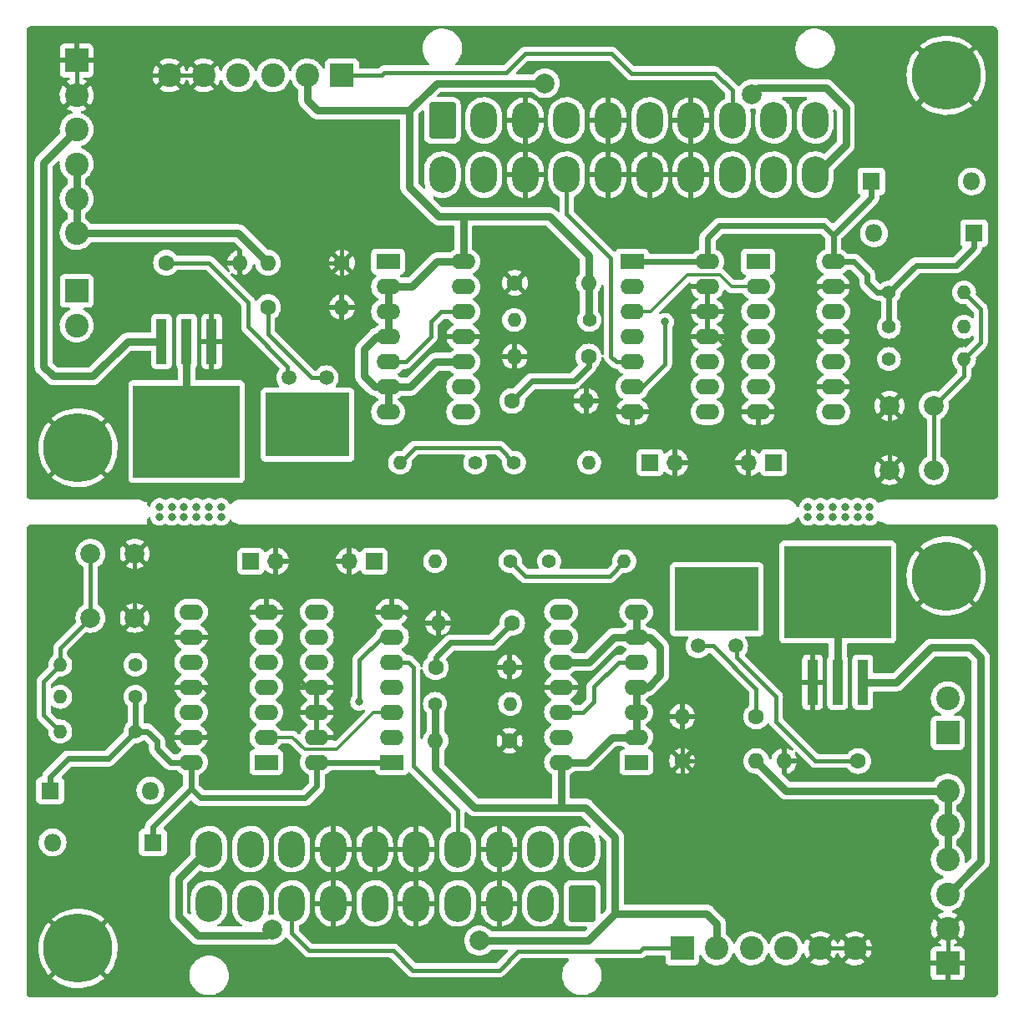
<source format=gbr>
%TF.GenerationSoftware,KiCad,Pcbnew,(6.0.6)*%
%TF.CreationDate,2022-06-26T13:55:29+05:00*%
%TF.ProjectId,MouseBite,4d6f7573-6542-4697-9465-2e6b69636164,rev?*%
%TF.SameCoordinates,Original*%
%TF.FileFunction,Copper,L1,Top*%
%TF.FilePolarity,Positive*%
%FSLAX46Y46*%
G04 Gerber Fmt 4.6, Leading zero omitted, Abs format (unit mm)*
G04 Created by KiCad (PCBNEW (6.0.6)) date 2022-06-26 13:55:29*
%MOMM*%
%LPD*%
G01*
G04 APERTURE LIST*
G04 Aperture macros list*
%AMRoundRect*
0 Rectangle with rounded corners*
0 $1 Rounding radius*
0 $2 $3 $4 $5 $6 $7 $8 $9 X,Y pos of 4 corners*
0 Add a 4 corners polygon primitive as box body*
4,1,4,$2,$3,$4,$5,$6,$7,$8,$9,$2,$3,0*
0 Add four circle primitives for the rounded corners*
1,1,$1+$1,$2,$3*
1,1,$1+$1,$4,$5*
1,1,$1+$1,$6,$7*
1,1,$1+$1,$8,$9*
0 Add four rect primitives between the rounded corners*
20,1,$1+$1,$2,$3,$4,$5,0*
20,1,$1+$1,$4,$5,$6,$7,0*
20,1,$1+$1,$6,$7,$8,$9,0*
20,1,$1+$1,$8,$9,$2,$3,0*%
G04 Aperture macros list end*
%TA.AperFunction,ComponentPad*%
%ADD10O,1.400000X1.400000*%
%TD*%
%TA.AperFunction,ComponentPad*%
%ADD11C,1.400000*%
%TD*%
%TA.AperFunction,ComponentPad*%
%ADD12C,7.000000*%
%TD*%
%TA.AperFunction,ComponentPad*%
%ADD13O,1.700000X1.700000*%
%TD*%
%TA.AperFunction,ComponentPad*%
%ADD14R,1.700000X1.700000*%
%TD*%
%TA.AperFunction,ComponentPad*%
%ADD15O,2.400000X1.600000*%
%TD*%
%TA.AperFunction,ComponentPad*%
%ADD16R,2.400000X1.600000*%
%TD*%
%TA.AperFunction,ComponentPad*%
%ADD17O,1.600000X1.600000*%
%TD*%
%TA.AperFunction,ComponentPad*%
%ADD18C,1.600000*%
%TD*%
%TA.AperFunction,SMDPad,CuDef*%
%ADD19R,8.500000X6.500000*%
%TD*%
%TA.AperFunction,ComponentPad*%
%ADD20C,1.500000*%
%TD*%
%TA.AperFunction,ComponentPad*%
%ADD21O,2.700000X3.700000*%
%TD*%
%TA.AperFunction,ComponentPad*%
%ADD22RoundRect,0.250001X1.099999X1.599999X-1.099999X1.599999X-1.099999X-1.599999X1.099999X-1.599999X0*%
%TD*%
%TA.AperFunction,ComponentPad*%
%ADD23O,1.800000X1.800000*%
%TD*%
%TA.AperFunction,ComponentPad*%
%ADD24R,1.800000X1.800000*%
%TD*%
%TA.AperFunction,ComponentPad*%
%ADD25C,2.000000*%
%TD*%
%TA.AperFunction,ComponentPad*%
%ADD26C,2.400000*%
%TD*%
%TA.AperFunction,ComponentPad*%
%ADD27R,2.400000X2.400000*%
%TD*%
%TA.AperFunction,SMDPad,CuDef*%
%ADD28R,1.100000X4.600000*%
%TD*%
%TA.AperFunction,SMDPad,CuDef*%
%ADD29R,10.800000X9.400000*%
%TD*%
%TA.AperFunction,ComponentPad*%
%ADD30RoundRect,0.250001X-1.099999X-1.599999X1.099999X-1.599999X1.099999X1.599999X-1.099999X1.599999X0*%
%TD*%
%TA.AperFunction,ViaPad*%
%ADD31C,0.800000*%
%TD*%
%TA.AperFunction,ViaPad*%
%ADD32C,2.000000*%
%TD*%
%TA.AperFunction,Conductor*%
%ADD33C,0.800000*%
%TD*%
%TA.AperFunction,Conductor*%
%ADD34C,0.400000*%
%TD*%
%TA.AperFunction,Conductor*%
%ADD35C,0.600000*%
%TD*%
%TA.AperFunction,Conductor*%
%ADD36C,0.300000*%
%TD*%
G04 APERTURE END LIST*
D10*
%TO.P,R1,2*%
%TO.N,/PWR_SW*%
X57440000Y-110250000D03*
D11*
%TO.P,R1,1*%
%TO.N,/5VSB*%
X65060000Y-110250000D03*
%TD*%
D12*
%TO.P,H2,1,1*%
%TO.N,GND*%
X147250000Y-94500000D03*
%TD*%
D13*
%TO.P,J4,2,Pin_2*%
%TO.N,GND*%
X86735000Y-93000000D03*
D14*
%TO.P,J4,1,Pin_1*%
%TO.N,Net-(J4-Pad1)*%
X89275000Y-93000000D03*
%TD*%
D13*
%TO.P,J1,2,Pin_2*%
%TO.N,GND*%
X79290000Y-93000000D03*
D14*
%TO.P,J1,1,Pin_1*%
%TO.N,/PWR_SW*%
X76750000Y-93000000D03*
%TD*%
D15*
%TO.P,U5,14,J*%
%TO.N,VCC*%
X108205000Y-113375000D03*
%TO.P,U5,13,~{Q}*%
%TO.N,unconnected-(U5-Pad13)*%
X108205000Y-110835000D03*
%TO.P,U5,12,Q*%
%TO.N,Net-(U5-Pad12)*%
X108205000Y-108295000D03*
%TO.P,U5,11,GND*%
%TO.N,GND*%
X108205000Y-105755000D03*
%TO.P,U5,10,K*%
%TO.N,VCC*%
X108205000Y-103215000D03*
%TO.P,U5,9,Q*%
%TO.N,/TICK*%
X108205000Y-100675000D03*
%TO.P,U5,8,~{Q}*%
%TO.N,unconnected-(U5-Pad8)*%
X108205000Y-98135000D03*
%TO.P,U5,7,J*%
%TO.N,VCC*%
X115825000Y-98135000D03*
%TO.P,U5,6,~{R}*%
X115825000Y-100675000D03*
%TO.P,U5,5,C*%
%TO.N,Net-(U5-Pad12)*%
X115825000Y-103215000D03*
%TO.P,U5,4,VCC*%
%TO.N,VCC*%
X115825000Y-105755000D03*
%TO.P,U5,3,K*%
X115825000Y-108295000D03*
%TO.P,U5,2,~{R}*%
X115825000Y-110835000D03*
D16*
%TO.P,U5,1,C*%
%TO.N,unconnected-(U5-Pad1)*%
X115825000Y-113375000D03*
%TD*%
D17*
%TO.P,C8,2*%
%TO.N,GND*%
X130825000Y-113250000D03*
D18*
%TO.P,C8,1*%
%TO.N,Net-(C8-Pad1)*%
X138325000Y-113250000D03*
%TD*%
D15*
%TO.P,U1,14,VCC*%
%TO.N,/5VSB*%
X83455000Y-113375000D03*
%TO.P,U1,13,~{R}*%
%TO.N,GND*%
X83455000Y-110835000D03*
%TO.P,U1,12,D*%
X83455000Y-108295000D03*
%TO.P,U1,11,C*%
X83455000Y-105755000D03*
%TO.P,U1,10,~{S}*%
%TO.N,/5VSB*%
X83455000Y-103215000D03*
%TO.P,U1,9,Q*%
%TO.N,unconnected-(U1-Pad9)*%
X83455000Y-100675000D03*
%TO.P,U1,8,~{Q}*%
%TO.N,unconnected-(U1-Pad8)*%
X83455000Y-98135000D03*
%TO.P,U1,7,GND*%
%TO.N,GND*%
X91075000Y-98135000D03*
%TO.P,U1,6,~{Q}*%
%TO.N,Net-(U1-Pad2)*%
X91075000Y-100675000D03*
%TO.P,U1,5,Q*%
%TO.N,/~{PS_ON}*%
X91075000Y-103215000D03*
%TO.P,U1,4,~{S}*%
%TO.N,Net-(U1-Pad4)*%
X91075000Y-105755000D03*
%TO.P,U1,3,C*%
%TO.N,Net-(U1-Pad3)*%
X91075000Y-108295000D03*
%TO.P,U1,2,D*%
%TO.N,Net-(U1-Pad2)*%
X91075000Y-110835000D03*
D16*
%TO.P,U1,1,~{R}*%
%TO.N,/5VSB*%
X91075000Y-113375000D03*
%TD*%
D19*
%TO.P,Y1,3*%
%TO.N,N/C*%
X124000000Y-96850000D03*
D20*
%TO.P,Y1,2,2*%
%TO.N,Net-(C7-Pad1)*%
X122100000Y-101600000D03*
%TO.P,Y1,1,1*%
%TO.N,Net-(C8-Pad1)*%
X125900000Y-101600000D03*
%TD*%
D12*
%TO.P,H1,1,1*%
%TO.N,GND*%
X59250000Y-132250000D03*
%TD*%
D21*
%TO.P,ATX,20,Pin_20*%
%TO.N,VCC*%
X72525000Y-122180000D03*
%TO.P,ATX,19,Pin_19*%
X76725000Y-122180000D03*
%TO.P,ATX,18,Pin_18*%
%TO.N,unconnected-(J2-Pad18)*%
X80925000Y-122180000D03*
%TO.P,ATX,17,Pin_17*%
%TO.N,GND*%
X85125000Y-122180000D03*
%TO.P,ATX,16,Pin_16*%
X89325000Y-122180000D03*
%TO.P,ATX,15,Pin_15*%
X93525000Y-122180000D03*
%TO.P,ATX,14,Pin_14*%
%TO.N,/~{PS_ON}*%
X97725000Y-122180000D03*
%TO.P,ATX,13,Pin_13*%
%TO.N,GND*%
X101925000Y-122180000D03*
%TO.P,ATX,12,Pin_12*%
%TO.N,/-12V*%
X106125000Y-122180000D03*
%TO.P,ATX,11,Pin_11*%
%TO.N,unconnected-(J2-Pad11)*%
X110325000Y-122180000D03*
%TO.P,ATX,10,Pin_10*%
%TO.N,/+12V*%
X72525000Y-127680000D03*
%TO.P,ATX,9,Pin_9*%
%TO.N,/5VSB*%
X76725000Y-127680000D03*
%TO.P,ATX,8,Pin_8*%
%TO.N,/PWR_OK*%
X80925000Y-127680000D03*
%TO.P,ATX,7,Pin_7*%
%TO.N,GND*%
X85125000Y-127680000D03*
%TO.P,ATX,6,Pin_6*%
%TO.N,VCC*%
X89325000Y-127680000D03*
%TO.P,ATX,5,Pin_5*%
%TO.N,GND*%
X93525000Y-127680000D03*
%TO.P,ATX,4,Pin_4*%
%TO.N,VCC*%
X97725000Y-127680000D03*
%TO.P,ATX,3,Pin_3*%
%TO.N,GND*%
X101925000Y-127680000D03*
%TO.P,ATX,2,Pin_2*%
%TO.N,unconnected-(J2-Pad2)*%
X106125000Y-127680000D03*
D22*
%TO.P,ATX,1,Pin_1*%
%TO.N,unconnected-(J2-Pad1)*%
X110325000Y-127680000D03*
%TD*%
D15*
%TO.P,U2,14,VCC*%
%TO.N,/5VSB*%
X70705000Y-113375000D03*
%TO.P,U2,13*%
%TO.N,GND*%
X70705000Y-110835000D03*
%TO.P,U2,12*%
%TO.N,unconnected-(U2-Pad12)*%
X70705000Y-108295000D03*
%TO.P,U2,11*%
%TO.N,GND*%
X70705000Y-105755000D03*
%TO.P,U2,10*%
%TO.N,unconnected-(U2-Pad10)*%
X70705000Y-103215000D03*
%TO.P,U2,9*%
%TO.N,GND*%
X70705000Y-100675000D03*
%TO.P,U2,8*%
%TO.N,unconnected-(U2-Pad8)*%
X70705000Y-98135000D03*
%TO.P,U2,7,GND*%
%TO.N,GND*%
X78325000Y-98135000D03*
%TO.P,U2,6*%
%TO.N,Net-(U1-Pad4)*%
X78325000Y-100675000D03*
%TO.P,U2,5*%
%TO.N,Net-(U2-Pad4)*%
X78325000Y-103215000D03*
%TO.P,U2,4*%
X78325000Y-105755000D03*
%TO.P,U2,3*%
%TO.N,Net-(D2-Pad2)*%
X78325000Y-108295000D03*
%TO.P,U2,2*%
%TO.N,Net-(U1-Pad3)*%
X78325000Y-110835000D03*
D16*
%TO.P,U2,1*%
%TO.N,Net-(D1-Pad2)*%
X78325000Y-113375000D03*
%TD*%
D17*
%TO.P,C5,2*%
%TO.N,VCC*%
X95485000Y-111205000D03*
D18*
%TO.P,C5,1*%
%TO.N,GND*%
X102985000Y-111205000D03*
%TD*%
D23*
%TO.P,D2,2,A*%
%TO.N,Net-(D2-Pad2)*%
X56670000Y-121500000D03*
D24*
%TO.P,D2,1,K*%
%TO.N,/5VSB*%
X66830000Y-121500000D03*
%TD*%
D17*
%TO.P,C3,2*%
%TO.N,GND*%
X95750000Y-99250000D03*
D18*
%TO.P,C3,1*%
%TO.N,/5VSB*%
X103250000Y-99250000D03*
%TD*%
D10*
%TO.P,R10,2*%
%TO.N,Net-(C7-Pad1)*%
X95440000Y-93000000D03*
D11*
%TO.P,R10,1*%
%TO.N,Net-(R10-Pad1)*%
X103060000Y-93000000D03*
%TD*%
D10*
%TO.P,R2,2*%
%TO.N,Net-(D2-Pad2)*%
X57440000Y-106750000D03*
D11*
%TO.P,R2,1*%
%TO.N,/5VSB*%
X65060000Y-106750000D03*
%TD*%
D10*
%TO.P,R9,2*%
%TO.N,Net-(J4-Pad1)*%
X103045000Y-107455000D03*
D11*
%TO.P,R9,1*%
%TO.N,VCC*%
X95425000Y-107455000D03*
%TD*%
D17*
%TO.P,C4,2*%
%TO.N,GND*%
X103000000Y-103750000D03*
D18*
%TO.P,C4,1*%
%TO.N,/5VSB*%
X95500000Y-103750000D03*
%TD*%
D17*
%TO.P,C6,2*%
%TO.N,VCC*%
X128000000Y-113250000D03*
D18*
%TO.P,C6,1*%
%TO.N,GND*%
X120500000Y-113250000D03*
%TD*%
D25*
%TO.P,SW1,2,2*%
%TO.N,/PWR_SW*%
X60500000Y-98750000D03*
X60500000Y-92250000D03*
%TO.P,SW1,1,1*%
%TO.N,GND*%
X65000000Y-98750000D03*
X65000000Y-92250000D03*
%TD*%
D23*
%TO.P,D1,2,A*%
%TO.N,Net-(D1-Pad2)*%
X66580000Y-116250000D03*
D24*
%TO.P,D1,1,K*%
%TO.N,/5VSB*%
X56420000Y-116250000D03*
%TD*%
D26*
%TO.P,P8,6*%
%TO.N,GND*%
X138000000Y-132250000D03*
%TO.P,P8,5*%
X134500000Y-132250000D03*
%TO.P,P8,4*%
%TO.N,/-12V*%
X131000000Y-132250000D03*
%TO.P,P8,3*%
%TO.N,/+12V*%
X127500000Y-132250000D03*
%TO.P,P8,2*%
%TO.N,VCC*%
X124000000Y-132250000D03*
D27*
%TO.P,P8,1*%
%TO.N,/PWR_OK*%
X120500000Y-132250000D03*
%TD*%
D17*
%TO.P,C7,2*%
%TO.N,GND*%
X120500000Y-108750000D03*
D18*
%TO.P,C7,1*%
%TO.N,Net-(C7-Pad1)*%
X128000000Y-108750000D03*
%TD*%
D28*
%TO.P,U3,3,VO*%
%TO.N,/-5V*%
X138790000Y-105275000D03*
D29*
%TO.P,U3,2,VI*%
%TO.N,/-12V*%
X136250000Y-96125000D03*
D28*
X136250000Y-105275000D03*
%TO.P,U3,1,GND*%
%TO.N,GND*%
X133710000Y-105275000D03*
%TD*%
D26*
%TO.P,Amiga,2*%
%TO.N,/+12V*%
X147400000Y-106900000D03*
D27*
%TO.P,Amiga,1*%
%TO.N,/TICK*%
X147400000Y-110400000D03*
%TD*%
D26*
%TO.P,P9,6*%
%TO.N,VCC*%
X147400000Y-116250000D03*
%TO.P,P9,5*%
X147400000Y-119750000D03*
%TO.P,P9,4*%
X147400000Y-123250000D03*
%TO.P,P9,3*%
%TO.N,/-5V*%
X147400000Y-126750000D03*
%TO.P,P9,2*%
%TO.N,GND*%
X147400000Y-130250000D03*
D27*
%TO.P,P9,1*%
X147400000Y-133750000D03*
%TD*%
D10*
%TO.P,R3,2*%
%TO.N,/PWR_SW*%
X57440000Y-103500000D03*
D11*
%TO.P,R3,1*%
%TO.N,Net-(D1-Pad2)*%
X65060000Y-103500000D03*
%TD*%
D10*
%TO.P,R11,2*%
%TO.N,Net-(R10-Pad1)*%
X114620000Y-93000000D03*
D11*
%TO.P,R11,1*%
%TO.N,Net-(C8-Pad1)*%
X107000000Y-93000000D03*
%TD*%
%TO.P,R1,1*%
%TO.N,/5VSB*%
X141440000Y-65750000D03*
D10*
%TO.P,R1,2*%
%TO.N,/PWR_SW*%
X149060000Y-65750000D03*
%TD*%
D18*
%TO.P,C8,1*%
%TO.N,Net-(C8-Pad1)*%
X68175000Y-62750000D03*
D17*
%TO.P,C8,2*%
%TO.N,GND*%
X75675000Y-62750000D03*
%TD*%
D13*
%TO.P,J4,2,Pin_2*%
%TO.N,GND*%
X119765000Y-83000000D03*
D14*
%TO.P,J4,1,Pin_1*%
%TO.N,Net-(J4-Pad1)*%
X117225000Y-83000000D03*
%TD*%
D12*
%TO.P,H2,1,1*%
%TO.N,GND*%
X59250000Y-81500000D03*
%TD*%
D16*
%TO.P,U5,1,C*%
%TO.N,unconnected-(U5-Pad1)*%
X90675000Y-62625000D03*
D15*
%TO.P,U5,2,~{R}*%
%TO.N,VCC*%
X90675000Y-65165000D03*
%TO.P,U5,3,K*%
X90675000Y-67705000D03*
%TO.P,U5,4,VCC*%
X90675000Y-70245000D03*
%TO.P,U5,5,C*%
%TO.N,Net-(U5-Pad12)*%
X90675000Y-72785000D03*
%TO.P,U5,6,~{R}*%
%TO.N,VCC*%
X90675000Y-75325000D03*
%TO.P,U5,7,J*%
X90675000Y-77865000D03*
%TO.P,U5,8,~{Q}*%
%TO.N,unconnected-(U5-Pad8)*%
X98295000Y-77865000D03*
%TO.P,U5,9,Q*%
%TO.N,/TICK*%
X98295000Y-75325000D03*
%TO.P,U5,10,K*%
%TO.N,VCC*%
X98295000Y-72785000D03*
%TO.P,U5,11,GND*%
%TO.N,GND*%
X98295000Y-70245000D03*
%TO.P,U5,12,Q*%
%TO.N,Net-(U5-Pad12)*%
X98295000Y-67705000D03*
%TO.P,U5,13,~{Q}*%
%TO.N,unconnected-(U5-Pad13)*%
X98295000Y-65165000D03*
%TO.P,U5,14,J*%
%TO.N,VCC*%
X98295000Y-62625000D03*
%TD*%
D14*
%TO.P,J1,1,Pin_1*%
%TO.N,/PWR_SW*%
X129750000Y-83000000D03*
D13*
%TO.P,J1,2,Pin_2*%
%TO.N,GND*%
X127210000Y-83000000D03*
%TD*%
D18*
%TO.P,C6,1*%
%TO.N,GND*%
X86000000Y-62750000D03*
D17*
%TO.P,C6,2*%
%TO.N,VCC*%
X78500000Y-62750000D03*
%TD*%
D18*
%TO.P,C4,1*%
%TO.N,/5VSB*%
X111000000Y-72250000D03*
D17*
%TO.P,C4,2*%
%TO.N,GND*%
X103500000Y-72250000D03*
%TD*%
D11*
%TO.P,R11,1*%
%TO.N,Net-(C8-Pad1)*%
X99500000Y-83000000D03*
D10*
%TO.P,R11,2*%
%TO.N,Net-(R10-Pad1)*%
X91880000Y-83000000D03*
%TD*%
D11*
%TO.P,R3,1*%
%TO.N,Net-(D1-Pad2)*%
X141440000Y-72500000D03*
D10*
%TO.P,R3,2*%
%TO.N,/PWR_SW*%
X149060000Y-72500000D03*
%TD*%
D28*
%TO.P,U3,1,GND*%
%TO.N,GND*%
X72790000Y-70725000D03*
%TO.P,U3,2,VI*%
%TO.N,/-12V*%
X70250000Y-70725000D03*
D29*
X70250000Y-79875000D03*
D28*
%TO.P,U3,3,VO*%
%TO.N,/-5V*%
X67710000Y-70725000D03*
%TD*%
D27*
%TO.P,P8,1*%
%TO.N,/PWR_OK*%
X86000000Y-43750000D03*
D26*
%TO.P,P8,2*%
%TO.N,VCC*%
X82500000Y-43750000D03*
%TO.P,P8,3*%
%TO.N,/+12V*%
X79000000Y-43750000D03*
%TO.P,P8,4*%
%TO.N,/-12V*%
X75500000Y-43750000D03*
%TO.P,P8,5*%
%TO.N,GND*%
X72000000Y-43750000D03*
%TO.P,P8,6*%
X68500000Y-43750000D03*
%TD*%
D27*
%TO.P,P9,1*%
%TO.N,GND*%
X59100000Y-42250000D03*
D26*
%TO.P,P9,2*%
X59100000Y-45750000D03*
%TO.P,P9,3*%
%TO.N,/-5V*%
X59100000Y-49250000D03*
%TO.P,P9,4*%
%TO.N,VCC*%
X59100000Y-52750000D03*
%TO.P,P9,5*%
X59100000Y-56250000D03*
%TO.P,P9,6*%
X59100000Y-59750000D03*
%TD*%
D27*
%TO.P,Amiga,1*%
%TO.N,/TICK*%
X59100000Y-65600000D03*
D26*
%TO.P,Amiga,2*%
%TO.N,/+12V*%
X59100000Y-69100000D03*
%TD*%
D18*
%TO.P,C7,1*%
%TO.N,Net-(C7-Pad1)*%
X78500000Y-67250000D03*
D17*
%TO.P,C7,2*%
%TO.N,GND*%
X86000000Y-67250000D03*
%TD*%
D24*
%TO.P,D1,1,K*%
%TO.N,/5VSB*%
X150080000Y-59750000D03*
D23*
%TO.P,D1,2,A*%
%TO.N,Net-(D1-Pad2)*%
X139920000Y-59750000D03*
%TD*%
D25*
%TO.P,SW1,1,1*%
%TO.N,GND*%
X141500000Y-83750000D03*
X141500000Y-77250000D03*
%TO.P,SW1,2,2*%
%TO.N,/PWR_SW*%
X146000000Y-83750000D03*
X146000000Y-77250000D03*
%TD*%
D20*
%TO.P,Y1,1,1*%
%TO.N,Net-(C8-Pad1)*%
X80600000Y-74400000D03*
%TO.P,Y1,2,2*%
%TO.N,Net-(C7-Pad1)*%
X84400000Y-74400000D03*
D19*
%TO.P,Y1,3*%
%TO.N,N/C*%
X82500000Y-79150000D03*
%TD*%
D18*
%TO.P,C3,1*%
%TO.N,/5VSB*%
X103250000Y-76750000D03*
D17*
%TO.P,C3,2*%
%TO.N,GND*%
X110750000Y-76750000D03*
%TD*%
D12*
%TO.P,H1,1,1*%
%TO.N,GND*%
X147250000Y-43750000D03*
%TD*%
D24*
%TO.P,D2,1,K*%
%TO.N,/5VSB*%
X139670000Y-54500000D03*
D23*
%TO.P,D2,2,A*%
%TO.N,Net-(D2-Pad2)*%
X149830000Y-54500000D03*
%TD*%
D18*
%TO.P,C5,1*%
%TO.N,GND*%
X103515000Y-64795000D03*
D17*
%TO.P,C5,2*%
%TO.N,VCC*%
X111015000Y-64795000D03*
%TD*%
D30*
%TO.P,ATX,1,Pin_1*%
%TO.N,unconnected-(J2-Pad1)*%
X96175000Y-48320000D03*
D21*
%TO.P,ATX,2,Pin_2*%
%TO.N,unconnected-(J2-Pad2)*%
X100375000Y-48320000D03*
%TO.P,ATX,3,Pin_3*%
%TO.N,GND*%
X104575000Y-48320000D03*
%TO.P,ATX,4,Pin_4*%
%TO.N,VCC*%
X108775000Y-48320000D03*
%TO.P,ATX,5,Pin_5*%
%TO.N,GND*%
X112975000Y-48320000D03*
%TO.P,ATX,6,Pin_6*%
%TO.N,VCC*%
X117175000Y-48320000D03*
%TO.P,ATX,7,Pin_7*%
%TO.N,GND*%
X121375000Y-48320000D03*
%TO.P,ATX,8,Pin_8*%
%TO.N,/PWR_OK*%
X125575000Y-48320000D03*
%TO.P,ATX,9,Pin_9*%
%TO.N,/5VSB*%
X129775000Y-48320000D03*
%TO.P,ATX,10,Pin_10*%
%TO.N,/+12V*%
X133975000Y-48320000D03*
%TO.P,ATX,11,Pin_11*%
%TO.N,unconnected-(J2-Pad11)*%
X96175000Y-53820000D03*
%TO.P,ATX,12,Pin_12*%
%TO.N,/-12V*%
X100375000Y-53820000D03*
%TO.P,ATX,13,Pin_13*%
%TO.N,GND*%
X104575000Y-53820000D03*
%TO.P,ATX,14,Pin_14*%
%TO.N,/~{PS_ON}*%
X108775000Y-53820000D03*
%TO.P,ATX,15,Pin_15*%
%TO.N,GND*%
X112975000Y-53820000D03*
%TO.P,ATX,16,Pin_16*%
X117175000Y-53820000D03*
%TO.P,ATX,17,Pin_17*%
X121375000Y-53820000D03*
%TO.P,ATX,18,Pin_18*%
%TO.N,unconnected-(J2-Pad18)*%
X125575000Y-53820000D03*
%TO.P,ATX,19,Pin_19*%
%TO.N,VCC*%
X129775000Y-53820000D03*
%TO.P,ATX,20,Pin_20*%
X133975000Y-53820000D03*
%TD*%
D11*
%TO.P,R2,1*%
%TO.N,/5VSB*%
X141440000Y-69250000D03*
D10*
%TO.P,R2,2*%
%TO.N,Net-(D2-Pad2)*%
X149060000Y-69250000D03*
%TD*%
D11*
%TO.P,R9,1*%
%TO.N,VCC*%
X111075000Y-68545000D03*
D10*
%TO.P,R9,2*%
%TO.N,Net-(J4-Pad1)*%
X103455000Y-68545000D03*
%TD*%
D11*
%TO.P,R10,1*%
%TO.N,Net-(R10-Pad1)*%
X103440000Y-83000000D03*
D10*
%TO.P,R10,2*%
%TO.N,Net-(C7-Pad1)*%
X111060000Y-83000000D03*
%TD*%
D16*
%TO.P,U2,1*%
%TO.N,Net-(D1-Pad2)*%
X128175000Y-62625000D03*
D15*
%TO.P,U2,2*%
%TO.N,Net-(U1-Pad3)*%
X128175000Y-65165000D03*
%TO.P,U2,3*%
%TO.N,Net-(D2-Pad2)*%
X128175000Y-67705000D03*
%TO.P,U2,4*%
%TO.N,Net-(U2-Pad4)*%
X128175000Y-70245000D03*
%TO.P,U2,5*%
X128175000Y-72785000D03*
%TO.P,U2,6*%
%TO.N,Net-(U1-Pad4)*%
X128175000Y-75325000D03*
%TO.P,U2,7,GND*%
%TO.N,GND*%
X128175000Y-77865000D03*
%TO.P,U2,8*%
%TO.N,unconnected-(U2-Pad8)*%
X135795000Y-77865000D03*
%TO.P,U2,9*%
%TO.N,GND*%
X135795000Y-75325000D03*
%TO.P,U2,10*%
%TO.N,unconnected-(U2-Pad10)*%
X135795000Y-72785000D03*
%TO.P,U2,11*%
%TO.N,GND*%
X135795000Y-70245000D03*
%TO.P,U2,12*%
%TO.N,unconnected-(U2-Pad12)*%
X135795000Y-67705000D03*
%TO.P,U2,13*%
%TO.N,GND*%
X135795000Y-65165000D03*
%TO.P,U2,14,VCC*%
%TO.N,/5VSB*%
X135795000Y-62625000D03*
%TD*%
D16*
%TO.P,U1,1,~{R}*%
%TO.N,/5VSB*%
X115425000Y-62625000D03*
D15*
%TO.P,U1,2,D*%
%TO.N,Net-(U1-Pad2)*%
X115425000Y-65165000D03*
%TO.P,U1,3,C*%
%TO.N,Net-(U1-Pad3)*%
X115425000Y-67705000D03*
%TO.P,U1,4,~{S}*%
%TO.N,Net-(U1-Pad4)*%
X115425000Y-70245000D03*
%TO.P,U1,5,Q*%
%TO.N,/~{PS_ON}*%
X115425000Y-72785000D03*
%TO.P,U1,6,~{Q}*%
%TO.N,Net-(U1-Pad2)*%
X115425000Y-75325000D03*
%TO.P,U1,7,GND*%
%TO.N,GND*%
X115425000Y-77865000D03*
%TO.P,U1,8,~{Q}*%
%TO.N,unconnected-(U1-Pad8)*%
X123045000Y-77865000D03*
%TO.P,U1,9,Q*%
%TO.N,unconnected-(U1-Pad9)*%
X123045000Y-75325000D03*
%TO.P,U1,10,~{S}*%
%TO.N,/5VSB*%
X123045000Y-72785000D03*
%TO.P,U1,11,C*%
%TO.N,GND*%
X123045000Y-70245000D03*
%TO.P,U1,12,D*%
X123045000Y-67705000D03*
%TO.P,U1,13,~{R}*%
X123045000Y-65165000D03*
%TO.P,U1,14,VCC*%
%TO.N,/5VSB*%
X123045000Y-62625000D03*
%TD*%
D31*
%TO.N,/-12V*%
X136250000Y-105275000D03*
%TO.N,Net-(U1-Pad2)*%
X87750000Y-107250000D03*
D32*
%TO.N,VCC*%
X78925000Y-130355500D03*
X99925000Y-131455000D03*
D31*
%TO.N,Net-(U1-Pad2)*%
X118750000Y-68750000D03*
%TO.N,/-12V*%
X70250000Y-70725000D03*
%TO.N,*%
X138250000Y-88500000D03*
X139500000Y-88500000D03*
X67500000Y-88500000D03*
X71250000Y-88500000D03*
X137000000Y-87500000D03*
X134500000Y-87500000D03*
X72500000Y-87500000D03*
X70000000Y-87500000D03*
X70000000Y-88500000D03*
X68750000Y-87500000D03*
X135750000Y-88500000D03*
X133250000Y-88500000D03*
X68750000Y-88500000D03*
X73750000Y-88500000D03*
X71250000Y-87500000D03*
X137000000Y-88500000D03*
X138250000Y-87500000D03*
X73750000Y-87500000D03*
X135750000Y-87500000D03*
X72500000Y-88500000D03*
X139500000Y-87500000D03*
X67500000Y-87500000D03*
X133250000Y-87500000D03*
X134500000Y-88500000D03*
D32*
%TO.N,VCC*%
X106575000Y-44545000D03*
X127575000Y-45644500D03*
%TD*%
D33*
%TO.N,VCC*%
X95485000Y-111205000D02*
X95485000Y-107515000D01*
X117175000Y-100675000D02*
X118250000Y-101750000D01*
%TO.N,/-12V*%
X136250000Y-96125000D02*
X136250000Y-105275000D01*
%TO.N,VCC*%
X118250000Y-101750000D02*
X118250000Y-104500000D01*
X118250000Y-104500000D02*
X116995000Y-105755000D01*
X115825000Y-100675000D02*
X117175000Y-100675000D01*
X95485000Y-107515000D02*
X95425000Y-107455000D01*
X116995000Y-105755000D02*
X115825000Y-105755000D01*
%TO.N,/-5V*%
X145750000Y-101750000D02*
X142225000Y-105275000D01*
D34*
%TO.N,Net-(U5-Pad12)*%
X111500000Y-107250000D02*
X110455000Y-108295000D01*
X114035000Y-103215000D02*
X111500000Y-105750000D01*
D35*
%TO.N,/5VSB*%
X101250000Y-101250000D02*
X97000000Y-101250000D01*
D33*
%TO.N,/-5V*%
X150750000Y-123400000D02*
X150750000Y-102750000D01*
D34*
%TO.N,Net-(U5-Pad12)*%
X115825000Y-103215000D02*
X114035000Y-103215000D01*
X111500000Y-105750000D02*
X111500000Y-107250000D01*
D35*
%TO.N,/5VSB*%
X97000000Y-101250000D02*
X95500000Y-102750000D01*
D34*
%TO.N,Net-(U5-Pad12)*%
X110455000Y-108295000D02*
X108205000Y-108295000D01*
D33*
%TO.N,/-5V*%
X142225000Y-105275000D02*
X138790000Y-105275000D01*
D36*
%TO.N,Net-(U1-Pad3)*%
X80994266Y-110835000D02*
X78325000Y-110835000D01*
X89205000Y-108295000D02*
X85454633Y-112045367D01*
D33*
%TO.N,/-5V*%
X149750000Y-101750000D02*
X145750000Y-101750000D01*
D35*
%TO.N,/5VSB*%
X95500000Y-102750000D02*
X95500000Y-103750000D01*
D33*
%TO.N,/-5V*%
X147400000Y-126750000D02*
X150750000Y-123400000D01*
D36*
%TO.N,Net-(U1-Pad3)*%
X85454633Y-112045367D02*
X82204633Y-112045367D01*
D35*
%TO.N,/5VSB*%
X103250000Y-99250000D02*
X101250000Y-101250000D01*
D36*
%TO.N,Net-(U1-Pad3)*%
X82204633Y-112045367D02*
X80994266Y-110835000D01*
X91075000Y-108295000D02*
X89205000Y-108295000D01*
D33*
%TO.N,/-5V*%
X150750000Y-102750000D02*
X149750000Y-101750000D01*
D34*
%TO.N,GND*%
X104500000Y-103750000D02*
X103000000Y-103750000D01*
X102985000Y-111205000D02*
X104750000Y-109440000D01*
X108205000Y-105755000D02*
X106505000Y-105755000D01*
X104750000Y-109440000D02*
X104750000Y-104000000D01*
D33*
%TO.N,VCC*%
X95425000Y-111145000D02*
X95485000Y-111205000D01*
D34*
%TO.N,GND*%
X104750000Y-104000000D02*
X104500000Y-103750000D01*
X106505000Y-105755000D02*
X104500000Y-103750000D01*
X95750000Y-99250000D02*
X93500000Y-99250000D01*
%TO.N,/~{PS_ON}*%
X93250000Y-103750000D02*
X93250000Y-113750000D01*
%TO.N,GND*%
X93500000Y-99250000D02*
X92385000Y-98135000D01*
X83455000Y-108295000D02*
X83455000Y-105755000D01*
D33*
%TO.N,VCC*%
X115825000Y-108295000D02*
X115825000Y-110835000D01*
D34*
%TO.N,/~{PS_ON}*%
X92715000Y-103215000D02*
X93250000Y-103750000D01*
D33*
%TO.N,VCC*%
X95485000Y-113985000D02*
X95485000Y-111205000D01*
X99455000Y-117955000D02*
X95485000Y-113985000D01*
X113235000Y-120515000D02*
X110675000Y-117955000D01*
D34*
%TO.N,GND*%
X92385000Y-98135000D02*
X91075000Y-98135000D01*
%TO.N,/~{PS_ON}*%
X97725000Y-118225000D02*
X97725000Y-122180000D01*
X91075000Y-103215000D02*
X92715000Y-103215000D01*
X93250000Y-113750000D02*
X97725000Y-118225000D01*
%TO.N,GND*%
X83455000Y-110835000D02*
X83455000Y-108295000D01*
X73000000Y-110000000D02*
X72165000Y-110835000D01*
X72005000Y-105755000D02*
X73000000Y-106750000D01*
X70705000Y-105755000D02*
X72005000Y-105755000D01*
X73000000Y-106750000D02*
X73000000Y-110000000D01*
X72165000Y-110835000D02*
X70705000Y-110835000D01*
X65000000Y-92250000D02*
X65000000Y-98750000D01*
X70705000Y-100675000D02*
X66925000Y-100675000D01*
%TO.N,/PWR_SW*%
X57440000Y-101810000D02*
X57440000Y-103500000D01*
%TO.N,GND*%
X66925000Y-100675000D02*
X65000000Y-98750000D01*
D35*
%TO.N,/5VSB*%
X71660000Y-117000000D02*
X70705000Y-116045000D01*
X83455000Y-115795000D02*
X82250000Y-117000000D01*
X82250000Y-117000000D02*
X71660000Y-117000000D01*
D34*
%TO.N,Net-(U1-Pad2)*%
X87750000Y-107250000D02*
X87750000Y-103000000D01*
X90075000Y-100675000D02*
X91075000Y-100675000D01*
%TO.N,/PWR_SW*%
X60500000Y-98750000D02*
X57440000Y-101810000D01*
X60500000Y-92250000D02*
X60500000Y-98750000D01*
D35*
%TO.N,/5VSB*%
X83455000Y-113375000D02*
X83455000Y-115795000D01*
X56420000Y-114830000D02*
X56420000Y-116250000D01*
X58250000Y-113000000D02*
X56420000Y-114830000D01*
X91075000Y-113375000D02*
X83455000Y-113375000D01*
X68625000Y-113375000D02*
X67250000Y-112000000D01*
X67250000Y-111250000D02*
X66250000Y-110250000D01*
X67250000Y-112000000D02*
X67250000Y-111250000D01*
D34*
%TO.N,Net-(U1-Pad2)*%
X87750000Y-103000000D02*
X90075000Y-100675000D01*
D35*
%TO.N,/5VSB*%
X66250000Y-110250000D02*
X65060000Y-110250000D01*
D33*
%TO.N,VCC*%
X108205000Y-117955000D02*
X99455000Y-117955000D01*
X108205000Y-113375000D02*
X108205000Y-117955000D01*
X110675000Y-117955000D02*
X108205000Y-117955000D01*
X111035000Y-103215000D02*
X108205000Y-103215000D01*
D34*
%TO.N,Net-(R10-Pad1)*%
X104560000Y-94500000D02*
X103060000Y-93000000D01*
D35*
%TO.N,/5VSB*%
X70705000Y-113375000D02*
X68625000Y-113375000D01*
D33*
%TO.N,VCC*%
X113575000Y-100675000D02*
X111035000Y-103215000D01*
D34*
%TO.N,/PWR_SW*%
X57500000Y-103440000D02*
X57440000Y-103500000D01*
D35*
%TO.N,/5VSB*%
X62310000Y-113000000D02*
X58250000Y-113000000D01*
X65060000Y-106750000D02*
X65060000Y-110250000D01*
X65060000Y-110250000D02*
X62310000Y-113000000D01*
D33*
%TO.N,VCC*%
X115825000Y-100675000D02*
X113575000Y-100675000D01*
X115825000Y-98135000D02*
X115825000Y-100675000D01*
D34*
%TO.N,Net-(R10-Pad1)*%
X114620000Y-93000000D02*
X113120000Y-94500000D01*
D33*
%TO.N,VCC*%
X115825000Y-105755000D02*
X115825000Y-108295000D01*
D34*
%TO.N,Net-(R10-Pad1)*%
X113120000Y-94500000D02*
X104560000Y-94500000D01*
D33*
%TO.N,VCC*%
X110875000Y-113375000D02*
X108205000Y-113375000D01*
X115825000Y-110835000D02*
X113415000Y-110835000D01*
X113415000Y-110835000D02*
X110875000Y-113375000D01*
D34*
%TO.N,/PWR_SW*%
X57440000Y-110250000D02*
X55750000Y-108560000D01*
X55750000Y-105190000D02*
X57440000Y-103500000D01*
X55750000Y-108560000D02*
X55750000Y-105190000D01*
%TO.N,Net-(C8-Pad1)*%
X130000000Y-106750000D02*
X126000000Y-102750000D01*
X134000000Y-113250000D02*
X130000000Y-109250000D01*
X126000000Y-101700000D02*
X125900000Y-101600000D01*
X126000000Y-102750000D02*
X126000000Y-101700000D01*
X130000000Y-109250000D02*
X130000000Y-106750000D01*
X138325000Y-113250000D02*
X134000000Y-113250000D01*
%TO.N,GND*%
X78325000Y-98135000D02*
X76615000Y-98135000D01*
X76615000Y-98135000D02*
X74075000Y-100675000D01*
X74075000Y-100675000D02*
X70705000Y-100675000D01*
D35*
%TO.N,/5VSB*%
X66830000Y-121500000D02*
X66830000Y-119920000D01*
X66830000Y-119920000D02*
X70705000Y-116045000D01*
X70705000Y-116045000D02*
X70705000Y-113375000D01*
D34*
%TO.N,GND*%
X79290000Y-95460000D02*
X78325000Y-96425000D01*
X79290000Y-93000000D02*
X79290000Y-95460000D01*
X78325000Y-96425000D02*
X78325000Y-98135000D01*
X81000000Y-99000000D02*
X80135000Y-98135000D01*
X86735000Y-93000000D02*
X79290000Y-93000000D01*
X82505000Y-105755000D02*
X81000000Y-104250000D01*
X80135000Y-98135000D02*
X78325000Y-98135000D01*
X81000000Y-104250000D02*
X81000000Y-99000000D01*
X83455000Y-105755000D02*
X82505000Y-105755000D01*
%TO.N,Net-(C7-Pad1)*%
X128000000Y-106000000D02*
X128000000Y-108750000D01*
X122100000Y-101600000D02*
X123600000Y-101600000D01*
X123600000Y-101600000D02*
X128000000Y-106000000D01*
%TO.N,GND*%
X129500000Y-110750000D02*
X126250000Y-110750000D01*
X130825000Y-112075000D02*
X129500000Y-110750000D01*
X130825000Y-113250000D02*
X130825000Y-112075000D01*
X126250000Y-110750000D02*
X123750000Y-113250000D01*
X120500000Y-108750000D02*
X120500000Y-113250000D01*
X123750000Y-113250000D02*
X120500000Y-113250000D01*
X134500000Y-132250000D02*
X132750000Y-130500000D01*
D33*
%TO.N,VCC*%
X128000000Y-113250000D02*
X131000000Y-116250000D01*
D34*
%TO.N,GND*%
X116750000Y-119500000D02*
X120500000Y-115750000D01*
X129500000Y-125750000D02*
X118000000Y-125750000D01*
X132750000Y-129000000D02*
X129500000Y-125750000D01*
X132750000Y-130500000D02*
X132750000Y-129000000D01*
D33*
%TO.N,VCC*%
X131000000Y-116250000D02*
X147400000Y-116250000D01*
D34*
%TO.N,GND*%
X118000000Y-125750000D02*
X116750000Y-124500000D01*
X120500000Y-115750000D02*
X120500000Y-113250000D01*
X116750000Y-124500000D02*
X116750000Y-119500000D01*
D33*
%TO.N,VCC*%
X78925000Y-130355500D02*
X78325500Y-130955000D01*
X124000000Y-129750000D02*
X124000000Y-132250000D01*
X122955000Y-128705000D02*
X124000000Y-129750000D01*
X113675000Y-120955000D02*
X113235000Y-120515000D01*
X78325500Y-130955000D02*
X71425000Y-130955000D01*
X110675000Y-131455000D02*
X110925000Y-131455000D01*
X147400000Y-119750000D02*
X147400000Y-116250000D01*
X72450000Y-122180000D02*
X72525000Y-122180000D01*
X110925000Y-131455000D02*
X113675000Y-128705000D01*
X113675000Y-128705000D02*
X113675000Y-120955000D01*
X147400000Y-123250000D02*
X147400000Y-119750000D01*
X69425000Y-128955000D02*
X69425000Y-125205000D01*
X69425000Y-125205000D02*
X72450000Y-122180000D01*
X99925000Y-131455000D02*
X110675000Y-131455000D01*
X113675000Y-128705000D02*
X122955000Y-128705000D01*
X71425000Y-130955000D02*
X69425000Y-128955000D01*
D34*
%TO.N,GND*%
X147400000Y-130250000D02*
X147400000Y-133750000D01*
X142000000Y-132250000D02*
X138000000Y-132250000D01*
X138000000Y-132250000D02*
X134500000Y-132250000D01*
X143500000Y-133750000D02*
X142000000Y-132250000D01*
X93525000Y-121605000D02*
X93525000Y-122180000D01*
X85125000Y-122180000D02*
X85125000Y-127680000D01*
X147400000Y-133750000D02*
X143500000Y-133750000D01*
%TO.N,/PWR_OK*%
X116500000Y-132250000D02*
X120500000Y-132250000D01*
X116195000Y-132555000D02*
X116500000Y-132250000D01*
X82675000Y-132455000D02*
X91175000Y-132455000D01*
X80925000Y-130705000D02*
X82675000Y-132455000D01*
X103825000Y-132555000D02*
X116195000Y-132555000D01*
X93175000Y-134455000D02*
X101925000Y-134455000D01*
X91175000Y-132455000D02*
X93175000Y-134455000D01*
X101925000Y-134455000D02*
X103825000Y-132555000D01*
X80925000Y-127680000D02*
X80925000Y-130705000D01*
%TO.N,/PWR_SW*%
X149060000Y-74190000D02*
X149060000Y-72500000D01*
X146000000Y-77250000D02*
X149060000Y-74190000D01*
%TO.N,GND*%
X139575000Y-75325000D02*
X141500000Y-77250000D01*
X135795000Y-75325000D02*
X139575000Y-75325000D01*
X141500000Y-83750000D02*
X141500000Y-77250000D01*
%TO.N,/PWR_SW*%
X146000000Y-83750000D02*
X146000000Y-77250000D01*
%TO.N,Net-(U1-Pad2)*%
X116425000Y-75325000D02*
X115425000Y-75325000D01*
X118750000Y-68750000D02*
X118750000Y-73000000D01*
X118750000Y-73000000D02*
X116425000Y-75325000D01*
D33*
%TO.N,VCC*%
X75500000Y-59750000D02*
X59100000Y-59750000D01*
X78500000Y-62750000D02*
X75500000Y-59750000D01*
D34*
%TO.N,GND*%
X86000000Y-60250000D02*
X86000000Y-62750000D01*
X89750000Y-56500000D02*
X86000000Y-60250000D01*
X89750000Y-51500000D02*
X89750000Y-56500000D01*
X88500000Y-50250000D02*
X89750000Y-51500000D01*
X77000000Y-50250000D02*
X88500000Y-50250000D01*
X73750000Y-47000000D02*
X77000000Y-50250000D01*
X73750000Y-45500000D02*
X73750000Y-47000000D01*
X72000000Y-43750000D02*
X73750000Y-45500000D01*
%TO.N,Net-(C7-Pad1)*%
X82900000Y-74400000D02*
X78500000Y-70000000D01*
X84400000Y-74400000D02*
X82900000Y-74400000D01*
X78500000Y-70000000D02*
X78500000Y-67250000D01*
%TO.N,Net-(C8-Pad1)*%
X80500000Y-74300000D02*
X80600000Y-74400000D01*
X80500000Y-73250000D02*
X80500000Y-74300000D01*
X76500000Y-69250000D02*
X80500000Y-73250000D01*
X76500000Y-66750000D02*
X76500000Y-69250000D01*
X72500000Y-62750000D02*
X76500000Y-66750000D01*
X68175000Y-62750000D02*
X72500000Y-62750000D01*
%TO.N,GND*%
X77000000Y-65250000D02*
X80250000Y-65250000D01*
X80250000Y-65250000D02*
X82750000Y-62750000D01*
X82750000Y-62750000D02*
X86000000Y-62750000D01*
X75675000Y-63925000D02*
X77000000Y-65250000D01*
X75675000Y-62750000D02*
X75675000Y-63925000D01*
X86000000Y-67250000D02*
X86000000Y-62750000D01*
D33*
%TO.N,/-12V*%
X70250000Y-79875000D02*
X70250000Y-70725000D01*
%TO.N,/-5V*%
X60750000Y-74250000D02*
X64275000Y-70725000D01*
X64275000Y-70725000D02*
X67710000Y-70725000D01*
X56750000Y-74250000D02*
X60750000Y-74250000D01*
X55750000Y-73250000D02*
X56750000Y-74250000D01*
X55750000Y-52600000D02*
X55750000Y-73250000D01*
X59100000Y-49250000D02*
X55750000Y-52600000D01*
D34*
%TO.N,Net-(R10-Pad1)*%
X101940000Y-81500000D02*
X103440000Y-83000000D01*
X93380000Y-81500000D02*
X101940000Y-81500000D01*
X91880000Y-83000000D02*
X93380000Y-81500000D01*
D33*
%TO.N,VCC*%
X89505000Y-70245000D02*
X90675000Y-70245000D01*
X88250000Y-71500000D02*
X89505000Y-70245000D01*
X88250000Y-74250000D02*
X88250000Y-71500000D01*
X89325000Y-75325000D02*
X88250000Y-74250000D01*
X90675000Y-75325000D02*
X89325000Y-75325000D01*
D34*
%TO.N,Net-(U5-Pad12)*%
X95000000Y-68750000D02*
X96045000Y-67705000D01*
X95000000Y-70250000D02*
X95000000Y-68750000D01*
X92465000Y-72785000D02*
X95000000Y-70250000D01*
X90675000Y-72785000D02*
X92465000Y-72785000D01*
X96045000Y-67705000D02*
X98295000Y-67705000D01*
D33*
%TO.N,VCC*%
X98295000Y-62625000D02*
X98295000Y-58045000D01*
X98295000Y-58045000D02*
X107045000Y-58045000D01*
X95825000Y-58045000D02*
X98295000Y-58045000D01*
X93085000Y-65165000D02*
X95625000Y-62625000D01*
X90675000Y-65165000D02*
X93085000Y-65165000D01*
X95625000Y-62625000D02*
X98295000Y-62625000D01*
X95465000Y-72785000D02*
X98295000Y-72785000D01*
X92925000Y-75325000D02*
X95465000Y-72785000D01*
X90675000Y-75325000D02*
X92925000Y-75325000D01*
X90675000Y-77865000D02*
X90675000Y-75325000D01*
X90675000Y-70245000D02*
X90675000Y-67705000D01*
X90675000Y-67705000D02*
X90675000Y-65165000D01*
X111015000Y-68485000D02*
X111075000Y-68545000D01*
X111015000Y-64795000D02*
X111015000Y-68485000D01*
X111015000Y-62015000D02*
X111015000Y-64795000D01*
X107045000Y-58045000D02*
X111015000Y-62015000D01*
X93265000Y-55485000D02*
X95825000Y-58045000D01*
D34*
%TO.N,GND*%
X126365000Y-77865000D02*
X128175000Y-77865000D01*
X125500000Y-77000000D02*
X126365000Y-77865000D01*
X125500000Y-71750000D02*
X125500000Y-77000000D01*
X123995000Y-70245000D02*
X125500000Y-71750000D01*
X123045000Y-70245000D02*
X123995000Y-70245000D01*
D36*
%TO.N,Net-(U1-Pad3)*%
X124295367Y-63954633D02*
X125505734Y-65165000D01*
X125505734Y-65165000D02*
X128175000Y-65165000D01*
X121045367Y-63954633D02*
X124295367Y-63954633D01*
X117295000Y-67705000D02*
X121045367Y-63954633D01*
X115425000Y-67705000D02*
X117295000Y-67705000D01*
D34*
%TO.N,GND*%
X123045000Y-67705000D02*
X123045000Y-70245000D01*
X123045000Y-65165000D02*
X123045000Y-67705000D01*
%TO.N,/~{PS_ON}*%
X108775000Y-57775000D02*
X108775000Y-53820000D01*
X113250000Y-62250000D02*
X108775000Y-57775000D01*
X113250000Y-72250000D02*
X113250000Y-62250000D01*
X113785000Y-72785000D02*
X113250000Y-72250000D01*
X115425000Y-72785000D02*
X113785000Y-72785000D01*
D33*
%TO.N,VCC*%
X111075000Y-64855000D02*
X111015000Y-64795000D01*
D35*
%TO.N,/5VSB*%
X109500000Y-74750000D02*
X111000000Y-73250000D01*
X105250000Y-74750000D02*
X109500000Y-74750000D01*
X103250000Y-76750000D02*
X105250000Y-74750000D01*
X111000000Y-73250000D02*
X111000000Y-72250000D01*
D34*
%TO.N,GND*%
X114115000Y-77865000D02*
X115425000Y-77865000D01*
X113000000Y-76750000D02*
X114115000Y-77865000D01*
X110750000Y-76750000D02*
X113000000Y-76750000D01*
X101750000Y-72000000D02*
X102000000Y-72250000D01*
X101750000Y-66560000D02*
X101750000Y-72000000D01*
X103515000Y-64795000D02*
X101750000Y-66560000D01*
X102000000Y-72250000D02*
X103500000Y-72250000D01*
X99995000Y-70245000D02*
X102000000Y-72250000D01*
X98295000Y-70245000D02*
X99995000Y-70245000D01*
X133500000Y-66000000D02*
X134335000Y-65165000D01*
X134495000Y-70245000D02*
X133500000Y-69250000D01*
X133500000Y-69250000D02*
X133500000Y-66000000D01*
X135795000Y-70245000D02*
X134495000Y-70245000D01*
X134335000Y-65165000D02*
X135795000Y-65165000D01*
D35*
%TO.N,/5VSB*%
X115425000Y-62625000D02*
X123045000Y-62625000D01*
X134840000Y-59000000D02*
X135795000Y-59955000D01*
X124250000Y-59000000D02*
X134840000Y-59000000D01*
X123045000Y-60205000D02*
X124250000Y-59000000D01*
X123045000Y-62625000D02*
X123045000Y-60205000D01*
X135795000Y-59955000D02*
X135795000Y-62625000D01*
X139670000Y-56080000D02*
X135795000Y-59955000D01*
X139670000Y-54500000D02*
X139670000Y-56080000D01*
D34*
%TO.N,GND*%
X129885000Y-77865000D02*
X132425000Y-75325000D01*
X128175000Y-77865000D02*
X129885000Y-77865000D01*
X132425000Y-75325000D02*
X135795000Y-75325000D01*
X128175000Y-79575000D02*
X128175000Y-77865000D01*
X127210000Y-80540000D02*
X128175000Y-79575000D01*
X127210000Y-83000000D02*
X127210000Y-80540000D01*
X119765000Y-83000000D02*
X127210000Y-83000000D01*
%TO.N,/PWR_SW*%
X149000000Y-72560000D02*
X149060000Y-72500000D01*
D35*
%TO.N,/5VSB*%
X139250000Y-64750000D02*
X140250000Y-65750000D01*
X139250000Y-64000000D02*
X139250000Y-64750000D01*
X137875000Y-62625000D02*
X139250000Y-64000000D01*
X140250000Y-65750000D02*
X141440000Y-65750000D01*
X135795000Y-62625000D02*
X137875000Y-62625000D01*
X148250000Y-63000000D02*
X150080000Y-61170000D01*
X150080000Y-61170000D02*
X150080000Y-59750000D01*
X144190000Y-63000000D02*
X148250000Y-63000000D01*
X141440000Y-65750000D02*
X144190000Y-63000000D01*
X141440000Y-69250000D02*
X141440000Y-65750000D01*
D34*
%TO.N,/PWR_SW*%
X150750000Y-67440000D02*
X150750000Y-70810000D01*
X150750000Y-70810000D02*
X149060000Y-72500000D01*
X149060000Y-65750000D02*
X150750000Y-67440000D01*
%TO.N,GND*%
X64500000Y-43750000D02*
X68500000Y-43750000D01*
X112975000Y-54395000D02*
X112975000Y-53820000D01*
X121375000Y-53820000D02*
X121375000Y-48320000D01*
X63000000Y-42250000D02*
X64500000Y-43750000D01*
X59100000Y-45750000D02*
X59100000Y-42250000D01*
X59100000Y-42250000D02*
X63000000Y-42250000D01*
X68500000Y-43750000D02*
X72000000Y-43750000D01*
D33*
%TO.N,VCC*%
X135075000Y-45045000D02*
X137075000Y-47045000D01*
X92825000Y-47295000D02*
X83545000Y-47295000D01*
X106575000Y-44545000D02*
X95825000Y-44545000D01*
X137075000Y-50795000D02*
X134050000Y-53820000D01*
X59100000Y-52750000D02*
X59100000Y-56250000D01*
X83545000Y-47295000D02*
X82500000Y-46250000D01*
X59100000Y-56250000D02*
X59100000Y-59750000D01*
X92825000Y-55045000D02*
X93265000Y-55485000D01*
X127575000Y-45644500D02*
X128174500Y-45045000D01*
X95825000Y-44545000D02*
X95575000Y-44545000D01*
X134050000Y-53820000D02*
X133975000Y-53820000D01*
X92825000Y-47295000D02*
X92825000Y-55045000D01*
X137075000Y-47045000D02*
X137075000Y-50795000D01*
X128174500Y-45045000D02*
X135075000Y-45045000D01*
X95575000Y-44545000D02*
X92825000Y-47295000D01*
X82500000Y-46250000D02*
X82500000Y-43750000D01*
D34*
%TO.N,/PWR_OK*%
X113325000Y-41545000D02*
X104575000Y-41545000D01*
X115325000Y-43545000D02*
X113325000Y-41545000D01*
X102675000Y-43445000D02*
X90305000Y-43445000D01*
X125575000Y-48320000D02*
X125575000Y-45295000D01*
X123825000Y-43545000D02*
X115325000Y-43545000D01*
X125575000Y-45295000D02*
X123825000Y-43545000D01*
X104575000Y-41545000D02*
X102675000Y-43445000D01*
X90305000Y-43445000D02*
X90000000Y-43750000D01*
X90000000Y-43750000D02*
X86000000Y-43750000D01*
%TD*%
%TA.AperFunction,Conductor*%
%TO.N,GND*%
G36*
X132300193Y-88544062D02*
G01*
X132342953Y-88600738D01*
X132350374Y-88632043D01*
X132356458Y-88689928D01*
X132415473Y-88871556D01*
X132510960Y-89036944D01*
X132515378Y-89041851D01*
X132515379Y-89041852D01*
X132587316Y-89121746D01*
X132638747Y-89178866D01*
X132688356Y-89214909D01*
X132771770Y-89275513D01*
X132793248Y-89291118D01*
X132799276Y-89293802D01*
X132799278Y-89293803D01*
X132866925Y-89323921D01*
X132967712Y-89368794D01*
X133061112Y-89388647D01*
X133148056Y-89407128D01*
X133148061Y-89407128D01*
X133154513Y-89408500D01*
X133345487Y-89408500D01*
X133351939Y-89407128D01*
X133351944Y-89407128D01*
X133438888Y-89388647D01*
X133532288Y-89368794D01*
X133633075Y-89323921D01*
X133700722Y-89293803D01*
X133700724Y-89293802D01*
X133706752Y-89291118D01*
X133728231Y-89275513D01*
X133800939Y-89222687D01*
X133867807Y-89198828D01*
X133936958Y-89214909D01*
X133949061Y-89222687D01*
X134021770Y-89275513D01*
X134043248Y-89291118D01*
X134049276Y-89293802D01*
X134049278Y-89293803D01*
X134116925Y-89323921D01*
X134217712Y-89368794D01*
X134311112Y-89388647D01*
X134398056Y-89407128D01*
X134398061Y-89407128D01*
X134404513Y-89408500D01*
X134595487Y-89408500D01*
X134601939Y-89407128D01*
X134601944Y-89407128D01*
X134688888Y-89388647D01*
X134782288Y-89368794D01*
X134883075Y-89323921D01*
X134950722Y-89293803D01*
X134950724Y-89293802D01*
X134956752Y-89291118D01*
X134978231Y-89275513D01*
X135050939Y-89222687D01*
X135117807Y-89198828D01*
X135186958Y-89214909D01*
X135199061Y-89222687D01*
X135271770Y-89275513D01*
X135293248Y-89291118D01*
X135299276Y-89293802D01*
X135299278Y-89293803D01*
X135366925Y-89323921D01*
X135467712Y-89368794D01*
X135561112Y-89388647D01*
X135648056Y-89407128D01*
X135648061Y-89407128D01*
X135654513Y-89408500D01*
X135845487Y-89408500D01*
X135851939Y-89407128D01*
X135851944Y-89407128D01*
X135938888Y-89388647D01*
X136032288Y-89368794D01*
X136133075Y-89323921D01*
X136200722Y-89293803D01*
X136200724Y-89293802D01*
X136206752Y-89291118D01*
X136228231Y-89275513D01*
X136300939Y-89222687D01*
X136367807Y-89198828D01*
X136436958Y-89214909D01*
X136449061Y-89222687D01*
X136521770Y-89275513D01*
X136543248Y-89291118D01*
X136549276Y-89293802D01*
X136549278Y-89293803D01*
X136616925Y-89323921D01*
X136717712Y-89368794D01*
X136811112Y-89388647D01*
X136898056Y-89407128D01*
X136898061Y-89407128D01*
X136904513Y-89408500D01*
X137095487Y-89408500D01*
X137101939Y-89407128D01*
X137101944Y-89407128D01*
X137188888Y-89388647D01*
X137282288Y-89368794D01*
X137383075Y-89323921D01*
X137450722Y-89293803D01*
X137450724Y-89293802D01*
X137456752Y-89291118D01*
X137478231Y-89275513D01*
X137550939Y-89222687D01*
X137617807Y-89198828D01*
X137686958Y-89214909D01*
X137699061Y-89222687D01*
X137771770Y-89275513D01*
X137793248Y-89291118D01*
X137799276Y-89293802D01*
X137799278Y-89293803D01*
X137866925Y-89323921D01*
X137967712Y-89368794D01*
X138061112Y-89388647D01*
X138148056Y-89407128D01*
X138148061Y-89407128D01*
X138154513Y-89408500D01*
X138345487Y-89408500D01*
X138351939Y-89407128D01*
X138351944Y-89407128D01*
X138438888Y-89388647D01*
X138532288Y-89368794D01*
X138633075Y-89323921D01*
X138700722Y-89293803D01*
X138700724Y-89293802D01*
X138706752Y-89291118D01*
X138728231Y-89275513D01*
X138800939Y-89222687D01*
X138867807Y-89198828D01*
X138936958Y-89214909D01*
X138949061Y-89222687D01*
X139021770Y-89275513D01*
X139043248Y-89291118D01*
X139049276Y-89293802D01*
X139049278Y-89293803D01*
X139116925Y-89323921D01*
X139217712Y-89368794D01*
X139311112Y-89388647D01*
X139398056Y-89407128D01*
X139398061Y-89407128D01*
X139404513Y-89408500D01*
X139595487Y-89408500D01*
X139601939Y-89407128D01*
X139601944Y-89407128D01*
X139688888Y-89388647D01*
X139782288Y-89368794D01*
X139883075Y-89323921D01*
X139950722Y-89293803D01*
X139950724Y-89293802D01*
X139956752Y-89291118D01*
X139978231Y-89275513D01*
X140061644Y-89214909D01*
X140111253Y-89178866D01*
X140162684Y-89121746D01*
X140234621Y-89041852D01*
X140234622Y-89041851D01*
X140239040Y-89036944D01*
X140275622Y-88973582D01*
X140327004Y-88924589D01*
X140396718Y-88911153D01*
X140462629Y-88937539D01*
X140500000Y-88992754D01*
X140500000Y-89000000D01*
X140692152Y-89000000D01*
X140761068Y-89020517D01*
X140898967Y-89110611D01*
X140903735Y-89112703D01*
X140903738Y-89112704D01*
X140924352Y-89121746D01*
X141089965Y-89194390D01*
X141095026Y-89195672D01*
X141095027Y-89195672D01*
X141201707Y-89222687D01*
X141292148Y-89245590D01*
X141297339Y-89246020D01*
X141297344Y-89246021D01*
X141461053Y-89259586D01*
X141471551Y-89260902D01*
X141482651Y-89262769D01*
X141487448Y-89263576D01*
X141493687Y-89263652D01*
X141495140Y-89263670D01*
X141495143Y-89263670D01*
X141500000Y-89263729D01*
X141527624Y-89259773D01*
X141545486Y-89258500D01*
X151950633Y-89258500D01*
X151970018Y-89260000D01*
X151984852Y-89262310D01*
X151984855Y-89262310D01*
X151993724Y-89263691D01*
X152002626Y-89262527D01*
X152002750Y-89262511D01*
X152033192Y-89262240D01*
X152053870Y-89264570D01*
X152095264Y-89269234D01*
X152122771Y-89275513D01*
X152199853Y-89302485D01*
X152225274Y-89314727D01*
X152294426Y-89358178D01*
X152316485Y-89375770D01*
X152374230Y-89433515D01*
X152391822Y-89455574D01*
X152435273Y-89524726D01*
X152447515Y-89550147D01*
X152474487Y-89627228D01*
X152480766Y-89654736D01*
X152487018Y-89710226D01*
X152486923Y-89725868D01*
X152487800Y-89725879D01*
X152487690Y-89734851D01*
X152486309Y-89743724D01*
X152487473Y-89752626D01*
X152487473Y-89752628D01*
X152490436Y-89775283D01*
X152491500Y-89791621D01*
X152491500Y-136700633D01*
X152490000Y-136720018D01*
X152486309Y-136743724D01*
X152487473Y-136752626D01*
X152487489Y-136752750D01*
X152487760Y-136783192D01*
X152485430Y-136803870D01*
X152480766Y-136845264D01*
X152474487Y-136872771D01*
X152447515Y-136949853D01*
X152435273Y-136975274D01*
X152391822Y-137044426D01*
X152374230Y-137066485D01*
X152316485Y-137124230D01*
X152294426Y-137141822D01*
X152225274Y-137185273D01*
X152199853Y-137197515D01*
X152122772Y-137224487D01*
X152095264Y-137230766D01*
X152039774Y-137237018D01*
X152024132Y-137236923D01*
X152024121Y-137237800D01*
X152015149Y-137237690D01*
X152006276Y-137236309D01*
X151997374Y-137237473D01*
X151997372Y-137237473D01*
X151986385Y-137238910D01*
X151974714Y-137240436D01*
X151958379Y-137241500D01*
X54549367Y-137241500D01*
X54529982Y-137240000D01*
X54515148Y-137237690D01*
X54515145Y-137237690D01*
X54506276Y-137236309D01*
X54497374Y-137237473D01*
X54497250Y-137237489D01*
X54466808Y-137237760D01*
X54446130Y-137235430D01*
X54404736Y-137230766D01*
X54377229Y-137224487D01*
X54300147Y-137197515D01*
X54274726Y-137185273D01*
X54205574Y-137141822D01*
X54183515Y-137124230D01*
X54125770Y-137066485D01*
X54108178Y-137044426D01*
X54064727Y-136975274D01*
X54052485Y-136949853D01*
X54025513Y-136872772D01*
X54019234Y-136845266D01*
X54013170Y-136791451D01*
X54012888Y-136766640D01*
X54013576Y-136762552D01*
X54013729Y-136750000D01*
X54009773Y-136722376D01*
X54008500Y-136704514D01*
X54008500Y-135260607D01*
X56604933Y-135260607D01*
X56604988Y-135261386D01*
X56610342Y-135269436D01*
X56646960Y-135303821D01*
X56651638Y-135307803D01*
X56957386Y-135543260D01*
X56962429Y-135546765D01*
X57289694Y-135751262D01*
X57295051Y-135754256D01*
X57640709Y-135925843D01*
X57646349Y-135928307D01*
X58007076Y-136065334D01*
X58012948Y-136067242D01*
X58385344Y-136168420D01*
X58391321Y-136169734D01*
X58771843Y-136234095D01*
X58777929Y-136234820D01*
X59162896Y-136261740D01*
X59169032Y-136261868D01*
X59554787Y-136251093D01*
X59560918Y-136250621D01*
X59943755Y-136202257D01*
X59949828Y-136201187D01*
X60326135Y-136115692D01*
X60332050Y-136114040D01*
X60698215Y-135992234D01*
X60703949Y-135990010D01*
X61056497Y-135833046D01*
X61061966Y-135830283D01*
X61397516Y-135639664D01*
X61402690Y-135636380D01*
X61718034Y-135413929D01*
X61722872Y-135410149D01*
X61885240Y-135269998D01*
X61893655Y-135256958D01*
X61887716Y-135246926D01*
X61550523Y-134909733D01*
X70512822Y-134909733D01*
X70512975Y-134914121D01*
X70512975Y-134914127D01*
X70521801Y-135166858D01*
X70522625Y-135190458D01*
X70523387Y-135194781D01*
X70523388Y-135194788D01*
X70547164Y-135329624D01*
X70571402Y-135467087D01*
X70658203Y-135734235D01*
X70660131Y-135738188D01*
X70660133Y-135738193D01*
X70667968Y-135754256D01*
X70781340Y-135986702D01*
X70783795Y-135990341D01*
X70783798Y-135990347D01*
X70785071Y-135992234D01*
X70938415Y-136219576D01*
X71126371Y-136428322D01*
X71341550Y-136608879D01*
X71345282Y-136611211D01*
X71508959Y-136713487D01*
X71579764Y-136757731D01*
X71836375Y-136871982D01*
X72106390Y-136949407D01*
X72110740Y-136950018D01*
X72110743Y-136950019D01*
X72204917Y-136963254D01*
X72384552Y-136988500D01*
X72595146Y-136988500D01*
X72597332Y-136988347D01*
X72597336Y-136988347D01*
X72800827Y-136974118D01*
X72800832Y-136974117D01*
X72805212Y-136973811D01*
X73079970Y-136915409D01*
X73084099Y-136913906D01*
X73084103Y-136913905D01*
X73339781Y-136820846D01*
X73339785Y-136820844D01*
X73343926Y-136819337D01*
X73591942Y-136687464D01*
X73696896Y-136611211D01*
X73815629Y-136524947D01*
X73815632Y-136524944D01*
X73819192Y-136522358D01*
X74021252Y-136327231D01*
X74194188Y-136105882D01*
X74196384Y-136102078D01*
X74196389Y-136102071D01*
X74332435Y-135866431D01*
X74334636Y-135862619D01*
X74439862Y-135602176D01*
X74453678Y-135546765D01*
X74506753Y-135333893D01*
X74506754Y-135333888D01*
X74507817Y-135329624D01*
X74510111Y-135307803D01*
X74536719Y-135054636D01*
X74536719Y-135054633D01*
X74537178Y-135050267D01*
X74536415Y-135028411D01*
X74527529Y-134773939D01*
X74527528Y-134773933D01*
X74527375Y-134769542D01*
X74522177Y-134740059D01*
X74491407Y-134565558D01*
X74478598Y-134492913D01*
X74391797Y-134225765D01*
X74268660Y-133973298D01*
X74266205Y-133969659D01*
X74266202Y-133969653D01*
X74185935Y-133850653D01*
X74111585Y-133740424D01*
X74078691Y-133703891D01*
X73926566Y-133534940D01*
X73923629Y-133531678D01*
X73708450Y-133351121D01*
X73470236Y-133202269D01*
X73256708Y-133107200D01*
X73217639Y-133089805D01*
X73217637Y-133089804D01*
X73213625Y-133088018D01*
X72998516Y-133026337D01*
X72947837Y-133011805D01*
X72947836Y-133011805D01*
X72943610Y-133010593D01*
X72939260Y-133009982D01*
X72939257Y-133009981D01*
X72795339Y-132989755D01*
X72665448Y-132971500D01*
X72454854Y-132971500D01*
X72452668Y-132971653D01*
X72452664Y-132971653D01*
X72249173Y-132985882D01*
X72249168Y-132985883D01*
X72244788Y-132986189D01*
X71970030Y-133044591D01*
X71965901Y-133046094D01*
X71965897Y-133046095D01*
X71710219Y-133139154D01*
X71710215Y-133139156D01*
X71706074Y-133140663D01*
X71458058Y-133272536D01*
X71454499Y-133275122D01*
X71454497Y-133275123D01*
X71245577Y-133426912D01*
X71230808Y-133437642D01*
X71227644Y-133440698D01*
X71227641Y-133440700D01*
X71189135Y-133477885D01*
X71028748Y-133632769D01*
X70855812Y-133854118D01*
X70853616Y-133857922D01*
X70853611Y-133857929D01*
X70758819Y-134022115D01*
X70715364Y-134097381D01*
X70610138Y-134357824D01*
X70609073Y-134362097D01*
X70609072Y-134362099D01*
X70559601Y-134560518D01*
X70542183Y-134630376D01*
X70541724Y-134634744D01*
X70541723Y-134634749D01*
X70514518Y-134893593D01*
X70512822Y-134909733D01*
X61550523Y-134909733D01*
X59262812Y-132622022D01*
X59248868Y-132614408D01*
X59247035Y-132614539D01*
X59240420Y-132618790D01*
X56612547Y-135246663D01*
X56604933Y-135260607D01*
X54008500Y-135260607D01*
X54008500Y-132197061D01*
X55237665Y-132197061D01*
X55251132Y-132582706D01*
X55251647Y-132588838D01*
X55302685Y-132971347D01*
X55303792Y-132977383D01*
X55391913Y-133353090D01*
X55393608Y-133359000D01*
X55517968Y-133724306D01*
X55520235Y-133730031D01*
X55679643Y-134081444D01*
X55682465Y-134086934D01*
X55875407Y-134421119D01*
X55878737Y-134426287D01*
X56103375Y-134740059D01*
X56107197Y-134744881D01*
X56230033Y-134885195D01*
X56243247Y-134893593D01*
X56253043Y-134887747D01*
X58877978Y-132262812D01*
X58884356Y-132251132D01*
X59614408Y-132251132D01*
X59614539Y-132252965D01*
X59618790Y-132259580D01*
X62247364Y-134888154D01*
X62261308Y-134895768D01*
X62262323Y-134895696D01*
X62270054Y-134890593D01*
X62285567Y-134874302D01*
X62289595Y-134869637D01*
X62527168Y-134565558D01*
X62530722Y-134560518D01*
X62737486Y-134234712D01*
X62740529Y-134229356D01*
X62914520Y-133884910D01*
X62917016Y-133879306D01*
X63056568Y-133519518D01*
X63058509Y-133513684D01*
X63162288Y-133141988D01*
X63163644Y-133136017D01*
X63230660Y-132755959D01*
X63231427Y-132749886D01*
X63261119Y-132364000D01*
X63261296Y-132360085D01*
X63262806Y-132251974D01*
X63262738Y-132248030D01*
X63243832Y-131861489D01*
X63243231Y-131855365D01*
X63186862Y-131473631D01*
X63185662Y-131467569D01*
X63092312Y-131093165D01*
X63090527Y-131087250D01*
X62961082Y-130723727D01*
X62958739Y-130718043D01*
X62794434Y-130368877D01*
X62791545Y-130363443D01*
X62593955Y-130031983D01*
X62590547Y-130026853D01*
X62361547Y-129716244D01*
X62357667Y-129711487D01*
X62270318Y-129614475D01*
X62256797Y-129606145D01*
X62256720Y-129606146D01*
X62247434Y-129611776D01*
X59622022Y-132237188D01*
X59614408Y-132251132D01*
X58884356Y-132251132D01*
X58885592Y-132248868D01*
X58885461Y-132247035D01*
X58881210Y-132240420D01*
X56253902Y-129613112D01*
X56239958Y-129605498D01*
X56239412Y-129605537D01*
X56231055Y-129611136D01*
X56178077Y-129668347D01*
X56174132Y-129673049D01*
X55940821Y-129980426D01*
X55937343Y-129985504D01*
X55735141Y-130314179D01*
X55732176Y-130319572D01*
X55563014Y-130666406D01*
X55560588Y-130672064D01*
X55426076Y-131033758D01*
X55424218Y-131039615D01*
X55325640Y-131412718D01*
X55324365Y-131418718D01*
X55262667Y-131799648D01*
X55261980Y-131805776D01*
X55237751Y-132190886D01*
X55237665Y-132197061D01*
X54008500Y-132197061D01*
X54008500Y-129243314D01*
X56606334Y-129243314D01*
X56612084Y-129252874D01*
X59237188Y-131877978D01*
X59251132Y-131885592D01*
X59252965Y-131885461D01*
X59259580Y-131881210D01*
X61886463Y-129254327D01*
X61894077Y-129240383D01*
X61894055Y-129240072D01*
X61888204Y-129231406D01*
X61810143Y-129160127D01*
X61805416Y-129156217D01*
X61496419Y-128925059D01*
X61491313Y-128921614D01*
X61161235Y-128721711D01*
X61155822Y-128718784D01*
X60807808Y-128552044D01*
X60802141Y-128549662D01*
X60439526Y-128417682D01*
X60433638Y-128415860D01*
X60059876Y-128319893D01*
X60053854Y-128318657D01*
X59672485Y-128259618D01*
X59666397Y-128258978D01*
X59281085Y-128237436D01*
X59274933Y-128237393D01*
X58889387Y-128253552D01*
X58883261Y-128254109D01*
X58501123Y-128307815D01*
X58495070Y-128308970D01*
X58120000Y-128399709D01*
X58114103Y-128401445D01*
X57749681Y-128528350D01*
X57743968Y-128530658D01*
X57393667Y-128692519D01*
X57388213Y-128695371D01*
X57055376Y-128890646D01*
X57050228Y-128894015D01*
X56738025Y-129120843D01*
X56733247Y-129124684D01*
X56614711Y-129229926D01*
X56606334Y-129243314D01*
X54008500Y-129243314D01*
X54008500Y-121465469D01*
X55257095Y-121465469D01*
X55257392Y-121470622D01*
X55257392Y-121470625D01*
X55265383Y-121609223D01*
X55270427Y-121696697D01*
X55271564Y-121701743D01*
X55271565Y-121701749D01*
X55302356Y-121838379D01*
X55321346Y-121922642D01*
X55323288Y-121927424D01*
X55323289Y-121927428D01*
X55406540Y-122132450D01*
X55408484Y-122137237D01*
X55529501Y-122334719D01*
X55681147Y-122509784D01*
X55859349Y-122657730D01*
X56059322Y-122774584D01*
X56064147Y-122776426D01*
X56064148Y-122776427D01*
X56069003Y-122778281D01*
X56275694Y-122857209D01*
X56280760Y-122858240D01*
X56280761Y-122858240D01*
X56314376Y-122865079D01*
X56502656Y-122903385D01*
X56632089Y-122908131D01*
X56728949Y-122911683D01*
X56728953Y-122911683D01*
X56734113Y-122911872D01*
X56739233Y-122911216D01*
X56739235Y-122911216D01*
X56813166Y-122901745D01*
X56963847Y-122882442D01*
X56968795Y-122880957D01*
X56968802Y-122880956D01*
X57180747Y-122817369D01*
X57185690Y-122815886D01*
X57256040Y-122781422D01*
X57389049Y-122716262D01*
X57389052Y-122716260D01*
X57393684Y-122713991D01*
X57582243Y-122579494D01*
X57746303Y-122416005D01*
X57881458Y-122227917D01*
X57928641Y-122132450D01*
X57981784Y-122024922D01*
X57981785Y-122024920D01*
X57984078Y-122020280D01*
X58051408Y-121798671D01*
X58081640Y-121569041D01*
X58083327Y-121500000D01*
X58071547Y-121356720D01*
X58064773Y-121274318D01*
X58064772Y-121274312D01*
X58064349Y-121269167D01*
X58031538Y-121138540D01*
X58009184Y-121049544D01*
X58009183Y-121049540D01*
X58007925Y-121044533D01*
X58000084Y-121026499D01*
X57917630Y-120836868D01*
X57917628Y-120836865D01*
X57915570Y-120832131D01*
X57789764Y-120637665D01*
X57775284Y-120621751D01*
X57683928Y-120521353D01*
X57633887Y-120466358D01*
X57629836Y-120463159D01*
X57629832Y-120463155D01*
X57456177Y-120326011D01*
X57456172Y-120326008D01*
X57452123Y-120322810D01*
X57447607Y-120320317D01*
X57447604Y-120320315D01*
X57253879Y-120213373D01*
X57253875Y-120213371D01*
X57249355Y-120210876D01*
X57244486Y-120209152D01*
X57244482Y-120209150D01*
X57035903Y-120135288D01*
X57035899Y-120135287D01*
X57031028Y-120133562D01*
X57025935Y-120132655D01*
X57025932Y-120132654D01*
X56808095Y-120093851D01*
X56808089Y-120093850D01*
X56803006Y-120092945D01*
X56730096Y-120092054D01*
X56576581Y-120090179D01*
X56576579Y-120090179D01*
X56571411Y-120090116D01*
X56342464Y-120125150D01*
X56122314Y-120197106D01*
X56117726Y-120199494D01*
X56117722Y-120199496D01*
X55970502Y-120276134D01*
X55916872Y-120304052D01*
X55912739Y-120307155D01*
X55912736Y-120307157D01*
X55735790Y-120440012D01*
X55731655Y-120443117D01*
X55571639Y-120610564D01*
X55568725Y-120614836D01*
X55568724Y-120614837D01*
X55495348Y-120722402D01*
X55441119Y-120801899D01*
X55343602Y-121011981D01*
X55281707Y-121235169D01*
X55257095Y-121465469D01*
X54008500Y-121465469D01*
X54008500Y-117198134D01*
X55011500Y-117198134D01*
X55018255Y-117260316D01*
X55069385Y-117396705D01*
X55156739Y-117513261D01*
X55273295Y-117600615D01*
X55409684Y-117651745D01*
X55471866Y-117658500D01*
X57368134Y-117658500D01*
X57430316Y-117651745D01*
X57566705Y-117600615D01*
X57683261Y-117513261D01*
X57770615Y-117396705D01*
X57821745Y-117260316D01*
X57828500Y-117198134D01*
X57828500Y-116215469D01*
X65167095Y-116215469D01*
X65167392Y-116220622D01*
X65167392Y-116220625D01*
X65173067Y-116319041D01*
X65180427Y-116446697D01*
X65181564Y-116451743D01*
X65181565Y-116451749D01*
X65212033Y-116586944D01*
X65231346Y-116672642D01*
X65233288Y-116677424D01*
X65233289Y-116677428D01*
X65307933Y-116861253D01*
X65318484Y-116887237D01*
X65439501Y-117084719D01*
X65591147Y-117259784D01*
X65769349Y-117407730D01*
X65969322Y-117524584D01*
X66185694Y-117607209D01*
X66190760Y-117608240D01*
X66190761Y-117608240D01*
X66194615Y-117609024D01*
X66412656Y-117653385D01*
X66542089Y-117658131D01*
X66638949Y-117661683D01*
X66638953Y-117661683D01*
X66644113Y-117661872D01*
X66649233Y-117661216D01*
X66649235Y-117661216D01*
X66723166Y-117651745D01*
X66873847Y-117632442D01*
X66878795Y-117630957D01*
X66878802Y-117630956D01*
X67090747Y-117567369D01*
X67095690Y-117565886D01*
X67176236Y-117526427D01*
X67299049Y-117466262D01*
X67299052Y-117466260D01*
X67303684Y-117463991D01*
X67492243Y-117329494D01*
X67656303Y-117166005D01*
X67659742Y-117161220D01*
X67688364Y-117121387D01*
X67791458Y-116977917D01*
X67809670Y-116941069D01*
X67891784Y-116774922D01*
X67891785Y-116774920D01*
X67894078Y-116770280D01*
X67961408Y-116548671D01*
X67991640Y-116319041D01*
X67993327Y-116250000D01*
X67985117Y-116150139D01*
X67974773Y-116024318D01*
X67974772Y-116024312D01*
X67974349Y-116019167D01*
X67931341Y-115847944D01*
X67919184Y-115799544D01*
X67919183Y-115799540D01*
X67917925Y-115794533D01*
X67915866Y-115789797D01*
X67827630Y-115586868D01*
X67827628Y-115586865D01*
X67825570Y-115582131D01*
X67699764Y-115387665D01*
X67543887Y-115216358D01*
X67539836Y-115213159D01*
X67539832Y-115213155D01*
X67366177Y-115076011D01*
X67366172Y-115076008D01*
X67362123Y-115072810D01*
X67357607Y-115070317D01*
X67357604Y-115070315D01*
X67163879Y-114963373D01*
X67163875Y-114963371D01*
X67159355Y-114960876D01*
X67154486Y-114959152D01*
X67154482Y-114959150D01*
X66945903Y-114885288D01*
X66945899Y-114885287D01*
X66941028Y-114883562D01*
X66935935Y-114882655D01*
X66935932Y-114882654D01*
X66718095Y-114843851D01*
X66718089Y-114843850D01*
X66713006Y-114842945D01*
X66640096Y-114842054D01*
X66486581Y-114840179D01*
X66486579Y-114840179D01*
X66481411Y-114840116D01*
X66252464Y-114875150D01*
X66032314Y-114947106D01*
X66027726Y-114949494D01*
X66027722Y-114949496D01*
X65831461Y-115051663D01*
X65826872Y-115054052D01*
X65822739Y-115057155D01*
X65822736Y-115057157D01*
X65750088Y-115111703D01*
X65641655Y-115193117D01*
X65481639Y-115360564D01*
X65478725Y-115364836D01*
X65478724Y-115364837D01*
X65463152Y-115387665D01*
X65351119Y-115551899D01*
X65253602Y-115761981D01*
X65191707Y-115985169D01*
X65167095Y-116215469D01*
X57828500Y-116215469D01*
X57828500Y-115301866D01*
X57821745Y-115239684D01*
X57770615Y-115103295D01*
X57683261Y-114986739D01*
X57641444Y-114955399D01*
X57598929Y-114898540D01*
X57593903Y-114827722D01*
X57627914Y-114765478D01*
X58547987Y-113845405D01*
X58610299Y-113811379D01*
X58637082Y-113808500D01*
X62300786Y-113808500D01*
X62302106Y-113808507D01*
X62392221Y-113809451D01*
X62434597Y-113800289D01*
X62447163Y-113798231D01*
X62490255Y-113793397D01*
X62496906Y-113791081D01*
X62496910Y-113791080D01*
X62521930Y-113782367D01*
X62536742Y-113778204D01*
X62562619Y-113772609D01*
X62569510Y-113771119D01*
X62608813Y-113752792D01*
X62620589Y-113748010D01*
X62661552Y-113733745D01*
X62667527Y-113730011D01*
X62667530Y-113730010D01*
X62689995Y-113715973D01*
X62703512Y-113708634D01*
X62727514Y-113697441D01*
X62727515Y-113697440D01*
X62733902Y-113694462D01*
X62768153Y-113667894D01*
X62778612Y-113660598D01*
X62809404Y-113641358D01*
X62809407Y-113641356D01*
X62815376Y-113637626D01*
X62844179Y-113609024D01*
X62844804Y-113608439D01*
X62845470Y-113607922D01*
X62871460Y-113581932D01*
X62944082Y-113509815D01*
X62944740Y-113508778D01*
X62945843Y-113507549D01*
X64954339Y-111499053D01*
X65016651Y-111465027D01*
X65049019Y-111462971D01*
X65049019Y-111462637D01*
X65054282Y-111462637D01*
X65054423Y-111462628D01*
X65060000Y-111463116D01*
X65270655Y-111444686D01*
X65275968Y-111443262D01*
X65275970Y-111443262D01*
X65469600Y-111391379D01*
X65469602Y-111391378D01*
X65474910Y-111389956D01*
X65479892Y-111387633D01*
X65661577Y-111302912D01*
X65661580Y-111302910D01*
X65666558Y-111300589D01*
X65839776Y-111179301D01*
X65848748Y-111170329D01*
X65911060Y-111136303D01*
X65981875Y-111141368D01*
X66026938Y-111170329D01*
X66404595Y-111547986D01*
X66438621Y-111610298D01*
X66441500Y-111637081D01*
X66441500Y-111990786D01*
X66441493Y-111992106D01*
X66440549Y-112082221D01*
X66449711Y-112124597D01*
X66451769Y-112137163D01*
X66456603Y-112180255D01*
X66458919Y-112186906D01*
X66458920Y-112186910D01*
X66467633Y-112211930D01*
X66471796Y-112226742D01*
X66476411Y-112248084D01*
X66478881Y-112259510D01*
X66497208Y-112298813D01*
X66501990Y-112310589D01*
X66516255Y-112351552D01*
X66519989Y-112357527D01*
X66519990Y-112357530D01*
X66534027Y-112379995D01*
X66541366Y-112393512D01*
X66549304Y-112410533D01*
X66555538Y-112423902D01*
X66559855Y-112429467D01*
X66559856Y-112429469D01*
X66582106Y-112458153D01*
X66589402Y-112468612D01*
X66603746Y-112491567D01*
X66612374Y-112505376D01*
X66617334Y-112510371D01*
X66617335Y-112510372D01*
X66640976Y-112534179D01*
X66641561Y-112534804D01*
X66642078Y-112535470D01*
X66668012Y-112561404D01*
X66703804Y-112597446D01*
X66740185Y-112634082D01*
X66741221Y-112634740D01*
X66742451Y-112635843D01*
X68046672Y-113940063D01*
X68047601Y-113941000D01*
X68110771Y-114005507D01*
X68116690Y-114009322D01*
X68116698Y-114009328D01*
X68147214Y-114028994D01*
X68157559Y-114036427D01*
X68191443Y-114063476D01*
X68197782Y-114066540D01*
X68197783Y-114066541D01*
X68221637Y-114078072D01*
X68235054Y-114085601D01*
X68263238Y-114103765D01*
X68269855Y-114106173D01*
X68269860Y-114106176D01*
X68303973Y-114118592D01*
X68315716Y-114123553D01*
X68348400Y-114139353D01*
X68348409Y-114139356D01*
X68354749Y-114142421D01*
X68361614Y-114144006D01*
X68387428Y-114149966D01*
X68402168Y-114154332D01*
X68433685Y-114165803D01*
X68440670Y-114166685D01*
X68440677Y-114166687D01*
X68476692Y-114171237D01*
X68489243Y-114173472D01*
X68531485Y-114183225D01*
X68538529Y-114183250D01*
X68538533Y-114183250D01*
X68572074Y-114183367D01*
X68572943Y-114183396D01*
X68573769Y-114183500D01*
X68610133Y-114183500D01*
X68610573Y-114183501D01*
X68709336Y-114183846D01*
X68709342Y-114183846D01*
X68712870Y-114183858D01*
X68714073Y-114183589D01*
X68715717Y-114183500D01*
X69210812Y-114183500D01*
X69278933Y-114203502D01*
X69299907Y-114220405D01*
X69460700Y-114381198D01*
X69465208Y-114384355D01*
X69465211Y-114384357D01*
X69528812Y-114428891D01*
X69648251Y-114512523D01*
X69653231Y-114514845D01*
X69653238Y-114514849D01*
X69823750Y-114594359D01*
X69877035Y-114641276D01*
X69896500Y-114708554D01*
X69896500Y-115657918D01*
X69876498Y-115726039D01*
X69859595Y-115747013D01*
X66264842Y-119341766D01*
X66263905Y-119342694D01*
X66199493Y-119405771D01*
X66176002Y-119442221D01*
X66168583Y-119452546D01*
X66141524Y-119486443D01*
X66138459Y-119492784D01*
X66138458Y-119492785D01*
X66126928Y-119516637D01*
X66119399Y-119530054D01*
X66101235Y-119558238D01*
X66098827Y-119564855D01*
X66098824Y-119564860D01*
X66086408Y-119598973D01*
X66081447Y-119610716D01*
X66065646Y-119643403D01*
X66065644Y-119643408D01*
X66062579Y-119649749D01*
X66060996Y-119656607D01*
X66060995Y-119656609D01*
X66055035Y-119682426D01*
X66050668Y-119697169D01*
X66039197Y-119728685D01*
X66038314Y-119735675D01*
X66038312Y-119735683D01*
X66033762Y-119771701D01*
X66031526Y-119784253D01*
X66023964Y-119817009D01*
X66021776Y-119826485D01*
X66021751Y-119833531D01*
X66021751Y-119833534D01*
X66021634Y-119867056D01*
X66021605Y-119867938D01*
X66021500Y-119868769D01*
X66021500Y-119905419D01*
X66021499Y-119905859D01*
X66021289Y-119965940D01*
X66001049Y-120033991D01*
X65947231Y-120080296D01*
X65895290Y-120091500D01*
X65881866Y-120091500D01*
X65819684Y-120098255D01*
X65683295Y-120149385D01*
X65566739Y-120236739D01*
X65479385Y-120353295D01*
X65428255Y-120489684D01*
X65421500Y-120551866D01*
X65421500Y-122448134D01*
X65428255Y-122510316D01*
X65479385Y-122646705D01*
X65566739Y-122763261D01*
X65683295Y-122850615D01*
X65819684Y-122901745D01*
X65881866Y-122908500D01*
X67778134Y-122908500D01*
X67840316Y-122901745D01*
X67976705Y-122850615D01*
X68093261Y-122763261D01*
X68180615Y-122646705D01*
X68231745Y-122510316D01*
X68238500Y-122448134D01*
X68238500Y-120551866D01*
X68231745Y-120489684D01*
X68180615Y-120353295D01*
X68093261Y-120236739D01*
X67976705Y-120149385D01*
X67971605Y-120147473D01*
X67922714Y-120098469D01*
X67907703Y-120029077D01*
X67932590Y-119962586D01*
X67944276Y-119949116D01*
X70615905Y-117277487D01*
X70678217Y-117243461D01*
X70749032Y-117248526D01*
X70794095Y-117277487D01*
X71081766Y-117565158D01*
X71082694Y-117566095D01*
X71123966Y-117608240D01*
X71145771Y-117630507D01*
X71182221Y-117653998D01*
X71192546Y-117661417D01*
X71226443Y-117688476D01*
X71232784Y-117691541D01*
X71232785Y-117691542D01*
X71256637Y-117703072D01*
X71270054Y-117710601D01*
X71298238Y-117728765D01*
X71304855Y-117731173D01*
X71304860Y-117731176D01*
X71338973Y-117743592D01*
X71350716Y-117748553D01*
X71383403Y-117764354D01*
X71383408Y-117764356D01*
X71389749Y-117767421D01*
X71396607Y-117769004D01*
X71396609Y-117769005D01*
X71422426Y-117774965D01*
X71437169Y-117779332D01*
X71468685Y-117790803D01*
X71475675Y-117791686D01*
X71475683Y-117791688D01*
X71511701Y-117796238D01*
X71524253Y-117798474D01*
X71559614Y-117806638D01*
X71559617Y-117806638D01*
X71566485Y-117808224D01*
X71573531Y-117808249D01*
X71573534Y-117808249D01*
X71607056Y-117808366D01*
X71607938Y-117808395D01*
X71608769Y-117808500D01*
X71645419Y-117808500D01*
X71645859Y-117808501D01*
X71744343Y-117808845D01*
X71744348Y-117808845D01*
X71747870Y-117808857D01*
X71749070Y-117808589D01*
X71750707Y-117808500D01*
X82240786Y-117808500D01*
X82242106Y-117808507D01*
X82332221Y-117809451D01*
X82374597Y-117800289D01*
X82387163Y-117798231D01*
X82430255Y-117793397D01*
X82436906Y-117791081D01*
X82436910Y-117791080D01*
X82461930Y-117782367D01*
X82476742Y-117778204D01*
X82502619Y-117772609D01*
X82509510Y-117771119D01*
X82548813Y-117752792D01*
X82560589Y-117748010D01*
X82601552Y-117733745D01*
X82607527Y-117730011D01*
X82607530Y-117730010D01*
X82629995Y-117715973D01*
X82643512Y-117708634D01*
X82667514Y-117697441D01*
X82667515Y-117697440D01*
X82673902Y-117694462D01*
X82708153Y-117667894D01*
X82718612Y-117660598D01*
X82749404Y-117641358D01*
X82749407Y-117641356D01*
X82755376Y-117637626D01*
X82760372Y-117632665D01*
X82784179Y-117609024D01*
X82784804Y-117608439D01*
X82785470Y-117607922D01*
X82811460Y-117581932D01*
X82884082Y-117509815D01*
X82884740Y-117508778D01*
X82885843Y-117507549D01*
X84020158Y-116373234D01*
X84021095Y-116372306D01*
X84080475Y-116314157D01*
X84080476Y-116314156D01*
X84085507Y-116309229D01*
X84108998Y-116272779D01*
X84116417Y-116262454D01*
X84143476Y-116228557D01*
X84146540Y-116222218D01*
X84146543Y-116222214D01*
X84158074Y-116198362D01*
X84165601Y-116184949D01*
X84179947Y-116162687D01*
X84179948Y-116162684D01*
X84183765Y-116156762D01*
X84186176Y-116150139D01*
X84198592Y-116116027D01*
X84203553Y-116104283D01*
X84219352Y-116071601D01*
X84219353Y-116071599D01*
X84222421Y-116065252D01*
X84229966Y-116032573D01*
X84234334Y-116017825D01*
X84245803Y-115986315D01*
X84246685Y-115979329D01*
X84246687Y-115979323D01*
X84251238Y-115943299D01*
X84253474Y-115930747D01*
X84261638Y-115895386D01*
X84261638Y-115895383D01*
X84263224Y-115888515D01*
X84263366Y-115847944D01*
X84263395Y-115847062D01*
X84263500Y-115846231D01*
X84263500Y-115809428D01*
X84263503Y-115808641D01*
X84263845Y-115710657D01*
X84263845Y-115710652D01*
X84263857Y-115707130D01*
X84263589Y-115705930D01*
X84263500Y-115704293D01*
X84263500Y-114708554D01*
X84283502Y-114640433D01*
X84336250Y-114594359D01*
X84506762Y-114514849D01*
X84506769Y-114514845D01*
X84511749Y-114512523D01*
X84631188Y-114428891D01*
X84694789Y-114384357D01*
X84694792Y-114384355D01*
X84699300Y-114381198D01*
X84860093Y-114220405D01*
X84922405Y-114186379D01*
X84949188Y-114183500D01*
X89250507Y-114183500D01*
X89318628Y-114203502D01*
X89365121Y-114257158D01*
X89372543Y-114278763D01*
X89373255Y-114285316D01*
X89376027Y-114292711D01*
X89376028Y-114292714D01*
X89402212Y-114362559D01*
X89424385Y-114421705D01*
X89511739Y-114538261D01*
X89628295Y-114625615D01*
X89764684Y-114676745D01*
X89826866Y-114683500D01*
X92323134Y-114683500D01*
X92385316Y-114676745D01*
X92521705Y-114625615D01*
X92638261Y-114538261D01*
X92655716Y-114514971D01*
X92721618Y-114427039D01*
X92778478Y-114384524D01*
X92849296Y-114379499D01*
X92911539Y-114413509D01*
X96979595Y-118481565D01*
X97013621Y-118543877D01*
X97016500Y-118570660D01*
X97016500Y-119876808D01*
X96996498Y-119944929D01*
X96937802Y-119993592D01*
X96906495Y-120006272D01*
X96906489Y-120006275D01*
X96902267Y-120007985D01*
X96743360Y-120101029D01*
X96684850Y-120135288D01*
X96669518Y-120144265D01*
X96588384Y-120209150D01*
X96514971Y-120267860D01*
X96458881Y-120312716D01*
X96274766Y-120509809D01*
X96121032Y-120731416D01*
X96119001Y-120735499D01*
X96118999Y-120735502D01*
X96094575Y-120784597D01*
X96000899Y-120972894D01*
X95999478Y-120977228D01*
X95999477Y-120977231D01*
X95919510Y-121221170D01*
X95916882Y-121229186D01*
X95916102Y-121233677D01*
X95916102Y-121233678D01*
X95875857Y-121465469D01*
X95870743Y-121494921D01*
X95866500Y-121580149D01*
X95866500Y-122748512D01*
X95866664Y-122750777D01*
X95866665Y-122750792D01*
X95871388Y-122815886D01*
X95881047Y-122949004D01*
X95882031Y-122953459D01*
X95882031Y-122953462D01*
X95938178Y-123207769D01*
X95939194Y-123212372D01*
X95940812Y-123216642D01*
X96028318Y-123447610D01*
X96034750Y-123464588D01*
X96165714Y-123700368D01*
X96174791Y-123712262D01*
X96311695Y-123891648D01*
X96329343Y-123914773D01*
X96332609Y-123917966D01*
X96332611Y-123917968D01*
X96357046Y-123941855D01*
X96522208Y-124103312D01*
X96740270Y-124262034D01*
X96813992Y-124300821D01*
X96974921Y-124385490D01*
X96974927Y-124385493D01*
X96978961Y-124387615D01*
X96983266Y-124389135D01*
X96983270Y-124389137D01*
X97228967Y-124475902D01*
X97233280Y-124477425D01*
X97361032Y-124502605D01*
X97493428Y-124528700D01*
X97493434Y-124528701D01*
X97497900Y-124529581D01*
X97502453Y-124529808D01*
X97502456Y-124529808D01*
X97762708Y-124542764D01*
X97762714Y-124542764D01*
X97767277Y-124542991D01*
X98035769Y-124517375D01*
X98040203Y-124516290D01*
X98040209Y-124516289D01*
X98293312Y-124454355D01*
X98297750Y-124453269D01*
X98547733Y-124352015D01*
X98780482Y-124215735D01*
X98991119Y-124047284D01*
X99175234Y-123850191D01*
X99328968Y-123628584D01*
X99351469Y-123583356D01*
X99419001Y-123447610D01*
X99449101Y-123387106D01*
X99450523Y-123382769D01*
X99531698Y-123135147D01*
X99531699Y-123135141D01*
X99533118Y-123130814D01*
X99533919Y-123126201D01*
X99578601Y-122868860D01*
X99578602Y-122868852D01*
X99579257Y-122865079D01*
X99583500Y-122779851D01*
X99583500Y-122746206D01*
X100067000Y-122746206D01*
X100067165Y-122750777D01*
X100081213Y-122944380D01*
X100082527Y-122953389D01*
X100138689Y-123207769D01*
X100141292Y-123216499D01*
X100233586Y-123460107D01*
X100237421Y-123468368D01*
X100363915Y-123696101D01*
X100368905Y-123703726D01*
X100526946Y-123910809D01*
X100532986Y-123917636D01*
X100719264Y-124099735D01*
X100726226Y-124105618D01*
X100936843Y-124258922D01*
X100944573Y-124263733D01*
X101175122Y-124385031D01*
X101183472Y-124388678D01*
X101429099Y-124475419D01*
X101437894Y-124477825D01*
X101653225Y-124520267D01*
X101666137Y-124519088D01*
X101670939Y-124504174D01*
X102179000Y-124504174D01*
X102183251Y-124518651D01*
X102195512Y-124520714D01*
X102231133Y-124517315D01*
X102240125Y-124515795D01*
X102493158Y-124453878D01*
X102501827Y-124451078D01*
X102743282Y-124353278D01*
X102751455Y-124349256D01*
X102976253Y-124217632D01*
X102983765Y-124212469D01*
X103187213Y-124049769D01*
X103193896Y-124043580D01*
X103371733Y-123853206D01*
X103377443Y-123846129D01*
X103525934Y-123632082D01*
X103530571Y-123624241D01*
X103646604Y-123391003D01*
X103650060Y-123382578D01*
X103731212Y-123135026D01*
X103733412Y-123126201D01*
X103778103Y-122868811D01*
X103778950Y-122861193D01*
X103782922Y-122781408D01*
X103783000Y-122778267D01*
X103783000Y-122748512D01*
X104266500Y-122748512D01*
X104266664Y-122750777D01*
X104266665Y-122750792D01*
X104271388Y-122815886D01*
X104281047Y-122949004D01*
X104282031Y-122953459D01*
X104282031Y-122953462D01*
X104338178Y-123207769D01*
X104339194Y-123212372D01*
X104340812Y-123216642D01*
X104428318Y-123447610D01*
X104434750Y-123464588D01*
X104565714Y-123700368D01*
X104574791Y-123712262D01*
X104711695Y-123891648D01*
X104729343Y-123914773D01*
X104732609Y-123917966D01*
X104732611Y-123917968D01*
X104757046Y-123941855D01*
X104922208Y-124103312D01*
X105140270Y-124262034D01*
X105213992Y-124300821D01*
X105374921Y-124385490D01*
X105374927Y-124385493D01*
X105378961Y-124387615D01*
X105383266Y-124389135D01*
X105383270Y-124389137D01*
X105628967Y-124475902D01*
X105633280Y-124477425D01*
X105761032Y-124502605D01*
X105893428Y-124528700D01*
X105893434Y-124528701D01*
X105897900Y-124529581D01*
X105902453Y-124529808D01*
X105902456Y-124529808D01*
X106162708Y-124542764D01*
X106162714Y-124542764D01*
X106167277Y-124542991D01*
X106435769Y-124517375D01*
X106440203Y-124516290D01*
X106440209Y-124516289D01*
X106693312Y-124454355D01*
X106697750Y-124453269D01*
X106947733Y-124352015D01*
X107180482Y-124215735D01*
X107391119Y-124047284D01*
X107575234Y-123850191D01*
X107728968Y-123628584D01*
X107751469Y-123583356D01*
X107819001Y-123447610D01*
X107849101Y-123387106D01*
X107850523Y-123382769D01*
X107931698Y-123135147D01*
X107931699Y-123135141D01*
X107933118Y-123130814D01*
X107933919Y-123126201D01*
X107978601Y-122868860D01*
X107978602Y-122868852D01*
X107979257Y-122865079D01*
X107983500Y-122779851D01*
X107983500Y-121611488D01*
X107981114Y-121578592D01*
X107972533Y-121460336D01*
X107968953Y-121410996D01*
X107956970Y-121356720D01*
X107911791Y-121152088D01*
X107911790Y-121152084D01*
X107910806Y-121147628D01*
X107846321Y-120977422D01*
X107816868Y-120899682D01*
X107816867Y-120899679D01*
X107815250Y-120895412D01*
X107684286Y-120659632D01*
X107573045Y-120513871D01*
X107523429Y-120448859D01*
X107523428Y-120448858D01*
X107520657Y-120445227D01*
X107515323Y-120440012D01*
X107404290Y-120331470D01*
X107327792Y-120256688D01*
X107109730Y-120097966D01*
X106943948Y-120010744D01*
X106875079Y-119974510D01*
X106875073Y-119974507D01*
X106871039Y-119972385D01*
X106866734Y-119970865D01*
X106866730Y-119970863D01*
X106621033Y-119884098D01*
X106621032Y-119884098D01*
X106616720Y-119882575D01*
X106481006Y-119855826D01*
X106356572Y-119831300D01*
X106356566Y-119831299D01*
X106352100Y-119830419D01*
X106347547Y-119830192D01*
X106347544Y-119830192D01*
X106087292Y-119817236D01*
X106087286Y-119817236D01*
X106082723Y-119817009D01*
X105814231Y-119842625D01*
X105809797Y-119843710D01*
X105809791Y-119843711D01*
X105594935Y-119896286D01*
X105552250Y-119906731D01*
X105302267Y-120007985D01*
X105298324Y-120010294D01*
X105084850Y-120135288D01*
X105069518Y-120144265D01*
X104988384Y-120209150D01*
X104914971Y-120267860D01*
X104858881Y-120312716D01*
X104674766Y-120509809D01*
X104521032Y-120731416D01*
X104519001Y-120735499D01*
X104518999Y-120735502D01*
X104494575Y-120784597D01*
X104400899Y-120972894D01*
X104399478Y-120977228D01*
X104399477Y-120977231D01*
X104319510Y-121221170D01*
X104316882Y-121229186D01*
X104316102Y-121233677D01*
X104316102Y-121233678D01*
X104275857Y-121465469D01*
X104270743Y-121494921D01*
X104266500Y-121580149D01*
X104266500Y-122748512D01*
X103783000Y-122748512D01*
X103783000Y-122452115D01*
X103778525Y-122436876D01*
X103777135Y-122435671D01*
X103769452Y-122434000D01*
X102197115Y-122434000D01*
X102181876Y-122438475D01*
X102180671Y-122439865D01*
X102179000Y-122447548D01*
X102179000Y-124504174D01*
X101670939Y-124504174D01*
X101671000Y-124503985D01*
X101671000Y-122452115D01*
X101666525Y-122436876D01*
X101665135Y-122435671D01*
X101657452Y-122434000D01*
X100085115Y-122434000D01*
X100069876Y-122438475D01*
X100068671Y-122439865D01*
X100067000Y-122447548D01*
X100067000Y-122746206D01*
X99583500Y-122746206D01*
X99583500Y-121907885D01*
X100067000Y-121907885D01*
X100071475Y-121923124D01*
X100072865Y-121924329D01*
X100080548Y-121926000D01*
X101652885Y-121926000D01*
X101668124Y-121921525D01*
X101669329Y-121920135D01*
X101671000Y-121912452D01*
X101671000Y-121907885D01*
X102179000Y-121907885D01*
X102183475Y-121923124D01*
X102184865Y-121924329D01*
X102192548Y-121926000D01*
X103764885Y-121926000D01*
X103780124Y-121921525D01*
X103781329Y-121920135D01*
X103783000Y-121912452D01*
X103783000Y-121613794D01*
X103782835Y-121609223D01*
X103768787Y-121415620D01*
X103767473Y-121406611D01*
X103711311Y-121152231D01*
X103708708Y-121143501D01*
X103616414Y-120899893D01*
X103612579Y-120891632D01*
X103486085Y-120663899D01*
X103481095Y-120656274D01*
X103323054Y-120449191D01*
X103317014Y-120442364D01*
X103130736Y-120260265D01*
X103123774Y-120254382D01*
X102913157Y-120101078D01*
X102905427Y-120096267D01*
X102674878Y-119974969D01*
X102666528Y-119971322D01*
X102420901Y-119884581D01*
X102412106Y-119882175D01*
X102196775Y-119839733D01*
X102183863Y-119840912D01*
X102179000Y-119856015D01*
X102179000Y-121907885D01*
X101671000Y-121907885D01*
X101671000Y-119855826D01*
X101666749Y-119841349D01*
X101654488Y-119839286D01*
X101618867Y-119842685D01*
X101609875Y-119844205D01*
X101356842Y-119906122D01*
X101348173Y-119908922D01*
X101106718Y-120006722D01*
X101098545Y-120010744D01*
X100873747Y-120142368D01*
X100866235Y-120147531D01*
X100662787Y-120310231D01*
X100656104Y-120316420D01*
X100478267Y-120506794D01*
X100472557Y-120513871D01*
X100324066Y-120727918D01*
X100319429Y-120735759D01*
X100203396Y-120968997D01*
X100199940Y-120977422D01*
X100118788Y-121224974D01*
X100116588Y-121233799D01*
X100071897Y-121491189D01*
X100071050Y-121498807D01*
X100067078Y-121578592D01*
X100067000Y-121581733D01*
X100067000Y-121907885D01*
X99583500Y-121907885D01*
X99583500Y-121611488D01*
X99581114Y-121578592D01*
X99572533Y-121460336D01*
X99568953Y-121410996D01*
X99556970Y-121356720D01*
X99511791Y-121152088D01*
X99511790Y-121152084D01*
X99510806Y-121147628D01*
X99446321Y-120977422D01*
X99416868Y-120899682D01*
X99416867Y-120899679D01*
X99415250Y-120895412D01*
X99284286Y-120659632D01*
X99173045Y-120513871D01*
X99123429Y-120448859D01*
X99123428Y-120448858D01*
X99120657Y-120445227D01*
X99115323Y-120440012D01*
X99004290Y-120331470D01*
X98927792Y-120256688D01*
X98709730Y-120097966D01*
X98705694Y-120095842D01*
X98705685Y-120095837D01*
X98500833Y-119988059D01*
X98449860Y-119938640D01*
X98433500Y-119876551D01*
X98433500Y-118522503D01*
X98453502Y-118454382D01*
X98507158Y-118407889D01*
X98577432Y-118397785D01*
X98642012Y-118427279D01*
X98648595Y-118433408D01*
X98755019Y-118539832D01*
X98767860Y-118554865D01*
X98776134Y-118566253D01*
X98781043Y-118570673D01*
X98826959Y-118612016D01*
X98831744Y-118616557D01*
X98846259Y-118631072D01*
X98848823Y-118633148D01*
X98862216Y-118643994D01*
X98867231Y-118648278D01*
X98913145Y-118689619D01*
X98913150Y-118689623D01*
X98918056Y-118694040D01*
X98923772Y-118697340D01*
X98923776Y-118697343D01*
X98930237Y-118701073D01*
X98946533Y-118712273D01*
X98957470Y-118721129D01*
X98963348Y-118724124D01*
X98963351Y-118724126D01*
X99018426Y-118752188D01*
X99024223Y-118755336D01*
X99030715Y-118759084D01*
X99083444Y-118789527D01*
X99096826Y-118793875D01*
X99115085Y-118801438D01*
X99127630Y-118807830D01*
X99134000Y-118809537D01*
X99134003Y-118809538D01*
X99173074Y-118820007D01*
X99193712Y-118825537D01*
X99200025Y-118827407D01*
X99265072Y-118848542D01*
X99279075Y-118850014D01*
X99298504Y-118853615D01*
X99312097Y-118857257D01*
X99318694Y-118857603D01*
X99318696Y-118857603D01*
X99380384Y-118860836D01*
X99386958Y-118861353D01*
X99404116Y-118863156D01*
X99404118Y-118863156D01*
X99407390Y-118863500D01*
X99427926Y-118863500D01*
X99434520Y-118863673D01*
X99496218Y-118866907D01*
X99496223Y-118866907D01*
X99502810Y-118867252D01*
X99516708Y-118865051D01*
X99536417Y-118863500D01*
X110246497Y-118863500D01*
X110314618Y-118883502D01*
X110335592Y-118900405D01*
X111198346Y-119763159D01*
X111232372Y-119825471D01*
X111227307Y-119896286D01*
X111184760Y-119953122D01*
X111118240Y-119977933D01*
X111067295Y-119971063D01*
X111043291Y-119962586D01*
X110855546Y-119896286D01*
X110821033Y-119884098D01*
X110821032Y-119884098D01*
X110816720Y-119882575D01*
X110681006Y-119855826D01*
X110556572Y-119831300D01*
X110556566Y-119831299D01*
X110552100Y-119830419D01*
X110547547Y-119830192D01*
X110547544Y-119830192D01*
X110287292Y-119817236D01*
X110287286Y-119817236D01*
X110282723Y-119817009D01*
X110014231Y-119842625D01*
X110009797Y-119843710D01*
X110009791Y-119843711D01*
X109794935Y-119896286D01*
X109752250Y-119906731D01*
X109502267Y-120007985D01*
X109498324Y-120010294D01*
X109284850Y-120135288D01*
X109269518Y-120144265D01*
X109188384Y-120209150D01*
X109114971Y-120267860D01*
X109058881Y-120312716D01*
X108874766Y-120509809D01*
X108721032Y-120731416D01*
X108719001Y-120735499D01*
X108718999Y-120735502D01*
X108694575Y-120784597D01*
X108600899Y-120972894D01*
X108599478Y-120977228D01*
X108599477Y-120977231D01*
X108519510Y-121221170D01*
X108516882Y-121229186D01*
X108516102Y-121233677D01*
X108516102Y-121233678D01*
X108475857Y-121465469D01*
X108470743Y-121494921D01*
X108466500Y-121580149D01*
X108466500Y-122748512D01*
X108466664Y-122750777D01*
X108466665Y-122750792D01*
X108471388Y-122815886D01*
X108481047Y-122949004D01*
X108482031Y-122953459D01*
X108482031Y-122953462D01*
X108538178Y-123207769D01*
X108539194Y-123212372D01*
X108540812Y-123216642D01*
X108628318Y-123447610D01*
X108634750Y-123464588D01*
X108765714Y-123700368D01*
X108774791Y-123712262D01*
X108911695Y-123891648D01*
X108929343Y-123914773D01*
X108932609Y-123917966D01*
X108932611Y-123917968D01*
X108957046Y-123941855D01*
X109122208Y-124103312D01*
X109340270Y-124262034D01*
X109413992Y-124300821D01*
X109574921Y-124385490D01*
X109574927Y-124385493D01*
X109578961Y-124387615D01*
X109583266Y-124389135D01*
X109583270Y-124389137D01*
X109828967Y-124475902D01*
X109833280Y-124477425D01*
X109961032Y-124502605D01*
X110093428Y-124528700D01*
X110093434Y-124528701D01*
X110097900Y-124529581D01*
X110102453Y-124529808D01*
X110102456Y-124529808D01*
X110362708Y-124542764D01*
X110362714Y-124542764D01*
X110367277Y-124542991D01*
X110635769Y-124517375D01*
X110640203Y-124516290D01*
X110640209Y-124516289D01*
X110893312Y-124454355D01*
X110897750Y-124453269D01*
X111147733Y-124352015D01*
X111380482Y-124215735D01*
X111591119Y-124047284D01*
X111775234Y-123850191D01*
X111928968Y-123628584D01*
X111951469Y-123583356D01*
X112019001Y-123447610D01*
X112049101Y-123387106D01*
X112050523Y-123382769D01*
X112131698Y-123135147D01*
X112131699Y-123135141D01*
X112133118Y-123130814D01*
X112133919Y-123126201D01*
X112178601Y-122868860D01*
X112178602Y-122868852D01*
X112179257Y-122865079D01*
X112183500Y-122779851D01*
X112183500Y-121611488D01*
X112181114Y-121578592D01*
X112172533Y-121460336D01*
X112168953Y-121410996D01*
X112156970Y-121356720D01*
X112111791Y-121152088D01*
X112111790Y-121152084D01*
X112110806Y-121147628D01*
X112030687Y-120936157D01*
X112025257Y-120865369D01*
X112058960Y-120802882D01*
X112121096Y-120768536D01*
X112191937Y-120773236D01*
X112237609Y-120802422D01*
X112729595Y-121294408D01*
X112763621Y-121356720D01*
X112766500Y-121383503D01*
X112766500Y-128276497D01*
X112746498Y-128344618D01*
X112729595Y-128365592D01*
X112398595Y-128696592D01*
X112336283Y-128730618D01*
X112265468Y-128725553D01*
X112208632Y-128683006D01*
X112183821Y-128616486D01*
X112183500Y-128607497D01*
X112183500Y-126029600D01*
X112181100Y-126006465D01*
X112173238Y-125930693D01*
X112173237Y-125930689D01*
X112172526Y-125923835D01*
X112116550Y-125756055D01*
X112023478Y-125605652D01*
X111898303Y-125480695D01*
X111882353Y-125470863D01*
X111753968Y-125391725D01*
X111753966Y-125391724D01*
X111747738Y-125387885D01*
X111667995Y-125361436D01*
X111586389Y-125334368D01*
X111586387Y-125334368D01*
X111579861Y-125332203D01*
X111573025Y-125331503D01*
X111573022Y-125331502D01*
X111529969Y-125327091D01*
X111475400Y-125321500D01*
X109174600Y-125321500D01*
X109171354Y-125321837D01*
X109171350Y-125321837D01*
X109075693Y-125331762D01*
X109075689Y-125331763D01*
X109068835Y-125332474D01*
X109062299Y-125334655D01*
X109062297Y-125334655D01*
X108998274Y-125356015D01*
X108901055Y-125388450D01*
X108750652Y-125481522D01*
X108625695Y-125606697D01*
X108621855Y-125612927D01*
X108621854Y-125612928D01*
X108602538Y-125644265D01*
X108532885Y-125757262D01*
X108477203Y-125925139D01*
X108476503Y-125931975D01*
X108476502Y-125931978D01*
X108472793Y-125968181D01*
X108466500Y-126029600D01*
X108466500Y-129330400D01*
X108466837Y-129333646D01*
X108466837Y-129333650D01*
X108476732Y-129429010D01*
X108477474Y-129436165D01*
X108479655Y-129442701D01*
X108479655Y-129442703D01*
X108491006Y-129476726D01*
X108533450Y-129603945D01*
X108626522Y-129754348D01*
X108751697Y-129879305D01*
X108757927Y-129883145D01*
X108757928Y-129883146D01*
X108882733Y-129960077D01*
X108902262Y-129972115D01*
X108942629Y-129985504D01*
X109063611Y-130025632D01*
X109063613Y-130025632D01*
X109070139Y-130027797D01*
X109076975Y-130028497D01*
X109076978Y-130028498D01*
X109110994Y-130031983D01*
X109174600Y-130038500D01*
X110752497Y-130038500D01*
X110820618Y-130058502D01*
X110867111Y-130112158D01*
X110877215Y-130182432D01*
X110847721Y-130247012D01*
X110841592Y-130253595D01*
X110585592Y-130509595D01*
X110523280Y-130543621D01*
X110496497Y-130546500D01*
X101190964Y-130546500D01*
X101122843Y-130526498D01*
X101095153Y-130502331D01*
X100998177Y-130388787D01*
X100994969Y-130385031D01*
X100814416Y-130230824D01*
X100810208Y-130228245D01*
X100810202Y-130228241D01*
X100616183Y-130109346D01*
X100611963Y-130106760D01*
X100607393Y-130104867D01*
X100607389Y-130104865D01*
X100397167Y-130017789D01*
X100397165Y-130017788D01*
X100392594Y-130015895D01*
X100303223Y-129994439D01*
X100166524Y-129961620D01*
X100166518Y-129961619D01*
X100161711Y-129960465D01*
X99925000Y-129941835D01*
X99688289Y-129960465D01*
X99683482Y-129961619D01*
X99683476Y-129961620D01*
X99546777Y-129994439D01*
X99457406Y-130015895D01*
X99452835Y-130017788D01*
X99452833Y-130017789D01*
X99242611Y-130104865D01*
X99242607Y-130104867D01*
X99238037Y-130106760D01*
X99233817Y-130109346D01*
X99039798Y-130228241D01*
X99039792Y-130228245D01*
X99035584Y-130230824D01*
X98855031Y-130385031D01*
X98700824Y-130565584D01*
X98698245Y-130569792D01*
X98698241Y-130569798D01*
X98588080Y-130749565D01*
X98576760Y-130768037D01*
X98574867Y-130772607D01*
X98574865Y-130772611D01*
X98487789Y-130982833D01*
X98485895Y-130987406D01*
X98474767Y-131033758D01*
X98437601Y-131188567D01*
X98430465Y-131218289D01*
X98411835Y-131455000D01*
X98430465Y-131691711D01*
X98431619Y-131696518D01*
X98431620Y-131696524D01*
X98457945Y-131806173D01*
X98485895Y-131922594D01*
X98487788Y-131927165D01*
X98487789Y-131927167D01*
X98558002Y-132096676D01*
X98576760Y-132141963D01*
X98579346Y-132146183D01*
X98698241Y-132340202D01*
X98698245Y-132340208D01*
X98700824Y-132344416D01*
X98855031Y-132524969D01*
X99035584Y-132679176D01*
X99039792Y-132681755D01*
X99039798Y-132681759D01*
X99170397Y-132761790D01*
X99238037Y-132803240D01*
X99242607Y-132805133D01*
X99242611Y-132805135D01*
X99452833Y-132892211D01*
X99457406Y-132894105D01*
X99530790Y-132911723D01*
X99683476Y-132948380D01*
X99683482Y-132948381D01*
X99688289Y-132949535D01*
X99925000Y-132968165D01*
X100161711Y-132949535D01*
X100166518Y-132948381D01*
X100166524Y-132948380D01*
X100319210Y-132911723D01*
X100392594Y-132894105D01*
X100397167Y-132892211D01*
X100607389Y-132805135D01*
X100607393Y-132805133D01*
X100611963Y-132803240D01*
X100679603Y-132761790D01*
X100810202Y-132681759D01*
X100810208Y-132681755D01*
X100814416Y-132679176D01*
X100994969Y-132524969D01*
X101011742Y-132505331D01*
X101095153Y-132407669D01*
X101154604Y-132368860D01*
X101190964Y-132363500D01*
X102710340Y-132363500D01*
X102778461Y-132383502D01*
X102824954Y-132437158D01*
X102835058Y-132507432D01*
X102805564Y-132572012D01*
X102799435Y-132578595D01*
X101668435Y-133709595D01*
X101606123Y-133743621D01*
X101579340Y-133746500D01*
X93520660Y-133746500D01*
X93452539Y-133726498D01*
X93431565Y-133709595D01*
X91696450Y-131974480D01*
X91690596Y-131968215D01*
X91676878Y-131952490D01*
X91652561Y-131924615D01*
X91600280Y-131887871D01*
X91594986Y-131883939D01*
X91550693Y-131849209D01*
X91544718Y-131844524D01*
X91537802Y-131841401D01*
X91535516Y-131840017D01*
X91520835Y-131831643D01*
X91518475Y-131830378D01*
X91512261Y-131826010D01*
X91505182Y-131823250D01*
X91505180Y-131823249D01*
X91452725Y-131802798D01*
X91446656Y-131800247D01*
X91388427Y-131773955D01*
X91380960Y-131772571D01*
X91378405Y-131771770D01*
X91362152Y-131767141D01*
X91359572Y-131766478D01*
X91352491Y-131763718D01*
X91344960Y-131762727D01*
X91344958Y-131762726D01*
X91315339Y-131758827D01*
X91289139Y-131755378D01*
X91282641Y-131754348D01*
X91219814Y-131742704D01*
X91212234Y-131743141D01*
X91212233Y-131743141D01*
X91157608Y-131746291D01*
X91150354Y-131746500D01*
X83020660Y-131746500D01*
X82952539Y-131726498D01*
X82931565Y-131709595D01*
X81670405Y-130448435D01*
X81636379Y-130386123D01*
X81633500Y-130359340D01*
X81633500Y-129983192D01*
X81653502Y-129915071D01*
X81712198Y-129866408D01*
X81743505Y-129853728D01*
X81743511Y-129853725D01*
X81747733Y-129852015D01*
X81962578Y-129726218D01*
X81976537Y-129718045D01*
X81976538Y-129718044D01*
X81980482Y-129715735D01*
X82173747Y-129561177D01*
X82187553Y-129550136D01*
X82187555Y-129550135D01*
X82191119Y-129547284D01*
X82375234Y-129350191D01*
X82528968Y-129128584D01*
X82547513Y-129091308D01*
X82601855Y-128982074D01*
X82649101Y-128887106D01*
X82650523Y-128882769D01*
X82731698Y-128635147D01*
X82731699Y-128635141D01*
X82733118Y-128630814D01*
X82736771Y-128609773D01*
X82778601Y-128368860D01*
X82778602Y-128368852D01*
X82779257Y-128365079D01*
X82781507Y-128319893D01*
X82783422Y-128281422D01*
X82783422Y-128281408D01*
X82783500Y-128279851D01*
X82783500Y-128246206D01*
X83267000Y-128246206D01*
X83267165Y-128250777D01*
X83281213Y-128444380D01*
X83282527Y-128453389D01*
X83338689Y-128707769D01*
X83341292Y-128716499D01*
X83433586Y-128960107D01*
X83437421Y-128968368D01*
X83563915Y-129196101D01*
X83568905Y-129203726D01*
X83726946Y-129410809D01*
X83732986Y-129417636D01*
X83919264Y-129599735D01*
X83926226Y-129605618D01*
X84136843Y-129758922D01*
X84144573Y-129763733D01*
X84375122Y-129885031D01*
X84383472Y-129888678D01*
X84629099Y-129975419D01*
X84637894Y-129977825D01*
X84853225Y-130020267D01*
X84866137Y-130019088D01*
X84870939Y-130004174D01*
X85379000Y-130004174D01*
X85383251Y-130018651D01*
X85395512Y-130020714D01*
X85431133Y-130017315D01*
X85440125Y-130015795D01*
X85693158Y-129953878D01*
X85701827Y-129951078D01*
X85943282Y-129853278D01*
X85951455Y-129849256D01*
X86176253Y-129717632D01*
X86183765Y-129712469D01*
X86387213Y-129549769D01*
X86393896Y-129543580D01*
X86571733Y-129353206D01*
X86577443Y-129346129D01*
X86725934Y-129132082D01*
X86730571Y-129124241D01*
X86846604Y-128891003D01*
X86850060Y-128882578D01*
X86931212Y-128635026D01*
X86933412Y-128626201D01*
X86978103Y-128368811D01*
X86978950Y-128361193D01*
X86982922Y-128281408D01*
X86983000Y-128278267D01*
X86983000Y-128248512D01*
X87466500Y-128248512D01*
X87466664Y-128250777D01*
X87466665Y-128250792D01*
X87471589Y-128318657D01*
X87481047Y-128449004D01*
X87482031Y-128453459D01*
X87482031Y-128453462D01*
X87538178Y-128707769D01*
X87539194Y-128712372D01*
X87569677Y-128792830D01*
X87618469Y-128921614D01*
X87634750Y-128964588D01*
X87765714Y-129200368D01*
X87801562Y-129247340D01*
X87901618Y-129378444D01*
X87929343Y-129414773D01*
X87932609Y-129417966D01*
X87932611Y-129417968D01*
X87995824Y-129479763D01*
X88122208Y-129603312D01*
X88340270Y-129762034D01*
X88420650Y-129804324D01*
X88574921Y-129885490D01*
X88574927Y-129885493D01*
X88578961Y-129887615D01*
X88583266Y-129889135D01*
X88583270Y-129889137D01*
X88828967Y-129975902D01*
X88833280Y-129977425D01*
X88961032Y-130002605D01*
X89093428Y-130028700D01*
X89093434Y-130028701D01*
X89097900Y-130029581D01*
X89102453Y-130029808D01*
X89102456Y-130029808D01*
X89362708Y-130042764D01*
X89362714Y-130042764D01*
X89367277Y-130042991D01*
X89635769Y-130017375D01*
X89640203Y-130016290D01*
X89640209Y-130016289D01*
X89893312Y-129954355D01*
X89897750Y-129953269D01*
X90147733Y-129852015D01*
X90356941Y-129729519D01*
X90376537Y-129718045D01*
X90376538Y-129718044D01*
X90380482Y-129715735D01*
X90573747Y-129561177D01*
X90587553Y-129550136D01*
X90587555Y-129550135D01*
X90591119Y-129547284D01*
X90775234Y-129350191D01*
X90928968Y-129128584D01*
X90947513Y-129091308D01*
X91001855Y-128982074D01*
X91049101Y-128887106D01*
X91050523Y-128882769D01*
X91131698Y-128635147D01*
X91131699Y-128635141D01*
X91133118Y-128630814D01*
X91136771Y-128609773D01*
X91178601Y-128368860D01*
X91178602Y-128368852D01*
X91179257Y-128365079D01*
X91181507Y-128319893D01*
X91183422Y-128281422D01*
X91183422Y-128281408D01*
X91183500Y-128279851D01*
X91183500Y-128246206D01*
X91667000Y-128246206D01*
X91667165Y-128250777D01*
X91681213Y-128444380D01*
X91682527Y-128453389D01*
X91738689Y-128707769D01*
X91741292Y-128716499D01*
X91833586Y-128960107D01*
X91837421Y-128968368D01*
X91963915Y-129196101D01*
X91968905Y-129203726D01*
X92126946Y-129410809D01*
X92132986Y-129417636D01*
X92319264Y-129599735D01*
X92326226Y-129605618D01*
X92536843Y-129758922D01*
X92544573Y-129763733D01*
X92775122Y-129885031D01*
X92783472Y-129888678D01*
X93029099Y-129975419D01*
X93037894Y-129977825D01*
X93253225Y-130020267D01*
X93266137Y-130019088D01*
X93270939Y-130004174D01*
X93779000Y-130004174D01*
X93783251Y-130018651D01*
X93795512Y-130020714D01*
X93831133Y-130017315D01*
X93840125Y-130015795D01*
X94093158Y-129953878D01*
X94101827Y-129951078D01*
X94343282Y-129853278D01*
X94351455Y-129849256D01*
X94576253Y-129717632D01*
X94583765Y-129712469D01*
X94787213Y-129549769D01*
X94793896Y-129543580D01*
X94971733Y-129353206D01*
X94977443Y-129346129D01*
X95125934Y-129132082D01*
X95130571Y-129124241D01*
X95246604Y-128891003D01*
X95250060Y-128882578D01*
X95331212Y-128635026D01*
X95333412Y-128626201D01*
X95378103Y-128368811D01*
X95378950Y-128361193D01*
X95382922Y-128281408D01*
X95383000Y-128278267D01*
X95383000Y-128248512D01*
X95866500Y-128248512D01*
X95866664Y-128250777D01*
X95866665Y-128250792D01*
X95871589Y-128318657D01*
X95881047Y-128449004D01*
X95882031Y-128453459D01*
X95882031Y-128453462D01*
X95938178Y-128707769D01*
X95939194Y-128712372D01*
X95969677Y-128792830D01*
X96018469Y-128921614D01*
X96034750Y-128964588D01*
X96165714Y-129200368D01*
X96201562Y-129247340D01*
X96301618Y-129378444D01*
X96329343Y-129414773D01*
X96332609Y-129417966D01*
X96332611Y-129417968D01*
X96395824Y-129479763D01*
X96522208Y-129603312D01*
X96740270Y-129762034D01*
X96820650Y-129804324D01*
X96974921Y-129885490D01*
X96974927Y-129885493D01*
X96978961Y-129887615D01*
X96983266Y-129889135D01*
X96983270Y-129889137D01*
X97228967Y-129975902D01*
X97233280Y-129977425D01*
X97361032Y-130002605D01*
X97493428Y-130028700D01*
X97493434Y-130028701D01*
X97497900Y-130029581D01*
X97502453Y-130029808D01*
X97502456Y-130029808D01*
X97762708Y-130042764D01*
X97762714Y-130042764D01*
X97767277Y-130042991D01*
X98035769Y-130017375D01*
X98040203Y-130016290D01*
X98040209Y-130016289D01*
X98293312Y-129954355D01*
X98297750Y-129953269D01*
X98547733Y-129852015D01*
X98756941Y-129729519D01*
X98776537Y-129718045D01*
X98776538Y-129718044D01*
X98780482Y-129715735D01*
X98973747Y-129561177D01*
X98987553Y-129550136D01*
X98987555Y-129550135D01*
X98991119Y-129547284D01*
X99175234Y-129350191D01*
X99328968Y-129128584D01*
X99347513Y-129091308D01*
X99401855Y-128982074D01*
X99449101Y-128887106D01*
X99450523Y-128882769D01*
X99531698Y-128635147D01*
X99531699Y-128635141D01*
X99533118Y-128630814D01*
X99536771Y-128609773D01*
X99578601Y-128368860D01*
X99578602Y-128368852D01*
X99579257Y-128365079D01*
X99581507Y-128319893D01*
X99583422Y-128281422D01*
X99583422Y-128281408D01*
X99583500Y-128279851D01*
X99583500Y-128246206D01*
X100067000Y-128246206D01*
X100067165Y-128250777D01*
X100081213Y-128444380D01*
X100082527Y-128453389D01*
X100138689Y-128707769D01*
X100141292Y-128716499D01*
X100233586Y-128960107D01*
X100237421Y-128968368D01*
X100363915Y-129196101D01*
X100368905Y-129203726D01*
X100526946Y-129410809D01*
X100532986Y-129417636D01*
X100719264Y-129599735D01*
X100726226Y-129605618D01*
X100936843Y-129758922D01*
X100944573Y-129763733D01*
X101175122Y-129885031D01*
X101183472Y-129888678D01*
X101429099Y-129975419D01*
X101437894Y-129977825D01*
X101653225Y-130020267D01*
X101666137Y-130019088D01*
X101670939Y-130004174D01*
X102179000Y-130004174D01*
X102183251Y-130018651D01*
X102195512Y-130020714D01*
X102231133Y-130017315D01*
X102240125Y-130015795D01*
X102493158Y-129953878D01*
X102501827Y-129951078D01*
X102743282Y-129853278D01*
X102751455Y-129849256D01*
X102976253Y-129717632D01*
X102983765Y-129712469D01*
X103187213Y-129549769D01*
X103193896Y-129543580D01*
X103371733Y-129353206D01*
X103377443Y-129346129D01*
X103525934Y-129132082D01*
X103530571Y-129124241D01*
X103646604Y-128891003D01*
X103650060Y-128882578D01*
X103731212Y-128635026D01*
X103733412Y-128626201D01*
X103778103Y-128368811D01*
X103778950Y-128361193D01*
X103782922Y-128281408D01*
X103783000Y-128278267D01*
X103783000Y-128248512D01*
X104266500Y-128248512D01*
X104266664Y-128250777D01*
X104266665Y-128250792D01*
X104271589Y-128318657D01*
X104281047Y-128449004D01*
X104282031Y-128453459D01*
X104282031Y-128453462D01*
X104338178Y-128707769D01*
X104339194Y-128712372D01*
X104369677Y-128792830D01*
X104418469Y-128921614D01*
X104434750Y-128964588D01*
X104565714Y-129200368D01*
X104601562Y-129247340D01*
X104701618Y-129378444D01*
X104729343Y-129414773D01*
X104732609Y-129417966D01*
X104732611Y-129417968D01*
X104795824Y-129479763D01*
X104922208Y-129603312D01*
X105140270Y-129762034D01*
X105220650Y-129804324D01*
X105374921Y-129885490D01*
X105374927Y-129885493D01*
X105378961Y-129887615D01*
X105383266Y-129889135D01*
X105383270Y-129889137D01*
X105628967Y-129975902D01*
X105633280Y-129977425D01*
X105761032Y-130002605D01*
X105893428Y-130028700D01*
X105893434Y-130028701D01*
X105897900Y-130029581D01*
X105902453Y-130029808D01*
X105902456Y-130029808D01*
X106162708Y-130042764D01*
X106162714Y-130042764D01*
X106167277Y-130042991D01*
X106435769Y-130017375D01*
X106440203Y-130016290D01*
X106440209Y-130016289D01*
X106693312Y-129954355D01*
X106697750Y-129953269D01*
X106947733Y-129852015D01*
X107156941Y-129729519D01*
X107176537Y-129718045D01*
X107176538Y-129718044D01*
X107180482Y-129715735D01*
X107373747Y-129561177D01*
X107387553Y-129550136D01*
X107387555Y-129550135D01*
X107391119Y-129547284D01*
X107575234Y-129350191D01*
X107728968Y-129128584D01*
X107747513Y-129091308D01*
X107801855Y-128982074D01*
X107849101Y-128887106D01*
X107850523Y-128882769D01*
X107931698Y-128635147D01*
X107931699Y-128635141D01*
X107933118Y-128630814D01*
X107936771Y-128609773D01*
X107978601Y-128368860D01*
X107978602Y-128368852D01*
X107979257Y-128365079D01*
X107981507Y-128319893D01*
X107983422Y-128281422D01*
X107983422Y-128281408D01*
X107983500Y-128279851D01*
X107983500Y-127111488D01*
X107982056Y-127091575D01*
X107972082Y-126954126D01*
X107968953Y-126910996D01*
X107929831Y-126733799D01*
X107911791Y-126652088D01*
X107911790Y-126652084D01*
X107910806Y-126647628D01*
X107846321Y-126477422D01*
X107816868Y-126399682D01*
X107816867Y-126399679D01*
X107815250Y-126395412D01*
X107684286Y-126159632D01*
X107573045Y-126013871D01*
X107523429Y-125948859D01*
X107523428Y-125948858D01*
X107520657Y-125945227D01*
X107493431Y-125918611D01*
X107424224Y-125850957D01*
X107327792Y-125756688D01*
X107109730Y-125597966D01*
X106943948Y-125510744D01*
X106875079Y-125474510D01*
X106875073Y-125474507D01*
X106871039Y-125472385D01*
X106866734Y-125470865D01*
X106866730Y-125470863D01*
X106621033Y-125384098D01*
X106621032Y-125384098D01*
X106616720Y-125382575D01*
X106481006Y-125355826D01*
X106356572Y-125331300D01*
X106356566Y-125331299D01*
X106352100Y-125330419D01*
X106347547Y-125330192D01*
X106347544Y-125330192D01*
X106087292Y-125317236D01*
X106087286Y-125317236D01*
X106082723Y-125317009D01*
X105814231Y-125342625D01*
X105809797Y-125343710D01*
X105809791Y-125343711D01*
X105556688Y-125405645D01*
X105552250Y-125406731D01*
X105302267Y-125507985D01*
X105069518Y-125644265D01*
X104858881Y-125812716D01*
X104674766Y-126009809D01*
X104521032Y-126231416D01*
X104400899Y-126472894D01*
X104399478Y-126477228D01*
X104399477Y-126477231D01*
X104323230Y-126709822D01*
X104316882Y-126729186D01*
X104316102Y-126733677D01*
X104316102Y-126733678D01*
X104284525Y-126915547D01*
X104270743Y-126994921D01*
X104266500Y-127080149D01*
X104266500Y-128248512D01*
X103783000Y-128248512D01*
X103783000Y-127952115D01*
X103778525Y-127936876D01*
X103777135Y-127935671D01*
X103769452Y-127934000D01*
X102197115Y-127934000D01*
X102181876Y-127938475D01*
X102180671Y-127939865D01*
X102179000Y-127947548D01*
X102179000Y-130004174D01*
X101670939Y-130004174D01*
X101671000Y-130003985D01*
X101671000Y-127952115D01*
X101666525Y-127936876D01*
X101665135Y-127935671D01*
X101657452Y-127934000D01*
X100085115Y-127934000D01*
X100069876Y-127938475D01*
X100068671Y-127939865D01*
X100067000Y-127947548D01*
X100067000Y-128246206D01*
X99583500Y-128246206D01*
X99583500Y-127407885D01*
X100067000Y-127407885D01*
X100071475Y-127423124D01*
X100072865Y-127424329D01*
X100080548Y-127426000D01*
X101652885Y-127426000D01*
X101668124Y-127421525D01*
X101669329Y-127420135D01*
X101671000Y-127412452D01*
X101671000Y-127407885D01*
X102179000Y-127407885D01*
X102183475Y-127423124D01*
X102184865Y-127424329D01*
X102192548Y-127426000D01*
X103764885Y-127426000D01*
X103780124Y-127421525D01*
X103781329Y-127420135D01*
X103783000Y-127412452D01*
X103783000Y-127113794D01*
X103782835Y-127109223D01*
X103768787Y-126915620D01*
X103767473Y-126906611D01*
X103711311Y-126652231D01*
X103708708Y-126643501D01*
X103616414Y-126399893D01*
X103612579Y-126391632D01*
X103486085Y-126163899D01*
X103481095Y-126156274D01*
X103323054Y-125949191D01*
X103317014Y-125942364D01*
X103130736Y-125760265D01*
X103123774Y-125754382D01*
X102913157Y-125601078D01*
X102905427Y-125596267D01*
X102674878Y-125474969D01*
X102666528Y-125471322D01*
X102420901Y-125384581D01*
X102412106Y-125382175D01*
X102196775Y-125339733D01*
X102183863Y-125340912D01*
X102179000Y-125356015D01*
X102179000Y-127407885D01*
X101671000Y-127407885D01*
X101671000Y-125355826D01*
X101666749Y-125341349D01*
X101654488Y-125339286D01*
X101618867Y-125342685D01*
X101609875Y-125344205D01*
X101356842Y-125406122D01*
X101348173Y-125408922D01*
X101106718Y-125506722D01*
X101098545Y-125510744D01*
X100873747Y-125642368D01*
X100866235Y-125647531D01*
X100662787Y-125810231D01*
X100656104Y-125816420D01*
X100478267Y-126006794D01*
X100472557Y-126013871D01*
X100324066Y-126227918D01*
X100319429Y-126235759D01*
X100203396Y-126468997D01*
X100199940Y-126477422D01*
X100118788Y-126724974D01*
X100116588Y-126733799D01*
X100071897Y-126991189D01*
X100071050Y-126998807D01*
X100067078Y-127078592D01*
X100067000Y-127081733D01*
X100067000Y-127407885D01*
X99583500Y-127407885D01*
X99583500Y-127111488D01*
X99582056Y-127091575D01*
X99572082Y-126954126D01*
X99568953Y-126910996D01*
X99529831Y-126733799D01*
X99511791Y-126652088D01*
X99511790Y-126652084D01*
X99510806Y-126647628D01*
X99446321Y-126477422D01*
X99416868Y-126399682D01*
X99416867Y-126399679D01*
X99415250Y-126395412D01*
X99284286Y-126159632D01*
X99173045Y-126013871D01*
X99123429Y-125948859D01*
X99123428Y-125948858D01*
X99120657Y-125945227D01*
X99093431Y-125918611D01*
X99024224Y-125850957D01*
X98927792Y-125756688D01*
X98709730Y-125597966D01*
X98543948Y-125510744D01*
X98475079Y-125474510D01*
X98475073Y-125474507D01*
X98471039Y-125472385D01*
X98466734Y-125470865D01*
X98466730Y-125470863D01*
X98221033Y-125384098D01*
X98221032Y-125384098D01*
X98216720Y-125382575D01*
X98081006Y-125355826D01*
X97956572Y-125331300D01*
X97956566Y-125331299D01*
X97952100Y-125330419D01*
X97947547Y-125330192D01*
X97947544Y-125330192D01*
X97687292Y-125317236D01*
X97687286Y-125317236D01*
X97682723Y-125317009D01*
X97414231Y-125342625D01*
X97409797Y-125343710D01*
X97409791Y-125343711D01*
X97156688Y-125405645D01*
X97152250Y-125406731D01*
X96902267Y-125507985D01*
X96669518Y-125644265D01*
X96458881Y-125812716D01*
X96274766Y-126009809D01*
X96121032Y-126231416D01*
X96000899Y-126472894D01*
X95999478Y-126477228D01*
X95999477Y-126477231D01*
X95923230Y-126709822D01*
X95916882Y-126729186D01*
X95916102Y-126733677D01*
X95916102Y-126733678D01*
X95884525Y-126915547D01*
X95870743Y-126994921D01*
X95866500Y-127080149D01*
X95866500Y-128248512D01*
X95383000Y-128248512D01*
X95383000Y-127952115D01*
X95378525Y-127936876D01*
X95377135Y-127935671D01*
X95369452Y-127934000D01*
X93797115Y-127934000D01*
X93781876Y-127938475D01*
X93780671Y-127939865D01*
X93779000Y-127947548D01*
X93779000Y-130004174D01*
X93270939Y-130004174D01*
X93271000Y-130003985D01*
X93271000Y-127952115D01*
X93266525Y-127936876D01*
X93265135Y-127935671D01*
X93257452Y-127934000D01*
X91685115Y-127934000D01*
X91669876Y-127938475D01*
X91668671Y-127939865D01*
X91667000Y-127947548D01*
X91667000Y-128246206D01*
X91183500Y-128246206D01*
X91183500Y-127407885D01*
X91667000Y-127407885D01*
X91671475Y-127423124D01*
X91672865Y-127424329D01*
X91680548Y-127426000D01*
X93252885Y-127426000D01*
X93268124Y-127421525D01*
X93269329Y-127420135D01*
X93271000Y-127412452D01*
X93271000Y-127407885D01*
X93779000Y-127407885D01*
X93783475Y-127423124D01*
X93784865Y-127424329D01*
X93792548Y-127426000D01*
X95364885Y-127426000D01*
X95380124Y-127421525D01*
X95381329Y-127420135D01*
X95383000Y-127412452D01*
X95383000Y-127113794D01*
X95382835Y-127109223D01*
X95368787Y-126915620D01*
X95367473Y-126906611D01*
X95311311Y-126652231D01*
X95308708Y-126643501D01*
X95216414Y-126399893D01*
X95212579Y-126391632D01*
X95086085Y-126163899D01*
X95081095Y-126156274D01*
X94923054Y-125949191D01*
X94917014Y-125942364D01*
X94730736Y-125760265D01*
X94723774Y-125754382D01*
X94513157Y-125601078D01*
X94505427Y-125596267D01*
X94274878Y-125474969D01*
X94266528Y-125471322D01*
X94020901Y-125384581D01*
X94012106Y-125382175D01*
X93796775Y-125339733D01*
X93783863Y-125340912D01*
X93779000Y-125356015D01*
X93779000Y-127407885D01*
X93271000Y-127407885D01*
X93271000Y-125355826D01*
X93266749Y-125341349D01*
X93254488Y-125339286D01*
X93218867Y-125342685D01*
X93209875Y-125344205D01*
X92956842Y-125406122D01*
X92948173Y-125408922D01*
X92706718Y-125506722D01*
X92698545Y-125510744D01*
X92473747Y-125642368D01*
X92466235Y-125647531D01*
X92262787Y-125810231D01*
X92256104Y-125816420D01*
X92078267Y-126006794D01*
X92072557Y-126013871D01*
X91924066Y-126227918D01*
X91919429Y-126235759D01*
X91803396Y-126468997D01*
X91799940Y-126477422D01*
X91718788Y-126724974D01*
X91716588Y-126733799D01*
X91671897Y-126991189D01*
X91671050Y-126998807D01*
X91667078Y-127078592D01*
X91667000Y-127081733D01*
X91667000Y-127407885D01*
X91183500Y-127407885D01*
X91183500Y-127111488D01*
X91182056Y-127091575D01*
X91172082Y-126954126D01*
X91168953Y-126910996D01*
X91129831Y-126733799D01*
X91111791Y-126652088D01*
X91111790Y-126652084D01*
X91110806Y-126647628D01*
X91046321Y-126477422D01*
X91016868Y-126399682D01*
X91016867Y-126399679D01*
X91015250Y-126395412D01*
X90884286Y-126159632D01*
X90773045Y-126013871D01*
X90723429Y-125948859D01*
X90723428Y-125948858D01*
X90720657Y-125945227D01*
X90693431Y-125918611D01*
X90624224Y-125850957D01*
X90527792Y-125756688D01*
X90309730Y-125597966D01*
X90143948Y-125510744D01*
X90075079Y-125474510D01*
X90075073Y-125474507D01*
X90071039Y-125472385D01*
X90066734Y-125470865D01*
X90066730Y-125470863D01*
X89821033Y-125384098D01*
X89821032Y-125384098D01*
X89816720Y-125382575D01*
X89681006Y-125355826D01*
X89556572Y-125331300D01*
X89556566Y-125331299D01*
X89552100Y-125330419D01*
X89547547Y-125330192D01*
X89547544Y-125330192D01*
X89287292Y-125317236D01*
X89287286Y-125317236D01*
X89282723Y-125317009D01*
X89014231Y-125342625D01*
X89009797Y-125343710D01*
X89009791Y-125343711D01*
X88756688Y-125405645D01*
X88752250Y-125406731D01*
X88502267Y-125507985D01*
X88269518Y-125644265D01*
X88058881Y-125812716D01*
X87874766Y-126009809D01*
X87721032Y-126231416D01*
X87600899Y-126472894D01*
X87599478Y-126477228D01*
X87599477Y-126477231D01*
X87523230Y-126709822D01*
X87516882Y-126729186D01*
X87516102Y-126733677D01*
X87516102Y-126733678D01*
X87484525Y-126915547D01*
X87470743Y-126994921D01*
X87466500Y-127080149D01*
X87466500Y-128248512D01*
X86983000Y-128248512D01*
X86983000Y-127952115D01*
X86978525Y-127936876D01*
X86977135Y-127935671D01*
X86969452Y-127934000D01*
X85397115Y-127934000D01*
X85381876Y-127938475D01*
X85380671Y-127939865D01*
X85379000Y-127947548D01*
X85379000Y-130004174D01*
X84870939Y-130004174D01*
X84871000Y-130003985D01*
X84871000Y-127952115D01*
X84866525Y-127936876D01*
X84865135Y-127935671D01*
X84857452Y-127934000D01*
X83285115Y-127934000D01*
X83269876Y-127938475D01*
X83268671Y-127939865D01*
X83267000Y-127947548D01*
X83267000Y-128246206D01*
X82783500Y-128246206D01*
X82783500Y-127407885D01*
X83267000Y-127407885D01*
X83271475Y-127423124D01*
X83272865Y-127424329D01*
X83280548Y-127426000D01*
X84852885Y-127426000D01*
X84868124Y-127421525D01*
X84869329Y-127420135D01*
X84871000Y-127412452D01*
X84871000Y-127407885D01*
X85379000Y-127407885D01*
X85383475Y-127423124D01*
X85384865Y-127424329D01*
X85392548Y-127426000D01*
X86964885Y-127426000D01*
X86980124Y-127421525D01*
X86981329Y-127420135D01*
X86983000Y-127412452D01*
X86983000Y-127113794D01*
X86982835Y-127109223D01*
X86968787Y-126915620D01*
X86967473Y-126906611D01*
X86911311Y-126652231D01*
X86908708Y-126643501D01*
X86816414Y-126399893D01*
X86812579Y-126391632D01*
X86686085Y-126163899D01*
X86681095Y-126156274D01*
X86523054Y-125949191D01*
X86517014Y-125942364D01*
X86330736Y-125760265D01*
X86323774Y-125754382D01*
X86113157Y-125601078D01*
X86105427Y-125596267D01*
X85874878Y-125474969D01*
X85866528Y-125471322D01*
X85620901Y-125384581D01*
X85612106Y-125382175D01*
X85396775Y-125339733D01*
X85383863Y-125340912D01*
X85379000Y-125356015D01*
X85379000Y-127407885D01*
X84871000Y-127407885D01*
X84871000Y-125355826D01*
X84866749Y-125341349D01*
X84854488Y-125339286D01*
X84818867Y-125342685D01*
X84809875Y-125344205D01*
X84556842Y-125406122D01*
X84548173Y-125408922D01*
X84306718Y-125506722D01*
X84298545Y-125510744D01*
X84073747Y-125642368D01*
X84066235Y-125647531D01*
X83862787Y-125810231D01*
X83856104Y-125816420D01*
X83678267Y-126006794D01*
X83672557Y-126013871D01*
X83524066Y-126227918D01*
X83519429Y-126235759D01*
X83403396Y-126468997D01*
X83399940Y-126477422D01*
X83318788Y-126724974D01*
X83316588Y-126733799D01*
X83271897Y-126991189D01*
X83271050Y-126998807D01*
X83267078Y-127078592D01*
X83267000Y-127081733D01*
X83267000Y-127407885D01*
X82783500Y-127407885D01*
X82783500Y-127111488D01*
X82782056Y-127091575D01*
X82772082Y-126954126D01*
X82768953Y-126910996D01*
X82729831Y-126733799D01*
X82711791Y-126652088D01*
X82711790Y-126652084D01*
X82710806Y-126647628D01*
X82646321Y-126477422D01*
X82616868Y-126399682D01*
X82616867Y-126399679D01*
X82615250Y-126395412D01*
X82484286Y-126159632D01*
X82373045Y-126013871D01*
X82323429Y-125948859D01*
X82323428Y-125948858D01*
X82320657Y-125945227D01*
X82293431Y-125918611D01*
X82224224Y-125850957D01*
X82127792Y-125756688D01*
X81909730Y-125597966D01*
X81743948Y-125510744D01*
X81675079Y-125474510D01*
X81675073Y-125474507D01*
X81671039Y-125472385D01*
X81666734Y-125470865D01*
X81666730Y-125470863D01*
X81421033Y-125384098D01*
X81421032Y-125384098D01*
X81416720Y-125382575D01*
X81281006Y-125355826D01*
X81156572Y-125331300D01*
X81156566Y-125331299D01*
X81152100Y-125330419D01*
X81147547Y-125330192D01*
X81147544Y-125330192D01*
X80887292Y-125317236D01*
X80887286Y-125317236D01*
X80882723Y-125317009D01*
X80614231Y-125342625D01*
X80609797Y-125343710D01*
X80609791Y-125343711D01*
X80356688Y-125405645D01*
X80352250Y-125406731D01*
X80102267Y-125507985D01*
X79869518Y-125644265D01*
X79658881Y-125812716D01*
X79474766Y-126009809D01*
X79321032Y-126231416D01*
X79200899Y-126472894D01*
X79199478Y-126477228D01*
X79199477Y-126477231D01*
X79123230Y-126709822D01*
X79116882Y-126729186D01*
X79116102Y-126733677D01*
X79116102Y-126733678D01*
X79084525Y-126915547D01*
X79070743Y-126994921D01*
X79066500Y-127080149D01*
X79066500Y-128248512D01*
X79066664Y-128250777D01*
X79066665Y-128250792D01*
X79071589Y-128318657D01*
X79081047Y-128449004D01*
X79082031Y-128453459D01*
X79082031Y-128453462D01*
X79135505Y-128695665D01*
X79130659Y-128766496D01*
X79088289Y-128823463D01*
X79021846Y-128848480D01*
X79002582Y-128848441D01*
X78929930Y-128842723D01*
X78925000Y-128842335D01*
X78688289Y-128860965D01*
X78683482Y-128862119D01*
X78683476Y-128862120D01*
X78657416Y-128868377D01*
X78586508Y-128864830D01*
X78528774Y-128823510D01*
X78502544Y-128757537D01*
X78508271Y-128706608D01*
X78511859Y-128695665D01*
X78523384Y-128660508D01*
X78531698Y-128635147D01*
X78531699Y-128635141D01*
X78533118Y-128630814D01*
X78536771Y-128609773D01*
X78578601Y-128368860D01*
X78578602Y-128368852D01*
X78579257Y-128365079D01*
X78581507Y-128319893D01*
X78583422Y-128281422D01*
X78583422Y-128281408D01*
X78583500Y-128279851D01*
X78583500Y-127111488D01*
X78582056Y-127091575D01*
X78572082Y-126954126D01*
X78568953Y-126910996D01*
X78529831Y-126733799D01*
X78511791Y-126652088D01*
X78511790Y-126652084D01*
X78510806Y-126647628D01*
X78446321Y-126477422D01*
X78416868Y-126399682D01*
X78416867Y-126399679D01*
X78415250Y-126395412D01*
X78284286Y-126159632D01*
X78173045Y-126013871D01*
X78123429Y-125948859D01*
X78123428Y-125948858D01*
X78120657Y-125945227D01*
X78093431Y-125918611D01*
X78024224Y-125850957D01*
X77927792Y-125756688D01*
X77709730Y-125597966D01*
X77543948Y-125510744D01*
X77475079Y-125474510D01*
X77475073Y-125474507D01*
X77471039Y-125472385D01*
X77466734Y-125470865D01*
X77466730Y-125470863D01*
X77221033Y-125384098D01*
X77221032Y-125384098D01*
X77216720Y-125382575D01*
X77081006Y-125355826D01*
X76956572Y-125331300D01*
X76956566Y-125331299D01*
X76952100Y-125330419D01*
X76947547Y-125330192D01*
X76947544Y-125330192D01*
X76687292Y-125317236D01*
X76687286Y-125317236D01*
X76682723Y-125317009D01*
X76414231Y-125342625D01*
X76409797Y-125343710D01*
X76409791Y-125343711D01*
X76156688Y-125405645D01*
X76152250Y-125406731D01*
X75902267Y-125507985D01*
X75669518Y-125644265D01*
X75458881Y-125812716D01*
X75274766Y-126009809D01*
X75121032Y-126231416D01*
X75000899Y-126472894D01*
X74999478Y-126477228D01*
X74999477Y-126477231D01*
X74923230Y-126709822D01*
X74916882Y-126729186D01*
X74916102Y-126733677D01*
X74916102Y-126733678D01*
X74884525Y-126915547D01*
X74870743Y-126994921D01*
X74866500Y-127080149D01*
X74866500Y-128248512D01*
X74866664Y-128250777D01*
X74866665Y-128250792D01*
X74871589Y-128318657D01*
X74881047Y-128449004D01*
X74882031Y-128453459D01*
X74882031Y-128453462D01*
X74938178Y-128707769D01*
X74939194Y-128712372D01*
X74969677Y-128792830D01*
X75018469Y-128921614D01*
X75034750Y-128964588D01*
X75165714Y-129200368D01*
X75201562Y-129247340D01*
X75301618Y-129378444D01*
X75329343Y-129414773D01*
X75332609Y-129417966D01*
X75332611Y-129417968D01*
X75395824Y-129479763D01*
X75522208Y-129603312D01*
X75740270Y-129762034D01*
X75829521Y-129808991D01*
X75880494Y-129858411D01*
X75896657Y-129927543D01*
X75872878Y-129994439D01*
X75816708Y-130037860D01*
X75770854Y-130046500D01*
X73480135Y-130046500D01*
X73412014Y-130026498D01*
X73365521Y-129972842D01*
X73355417Y-129902568D01*
X73384911Y-129837988D01*
X73416470Y-129811768D01*
X73576537Y-129718045D01*
X73576538Y-129718044D01*
X73580482Y-129715735D01*
X73773747Y-129561177D01*
X73787553Y-129550136D01*
X73787555Y-129550135D01*
X73791119Y-129547284D01*
X73975234Y-129350191D01*
X74128968Y-129128584D01*
X74147513Y-129091308D01*
X74201855Y-128982074D01*
X74249101Y-128887106D01*
X74250523Y-128882769D01*
X74331698Y-128635147D01*
X74331699Y-128635141D01*
X74333118Y-128630814D01*
X74336771Y-128609773D01*
X74378601Y-128368860D01*
X74378602Y-128368852D01*
X74379257Y-128365079D01*
X74381507Y-128319893D01*
X74383422Y-128281422D01*
X74383422Y-128281408D01*
X74383500Y-128279851D01*
X74383500Y-127111488D01*
X74382056Y-127091575D01*
X74372082Y-126954126D01*
X74368953Y-126910996D01*
X74329831Y-126733799D01*
X74311791Y-126652088D01*
X74311790Y-126652084D01*
X74310806Y-126647628D01*
X74246321Y-126477422D01*
X74216868Y-126399682D01*
X74216867Y-126399679D01*
X74215250Y-126395412D01*
X74084286Y-126159632D01*
X73973045Y-126013871D01*
X73923429Y-125948859D01*
X73923428Y-125948858D01*
X73920657Y-125945227D01*
X73893431Y-125918611D01*
X73824224Y-125850957D01*
X73727792Y-125756688D01*
X73509730Y-125597966D01*
X73343948Y-125510744D01*
X73275079Y-125474510D01*
X73275073Y-125474507D01*
X73271039Y-125472385D01*
X73266734Y-125470865D01*
X73266730Y-125470863D01*
X73021033Y-125384098D01*
X73021032Y-125384098D01*
X73016720Y-125382575D01*
X72881006Y-125355826D01*
X72756572Y-125331300D01*
X72756566Y-125331299D01*
X72752100Y-125330419D01*
X72747547Y-125330192D01*
X72747544Y-125330192D01*
X72487292Y-125317236D01*
X72487286Y-125317236D01*
X72482723Y-125317009D01*
X72214231Y-125342625D01*
X72209797Y-125343710D01*
X72209791Y-125343711D01*
X71956688Y-125405645D01*
X71952250Y-125406731D01*
X71702267Y-125507985D01*
X71469518Y-125644265D01*
X71258881Y-125812716D01*
X71074766Y-126009809D01*
X70921032Y-126231416D01*
X70800899Y-126472894D01*
X70799478Y-126477228D01*
X70799477Y-126477231D01*
X70723230Y-126709822D01*
X70716882Y-126729186D01*
X70716102Y-126733677D01*
X70716102Y-126733678D01*
X70684525Y-126915547D01*
X70670743Y-126994921D01*
X70666500Y-127080149D01*
X70666500Y-128248512D01*
X70666664Y-128250777D01*
X70666665Y-128250792D01*
X70671589Y-128318657D01*
X70681047Y-128449004D01*
X70682031Y-128453459D01*
X70682031Y-128453462D01*
X70707885Y-128570562D01*
X70722118Y-128635026D01*
X70723219Y-128640015D01*
X70718373Y-128710846D01*
X70676003Y-128767813D01*
X70609560Y-128792830D01*
X70540139Y-128777953D01*
X70511087Y-128756274D01*
X70370405Y-128615592D01*
X70336379Y-128553280D01*
X70333500Y-128526497D01*
X70333500Y-125633503D01*
X70353502Y-125565382D01*
X70370405Y-125544408D01*
X71548365Y-124366448D01*
X71610677Y-124332422D01*
X71681492Y-124337487D01*
X71696127Y-124344035D01*
X71774910Y-124385485D01*
X71774925Y-124385491D01*
X71778961Y-124387615D01*
X71783266Y-124389135D01*
X71783270Y-124389137D01*
X72028967Y-124475902D01*
X72033280Y-124477425D01*
X72161032Y-124502605D01*
X72293428Y-124528700D01*
X72293434Y-124528701D01*
X72297900Y-124529581D01*
X72302453Y-124529808D01*
X72302456Y-124529808D01*
X72562708Y-124542764D01*
X72562714Y-124542764D01*
X72567277Y-124542991D01*
X72835769Y-124517375D01*
X72840203Y-124516290D01*
X72840209Y-124516289D01*
X73093312Y-124454355D01*
X73097750Y-124453269D01*
X73347733Y-124352015D01*
X73580482Y-124215735D01*
X73791119Y-124047284D01*
X73975234Y-123850191D01*
X74128968Y-123628584D01*
X74151469Y-123583356D01*
X74219001Y-123447610D01*
X74249101Y-123387106D01*
X74250523Y-123382769D01*
X74331698Y-123135147D01*
X74331699Y-123135141D01*
X74333118Y-123130814D01*
X74333919Y-123126201D01*
X74378601Y-122868860D01*
X74378602Y-122868852D01*
X74379257Y-122865079D01*
X74383500Y-122779851D01*
X74383500Y-122748512D01*
X74866500Y-122748512D01*
X74866664Y-122750777D01*
X74866665Y-122750792D01*
X74871388Y-122815886D01*
X74881047Y-122949004D01*
X74882031Y-122953459D01*
X74882031Y-122953462D01*
X74938178Y-123207769D01*
X74939194Y-123212372D01*
X74940812Y-123216642D01*
X75028318Y-123447610D01*
X75034750Y-123464588D01*
X75165714Y-123700368D01*
X75174791Y-123712262D01*
X75311695Y-123891648D01*
X75329343Y-123914773D01*
X75332609Y-123917966D01*
X75332611Y-123917968D01*
X75357046Y-123941855D01*
X75522208Y-124103312D01*
X75740270Y-124262034D01*
X75813992Y-124300821D01*
X75974921Y-124385490D01*
X75974927Y-124385493D01*
X75978961Y-124387615D01*
X75983266Y-124389135D01*
X75983270Y-124389137D01*
X76228967Y-124475902D01*
X76233280Y-124477425D01*
X76361032Y-124502605D01*
X76493428Y-124528700D01*
X76493434Y-124528701D01*
X76497900Y-124529581D01*
X76502453Y-124529808D01*
X76502456Y-124529808D01*
X76762708Y-124542764D01*
X76762714Y-124542764D01*
X76767277Y-124542991D01*
X77035769Y-124517375D01*
X77040203Y-124516290D01*
X77040209Y-124516289D01*
X77293312Y-124454355D01*
X77297750Y-124453269D01*
X77547733Y-124352015D01*
X77780482Y-124215735D01*
X77991119Y-124047284D01*
X78175234Y-123850191D01*
X78328968Y-123628584D01*
X78351469Y-123583356D01*
X78419001Y-123447610D01*
X78449101Y-123387106D01*
X78450523Y-123382769D01*
X78531698Y-123135147D01*
X78531699Y-123135141D01*
X78533118Y-123130814D01*
X78533919Y-123126201D01*
X78578601Y-122868860D01*
X78578602Y-122868852D01*
X78579257Y-122865079D01*
X78583500Y-122779851D01*
X78583500Y-122748512D01*
X79066500Y-122748512D01*
X79066664Y-122750777D01*
X79066665Y-122750792D01*
X79071388Y-122815886D01*
X79081047Y-122949004D01*
X79082031Y-122953459D01*
X79082031Y-122953462D01*
X79138178Y-123207769D01*
X79139194Y-123212372D01*
X79140812Y-123216642D01*
X79228318Y-123447610D01*
X79234750Y-123464588D01*
X79365714Y-123700368D01*
X79374791Y-123712262D01*
X79511695Y-123891648D01*
X79529343Y-123914773D01*
X79532609Y-123917966D01*
X79532611Y-123917968D01*
X79557046Y-123941855D01*
X79722208Y-124103312D01*
X79940270Y-124262034D01*
X80013992Y-124300821D01*
X80174921Y-124385490D01*
X80174927Y-124385493D01*
X80178961Y-124387615D01*
X80183266Y-124389135D01*
X80183270Y-124389137D01*
X80428967Y-124475902D01*
X80433280Y-124477425D01*
X80561032Y-124502605D01*
X80693428Y-124528700D01*
X80693434Y-124528701D01*
X80697900Y-124529581D01*
X80702453Y-124529808D01*
X80702456Y-124529808D01*
X80962708Y-124542764D01*
X80962714Y-124542764D01*
X80967277Y-124542991D01*
X81235769Y-124517375D01*
X81240203Y-124516290D01*
X81240209Y-124516289D01*
X81493312Y-124454355D01*
X81497750Y-124453269D01*
X81747733Y-124352015D01*
X81980482Y-124215735D01*
X82191119Y-124047284D01*
X82375234Y-123850191D01*
X82528968Y-123628584D01*
X82551469Y-123583356D01*
X82619001Y-123447610D01*
X82649101Y-123387106D01*
X82650523Y-123382769D01*
X82731698Y-123135147D01*
X82731699Y-123135141D01*
X82733118Y-123130814D01*
X82733919Y-123126201D01*
X82778601Y-122868860D01*
X82778602Y-122868852D01*
X82779257Y-122865079D01*
X82783500Y-122779851D01*
X82783500Y-122746206D01*
X83267000Y-122746206D01*
X83267165Y-122750777D01*
X83281213Y-122944380D01*
X83282527Y-122953389D01*
X83338689Y-123207769D01*
X83341292Y-123216499D01*
X83433586Y-123460107D01*
X83437421Y-123468368D01*
X83563915Y-123696101D01*
X83568905Y-123703726D01*
X83726946Y-123910809D01*
X83732986Y-123917636D01*
X83919264Y-124099735D01*
X83926226Y-124105618D01*
X84136843Y-124258922D01*
X84144573Y-124263733D01*
X84375122Y-124385031D01*
X84383472Y-124388678D01*
X84629099Y-124475419D01*
X84637894Y-124477825D01*
X84853225Y-124520267D01*
X84866137Y-124519088D01*
X84870939Y-124504174D01*
X85379000Y-124504174D01*
X85383251Y-124518651D01*
X85395512Y-124520714D01*
X85431133Y-124517315D01*
X85440125Y-124515795D01*
X85693158Y-124453878D01*
X85701827Y-124451078D01*
X85943282Y-124353278D01*
X85951455Y-124349256D01*
X86176253Y-124217632D01*
X86183765Y-124212469D01*
X86387213Y-124049769D01*
X86393896Y-124043580D01*
X86571733Y-123853206D01*
X86577443Y-123846129D01*
X86725934Y-123632082D01*
X86730571Y-123624241D01*
X86846604Y-123391003D01*
X86850060Y-123382578D01*
X86931212Y-123135026D01*
X86933412Y-123126201D01*
X86978103Y-122868811D01*
X86978950Y-122861193D01*
X86982922Y-122781408D01*
X86983000Y-122778267D01*
X86983000Y-122746206D01*
X87467000Y-122746206D01*
X87467165Y-122750777D01*
X87481213Y-122944380D01*
X87482527Y-122953389D01*
X87538689Y-123207769D01*
X87541292Y-123216499D01*
X87633586Y-123460107D01*
X87637421Y-123468368D01*
X87763915Y-123696101D01*
X87768905Y-123703726D01*
X87926946Y-123910809D01*
X87932986Y-123917636D01*
X88119264Y-124099735D01*
X88126226Y-124105618D01*
X88336843Y-124258922D01*
X88344573Y-124263733D01*
X88575122Y-124385031D01*
X88583472Y-124388678D01*
X88829099Y-124475419D01*
X88837894Y-124477825D01*
X89053225Y-124520267D01*
X89066137Y-124519088D01*
X89070939Y-124504174D01*
X89579000Y-124504174D01*
X89583251Y-124518651D01*
X89595512Y-124520714D01*
X89631133Y-124517315D01*
X89640125Y-124515795D01*
X89893158Y-124453878D01*
X89901827Y-124451078D01*
X90143282Y-124353278D01*
X90151455Y-124349256D01*
X90376253Y-124217632D01*
X90383765Y-124212469D01*
X90587213Y-124049769D01*
X90593896Y-124043580D01*
X90771733Y-123853206D01*
X90777443Y-123846129D01*
X90925934Y-123632082D01*
X90930571Y-123624241D01*
X91046604Y-123391003D01*
X91050060Y-123382578D01*
X91131212Y-123135026D01*
X91133412Y-123126201D01*
X91178103Y-122868811D01*
X91178950Y-122861193D01*
X91182922Y-122781408D01*
X91183000Y-122778267D01*
X91183000Y-122746206D01*
X91667000Y-122746206D01*
X91667165Y-122750777D01*
X91681213Y-122944380D01*
X91682527Y-122953389D01*
X91738689Y-123207769D01*
X91741292Y-123216499D01*
X91833586Y-123460107D01*
X91837421Y-123468368D01*
X91963915Y-123696101D01*
X91968905Y-123703726D01*
X92126946Y-123910809D01*
X92132986Y-123917636D01*
X92319264Y-124099735D01*
X92326226Y-124105618D01*
X92536843Y-124258922D01*
X92544573Y-124263733D01*
X92775122Y-124385031D01*
X92783472Y-124388678D01*
X93029099Y-124475419D01*
X93037894Y-124477825D01*
X93253225Y-124520267D01*
X93266137Y-124519088D01*
X93270939Y-124504174D01*
X93779000Y-124504174D01*
X93783251Y-124518651D01*
X93795512Y-124520714D01*
X93831133Y-124517315D01*
X93840125Y-124515795D01*
X94093158Y-124453878D01*
X94101827Y-124451078D01*
X94343282Y-124353278D01*
X94351455Y-124349256D01*
X94576253Y-124217632D01*
X94583765Y-124212469D01*
X94787213Y-124049769D01*
X94793896Y-124043580D01*
X94971733Y-123853206D01*
X94977443Y-123846129D01*
X95125934Y-123632082D01*
X95130571Y-123624241D01*
X95246604Y-123391003D01*
X95250060Y-123382578D01*
X95331212Y-123135026D01*
X95333412Y-123126201D01*
X95378103Y-122868811D01*
X95378950Y-122861193D01*
X95382922Y-122781408D01*
X95383000Y-122778267D01*
X95383000Y-122452115D01*
X95378525Y-122436876D01*
X95377135Y-122435671D01*
X95369452Y-122434000D01*
X93797115Y-122434000D01*
X93781876Y-122438475D01*
X93780671Y-122439865D01*
X93779000Y-122447548D01*
X93779000Y-124504174D01*
X93270939Y-124504174D01*
X93271000Y-124503985D01*
X93271000Y-122452115D01*
X93266525Y-122436876D01*
X93265135Y-122435671D01*
X93257452Y-122434000D01*
X91685115Y-122434000D01*
X91669876Y-122438475D01*
X91668671Y-122439865D01*
X91667000Y-122447548D01*
X91667000Y-122746206D01*
X91183000Y-122746206D01*
X91183000Y-122452115D01*
X91178525Y-122436876D01*
X91177135Y-122435671D01*
X91169452Y-122434000D01*
X89597115Y-122434000D01*
X89581876Y-122438475D01*
X89580671Y-122439865D01*
X89579000Y-122447548D01*
X89579000Y-124504174D01*
X89070939Y-124504174D01*
X89071000Y-124503985D01*
X89071000Y-122452115D01*
X89066525Y-122436876D01*
X89065135Y-122435671D01*
X89057452Y-122434000D01*
X87485115Y-122434000D01*
X87469876Y-122438475D01*
X87468671Y-122439865D01*
X87467000Y-122447548D01*
X87467000Y-122746206D01*
X86983000Y-122746206D01*
X86983000Y-122452115D01*
X86978525Y-122436876D01*
X86977135Y-122435671D01*
X86969452Y-122434000D01*
X85397115Y-122434000D01*
X85381876Y-122438475D01*
X85380671Y-122439865D01*
X85379000Y-122447548D01*
X85379000Y-124504174D01*
X84870939Y-124504174D01*
X84871000Y-124503985D01*
X84871000Y-122452115D01*
X84866525Y-122436876D01*
X84865135Y-122435671D01*
X84857452Y-122434000D01*
X83285115Y-122434000D01*
X83269876Y-122438475D01*
X83268671Y-122439865D01*
X83267000Y-122447548D01*
X83267000Y-122746206D01*
X82783500Y-122746206D01*
X82783500Y-121907885D01*
X83267000Y-121907885D01*
X83271475Y-121923124D01*
X83272865Y-121924329D01*
X83280548Y-121926000D01*
X84852885Y-121926000D01*
X84868124Y-121921525D01*
X84869329Y-121920135D01*
X84871000Y-121912452D01*
X84871000Y-121907885D01*
X85379000Y-121907885D01*
X85383475Y-121923124D01*
X85384865Y-121924329D01*
X85392548Y-121926000D01*
X86964885Y-121926000D01*
X86980124Y-121921525D01*
X86981329Y-121920135D01*
X86983000Y-121912452D01*
X86983000Y-121907885D01*
X87467000Y-121907885D01*
X87471475Y-121923124D01*
X87472865Y-121924329D01*
X87480548Y-121926000D01*
X89052885Y-121926000D01*
X89068124Y-121921525D01*
X89069329Y-121920135D01*
X89071000Y-121912452D01*
X89071000Y-121907885D01*
X89579000Y-121907885D01*
X89583475Y-121923124D01*
X89584865Y-121924329D01*
X89592548Y-121926000D01*
X91164885Y-121926000D01*
X91180124Y-121921525D01*
X91181329Y-121920135D01*
X91183000Y-121912452D01*
X91183000Y-121907885D01*
X91667000Y-121907885D01*
X91671475Y-121923124D01*
X91672865Y-121924329D01*
X91680548Y-121926000D01*
X93252885Y-121926000D01*
X93268124Y-121921525D01*
X93269329Y-121920135D01*
X93271000Y-121912452D01*
X93271000Y-121907885D01*
X93779000Y-121907885D01*
X93783475Y-121923124D01*
X93784865Y-121924329D01*
X93792548Y-121926000D01*
X95364885Y-121926000D01*
X95380124Y-121921525D01*
X95381329Y-121920135D01*
X95383000Y-121912452D01*
X95383000Y-121613794D01*
X95382835Y-121609223D01*
X95368787Y-121415620D01*
X95367473Y-121406611D01*
X95311311Y-121152231D01*
X95308708Y-121143501D01*
X95216414Y-120899893D01*
X95212579Y-120891632D01*
X95086085Y-120663899D01*
X95081095Y-120656274D01*
X94923054Y-120449191D01*
X94917014Y-120442364D01*
X94730736Y-120260265D01*
X94723774Y-120254382D01*
X94513157Y-120101078D01*
X94505427Y-120096267D01*
X94274878Y-119974969D01*
X94266528Y-119971322D01*
X94020901Y-119884581D01*
X94012106Y-119882175D01*
X93796775Y-119839733D01*
X93783863Y-119840912D01*
X93779000Y-119856015D01*
X93779000Y-121907885D01*
X93271000Y-121907885D01*
X93271000Y-119855826D01*
X93266749Y-119841349D01*
X93254488Y-119839286D01*
X93218867Y-119842685D01*
X93209875Y-119844205D01*
X92956842Y-119906122D01*
X92948173Y-119908922D01*
X92706718Y-120006722D01*
X92698545Y-120010744D01*
X92473747Y-120142368D01*
X92466235Y-120147531D01*
X92262787Y-120310231D01*
X92256104Y-120316420D01*
X92078267Y-120506794D01*
X92072557Y-120513871D01*
X91924066Y-120727918D01*
X91919429Y-120735759D01*
X91803396Y-120968997D01*
X91799940Y-120977422D01*
X91718788Y-121224974D01*
X91716588Y-121233799D01*
X91671897Y-121491189D01*
X91671050Y-121498807D01*
X91667078Y-121578592D01*
X91667000Y-121581733D01*
X91667000Y-121907885D01*
X91183000Y-121907885D01*
X91183000Y-121613794D01*
X91182835Y-121609223D01*
X91168787Y-121415620D01*
X91167473Y-121406611D01*
X91111311Y-121152231D01*
X91108708Y-121143501D01*
X91016414Y-120899893D01*
X91012579Y-120891632D01*
X90886085Y-120663899D01*
X90881095Y-120656274D01*
X90723054Y-120449191D01*
X90717014Y-120442364D01*
X90530736Y-120260265D01*
X90523774Y-120254382D01*
X90313157Y-120101078D01*
X90305427Y-120096267D01*
X90074878Y-119974969D01*
X90066528Y-119971322D01*
X89820901Y-119884581D01*
X89812106Y-119882175D01*
X89596775Y-119839733D01*
X89583863Y-119840912D01*
X89579000Y-119856015D01*
X89579000Y-121907885D01*
X89071000Y-121907885D01*
X89071000Y-119855826D01*
X89066749Y-119841349D01*
X89054488Y-119839286D01*
X89018867Y-119842685D01*
X89009875Y-119844205D01*
X88756842Y-119906122D01*
X88748173Y-119908922D01*
X88506718Y-120006722D01*
X88498545Y-120010744D01*
X88273747Y-120142368D01*
X88266235Y-120147531D01*
X88062787Y-120310231D01*
X88056104Y-120316420D01*
X87878267Y-120506794D01*
X87872557Y-120513871D01*
X87724066Y-120727918D01*
X87719429Y-120735759D01*
X87603396Y-120968997D01*
X87599940Y-120977422D01*
X87518788Y-121224974D01*
X87516588Y-121233799D01*
X87471897Y-121491189D01*
X87471050Y-121498807D01*
X87467078Y-121578592D01*
X87467000Y-121581733D01*
X87467000Y-121907885D01*
X86983000Y-121907885D01*
X86983000Y-121613794D01*
X86982835Y-121609223D01*
X86968787Y-121415620D01*
X86967473Y-121406611D01*
X86911311Y-121152231D01*
X86908708Y-121143501D01*
X86816414Y-120899893D01*
X86812579Y-120891632D01*
X86686085Y-120663899D01*
X86681095Y-120656274D01*
X86523054Y-120449191D01*
X86517014Y-120442364D01*
X86330736Y-120260265D01*
X86323774Y-120254382D01*
X86113157Y-120101078D01*
X86105427Y-120096267D01*
X85874878Y-119974969D01*
X85866528Y-119971322D01*
X85620901Y-119884581D01*
X85612106Y-119882175D01*
X85396775Y-119839733D01*
X85383863Y-119840912D01*
X85379000Y-119856015D01*
X85379000Y-121907885D01*
X84871000Y-121907885D01*
X84871000Y-119855826D01*
X84866749Y-119841349D01*
X84854488Y-119839286D01*
X84818867Y-119842685D01*
X84809875Y-119844205D01*
X84556842Y-119906122D01*
X84548173Y-119908922D01*
X84306718Y-120006722D01*
X84298545Y-120010744D01*
X84073747Y-120142368D01*
X84066235Y-120147531D01*
X83862787Y-120310231D01*
X83856104Y-120316420D01*
X83678267Y-120506794D01*
X83672557Y-120513871D01*
X83524066Y-120727918D01*
X83519429Y-120735759D01*
X83403396Y-120968997D01*
X83399940Y-120977422D01*
X83318788Y-121224974D01*
X83316588Y-121233799D01*
X83271897Y-121491189D01*
X83271050Y-121498807D01*
X83267078Y-121578592D01*
X83267000Y-121581733D01*
X83267000Y-121907885D01*
X82783500Y-121907885D01*
X82783500Y-121611488D01*
X82781114Y-121578592D01*
X82772533Y-121460336D01*
X82768953Y-121410996D01*
X82756970Y-121356720D01*
X82711791Y-121152088D01*
X82711790Y-121152084D01*
X82710806Y-121147628D01*
X82646321Y-120977422D01*
X82616868Y-120899682D01*
X82616867Y-120899679D01*
X82615250Y-120895412D01*
X82484286Y-120659632D01*
X82373045Y-120513871D01*
X82323429Y-120448859D01*
X82323428Y-120448858D01*
X82320657Y-120445227D01*
X82315323Y-120440012D01*
X82204290Y-120331470D01*
X82127792Y-120256688D01*
X81909730Y-120097966D01*
X81743948Y-120010744D01*
X81675079Y-119974510D01*
X81675073Y-119974507D01*
X81671039Y-119972385D01*
X81666734Y-119970865D01*
X81666730Y-119970863D01*
X81421033Y-119884098D01*
X81421032Y-119884098D01*
X81416720Y-119882575D01*
X81281006Y-119855826D01*
X81156572Y-119831300D01*
X81156566Y-119831299D01*
X81152100Y-119830419D01*
X81147547Y-119830192D01*
X81147544Y-119830192D01*
X80887292Y-119817236D01*
X80887286Y-119817236D01*
X80882723Y-119817009D01*
X80614231Y-119842625D01*
X80609797Y-119843710D01*
X80609791Y-119843711D01*
X80394935Y-119896286D01*
X80352250Y-119906731D01*
X80102267Y-120007985D01*
X80098324Y-120010294D01*
X79884850Y-120135288D01*
X79869518Y-120144265D01*
X79788384Y-120209150D01*
X79714971Y-120267860D01*
X79658881Y-120312716D01*
X79474766Y-120509809D01*
X79321032Y-120731416D01*
X79319001Y-120735499D01*
X79318999Y-120735502D01*
X79294575Y-120784597D01*
X79200899Y-120972894D01*
X79199478Y-120977228D01*
X79199477Y-120977231D01*
X79119510Y-121221170D01*
X79116882Y-121229186D01*
X79116102Y-121233677D01*
X79116102Y-121233678D01*
X79075857Y-121465469D01*
X79070743Y-121494921D01*
X79066500Y-121580149D01*
X79066500Y-122748512D01*
X78583500Y-122748512D01*
X78583500Y-121611488D01*
X78581114Y-121578592D01*
X78572533Y-121460336D01*
X78568953Y-121410996D01*
X78556970Y-121356720D01*
X78511791Y-121152088D01*
X78511790Y-121152084D01*
X78510806Y-121147628D01*
X78446321Y-120977422D01*
X78416868Y-120899682D01*
X78416867Y-120899679D01*
X78415250Y-120895412D01*
X78284286Y-120659632D01*
X78173045Y-120513871D01*
X78123429Y-120448859D01*
X78123428Y-120448858D01*
X78120657Y-120445227D01*
X78115323Y-120440012D01*
X78004290Y-120331470D01*
X77927792Y-120256688D01*
X77709730Y-120097966D01*
X77543948Y-120010744D01*
X77475079Y-119974510D01*
X77475073Y-119974507D01*
X77471039Y-119972385D01*
X77466734Y-119970865D01*
X77466730Y-119970863D01*
X77221033Y-119884098D01*
X77221032Y-119884098D01*
X77216720Y-119882575D01*
X77081006Y-119855826D01*
X76956572Y-119831300D01*
X76956566Y-119831299D01*
X76952100Y-119830419D01*
X76947547Y-119830192D01*
X76947544Y-119830192D01*
X76687292Y-119817236D01*
X76687286Y-119817236D01*
X76682723Y-119817009D01*
X76414231Y-119842625D01*
X76409797Y-119843710D01*
X76409791Y-119843711D01*
X76194935Y-119896286D01*
X76152250Y-119906731D01*
X75902267Y-120007985D01*
X75898324Y-120010294D01*
X75684850Y-120135288D01*
X75669518Y-120144265D01*
X75588384Y-120209150D01*
X75514971Y-120267860D01*
X75458881Y-120312716D01*
X75274766Y-120509809D01*
X75121032Y-120731416D01*
X75119001Y-120735499D01*
X75118999Y-120735502D01*
X75094575Y-120784597D01*
X75000899Y-120972894D01*
X74999478Y-120977228D01*
X74999477Y-120977231D01*
X74919510Y-121221170D01*
X74916882Y-121229186D01*
X74916102Y-121233677D01*
X74916102Y-121233678D01*
X74875857Y-121465469D01*
X74870743Y-121494921D01*
X74866500Y-121580149D01*
X74866500Y-122748512D01*
X74383500Y-122748512D01*
X74383500Y-121611488D01*
X74381114Y-121578592D01*
X74372533Y-121460336D01*
X74368953Y-121410996D01*
X74356970Y-121356720D01*
X74311791Y-121152088D01*
X74311790Y-121152084D01*
X74310806Y-121147628D01*
X74246321Y-120977422D01*
X74216868Y-120899682D01*
X74216867Y-120899679D01*
X74215250Y-120895412D01*
X74084286Y-120659632D01*
X73973045Y-120513871D01*
X73923429Y-120448859D01*
X73923428Y-120448858D01*
X73920657Y-120445227D01*
X73915323Y-120440012D01*
X73804290Y-120331470D01*
X73727792Y-120256688D01*
X73509730Y-120097966D01*
X73343948Y-120010744D01*
X73275079Y-119974510D01*
X73275073Y-119974507D01*
X73271039Y-119972385D01*
X73266734Y-119970865D01*
X73266730Y-119970863D01*
X73021033Y-119884098D01*
X73021032Y-119884098D01*
X73016720Y-119882575D01*
X72881006Y-119855826D01*
X72756572Y-119831300D01*
X72756566Y-119831299D01*
X72752100Y-119830419D01*
X72747547Y-119830192D01*
X72747544Y-119830192D01*
X72487292Y-119817236D01*
X72487286Y-119817236D01*
X72482723Y-119817009D01*
X72214231Y-119842625D01*
X72209797Y-119843710D01*
X72209791Y-119843711D01*
X71994935Y-119896286D01*
X71952250Y-119906731D01*
X71702267Y-120007985D01*
X71698324Y-120010294D01*
X71484850Y-120135288D01*
X71469518Y-120144265D01*
X71388384Y-120209150D01*
X71314971Y-120267860D01*
X71258881Y-120312716D01*
X71074766Y-120509809D01*
X70921032Y-120731416D01*
X70919001Y-120735499D01*
X70918999Y-120735502D01*
X70894575Y-120784597D01*
X70800899Y-120972894D01*
X70799478Y-120977228D01*
X70799477Y-120977231D01*
X70719510Y-121221170D01*
X70716882Y-121229186D01*
X70716102Y-121233677D01*
X70716102Y-121233678D01*
X70675857Y-121465469D01*
X70670743Y-121494921D01*
X70666500Y-121580149D01*
X70666500Y-122626497D01*
X70646498Y-122694618D01*
X70629595Y-122715592D01*
X68840168Y-124505019D01*
X68825135Y-124517860D01*
X68813747Y-124526134D01*
X68809327Y-124531043D01*
X68767984Y-124576959D01*
X68763443Y-124581744D01*
X68748928Y-124596259D01*
X68746852Y-124598823D01*
X68736006Y-124612216D01*
X68731722Y-124617231D01*
X68690381Y-124663145D01*
X68690377Y-124663150D01*
X68685960Y-124668056D01*
X68682660Y-124673772D01*
X68682657Y-124673776D01*
X68678927Y-124680237D01*
X68667727Y-124696533D01*
X68658871Y-124707470D01*
X68627815Y-124768421D01*
X68624669Y-124774215D01*
X68590473Y-124833444D01*
X68588432Y-124839726D01*
X68588431Y-124839728D01*
X68586125Y-124846826D01*
X68578560Y-124865092D01*
X68572171Y-124877630D01*
X68570463Y-124884003D01*
X68570463Y-124884004D01*
X68554469Y-124943695D01*
X68552600Y-124950003D01*
X68531458Y-125015072D01*
X68530768Y-125021637D01*
X68530766Y-125021646D01*
X68529985Y-125029075D01*
X68526383Y-125048509D01*
X68524453Y-125055714D01*
X68522743Y-125062097D01*
X68522398Y-125068688D01*
X68522397Y-125068692D01*
X68519164Y-125130384D01*
X68518647Y-125136958D01*
X68517918Y-125143898D01*
X68516500Y-125157390D01*
X68516500Y-125177926D01*
X68516327Y-125184520D01*
X68512748Y-125252810D01*
X68513780Y-125259325D01*
X68514949Y-125266705D01*
X68516500Y-125286417D01*
X68516500Y-128873583D01*
X68514949Y-128893292D01*
X68512748Y-128907190D01*
X68513093Y-128913777D01*
X68513093Y-128913782D01*
X68516327Y-128975480D01*
X68516500Y-128982074D01*
X68516500Y-129002610D01*
X68516844Y-129005882D01*
X68516844Y-129005884D01*
X68518647Y-129023042D01*
X68519164Y-129029616D01*
X68521137Y-129067254D01*
X68522743Y-129097903D01*
X68524453Y-129104284D01*
X68524453Y-129104286D01*
X68526383Y-129111491D01*
X68529985Y-129130925D01*
X68530766Y-129138354D01*
X68530768Y-129138363D01*
X68531458Y-129144928D01*
X68552600Y-129209997D01*
X68554467Y-129216299D01*
X68572171Y-129282370D01*
X68578559Y-129294907D01*
X68586125Y-129313173D01*
X68590473Y-129326556D01*
X68593776Y-129332278D01*
X68593777Y-129332279D01*
X68624667Y-129385782D01*
X68627814Y-129391577D01*
X68658871Y-129452530D01*
X68663024Y-129457658D01*
X68663025Y-129457660D01*
X68667727Y-129463466D01*
X68678927Y-129479763D01*
X68682657Y-129486224D01*
X68682660Y-129486228D01*
X68685960Y-129491944D01*
X68690377Y-129496850D01*
X68690381Y-129496855D01*
X68731722Y-129542769D01*
X68736006Y-129547784D01*
X68748928Y-129563741D01*
X68763443Y-129578256D01*
X68767984Y-129583041D01*
X68813747Y-129633866D01*
X68819086Y-129637745D01*
X68819087Y-129637746D01*
X68825135Y-129642140D01*
X68840168Y-129654981D01*
X70725019Y-131539832D01*
X70737860Y-131554865D01*
X70746134Y-131566253D01*
X70767831Y-131585789D01*
X70796959Y-131612016D01*
X70801744Y-131616557D01*
X70816259Y-131631072D01*
X70818823Y-131633148D01*
X70832216Y-131643994D01*
X70837231Y-131648278D01*
X70883145Y-131689619D01*
X70883150Y-131689623D01*
X70888056Y-131694040D01*
X70893772Y-131697340D01*
X70893776Y-131697343D01*
X70900237Y-131701073D01*
X70916534Y-131712273D01*
X70919461Y-131714643D01*
X70927470Y-131721129D01*
X70982331Y-131749082D01*
X70988421Y-131752185D01*
X70994218Y-131755333D01*
X71038656Y-131780989D01*
X71053444Y-131789527D01*
X71059726Y-131791568D01*
X71059728Y-131791569D01*
X71066826Y-131793875D01*
X71085092Y-131801440D01*
X71097630Y-131807829D01*
X71104006Y-131809538D01*
X71104010Y-131809539D01*
X71163685Y-131825529D01*
X71170010Y-131827402D01*
X71235072Y-131848542D01*
X71241640Y-131849232D01*
X71241644Y-131849233D01*
X71249061Y-131850012D01*
X71268508Y-131853616D01*
X71282096Y-131857257D01*
X71288695Y-131857603D01*
X71288696Y-131857603D01*
X71350385Y-131860836D01*
X71356960Y-131861353D01*
X71371222Y-131862852D01*
X71377390Y-131863500D01*
X71397925Y-131863500D01*
X71404519Y-131863673D01*
X71466218Y-131866907D01*
X71466223Y-131866907D01*
X71472810Y-131867252D01*
X71486708Y-131865051D01*
X71506417Y-131863500D01*
X78244083Y-131863500D01*
X78263792Y-131865051D01*
X78277690Y-131867252D01*
X78284277Y-131866907D01*
X78284282Y-131866907D01*
X78345980Y-131863673D01*
X78352574Y-131863500D01*
X78373110Y-131863500D01*
X78376382Y-131863156D01*
X78376384Y-131863156D01*
X78393542Y-131861353D01*
X78400116Y-131860836D01*
X78461808Y-131857603D01*
X78461812Y-131857602D01*
X78468403Y-131857257D01*
X78474784Y-131855547D01*
X78474786Y-131855547D01*
X78481991Y-131853617D01*
X78501425Y-131850015D01*
X78508854Y-131849234D01*
X78508863Y-131849232D01*
X78515428Y-131848542D01*
X78552440Y-131836516D01*
X78620790Y-131833830D01*
X78683476Y-131848880D01*
X78683482Y-131848881D01*
X78688289Y-131850035D01*
X78925000Y-131868665D01*
X79161711Y-131850035D01*
X79166518Y-131848881D01*
X79166524Y-131848880D01*
X79337512Y-131807829D01*
X79392594Y-131794605D01*
X79399924Y-131791569D01*
X79607389Y-131705635D01*
X79607393Y-131705633D01*
X79611963Y-131703740D01*
X79627792Y-131694040D01*
X79810202Y-131582259D01*
X79810208Y-131582255D01*
X79814416Y-131579676D01*
X79994969Y-131425469D01*
X80149176Y-131244916D01*
X80151758Y-131240703D01*
X80151765Y-131240693D01*
X80183708Y-131188567D01*
X80236355Y-131140936D01*
X80306397Y-131129329D01*
X80371594Y-131157432D01*
X80385448Y-131170877D01*
X80389643Y-131176981D01*
X80395312Y-131182032D01*
X80395313Y-131182033D01*
X80436170Y-131218435D01*
X80441446Y-131223416D01*
X82153550Y-132935520D01*
X82159404Y-132941785D01*
X82197439Y-132985385D01*
X82203657Y-132989755D01*
X82249697Y-133022112D01*
X82254993Y-133026045D01*
X82305282Y-133065477D01*
X82312204Y-133068602D01*
X82314452Y-133069964D01*
X82329185Y-133078368D01*
X82331524Y-133079622D01*
X82337739Y-133083990D01*
X82344815Y-133086749D01*
X82344819Y-133086751D01*
X82397269Y-133107200D01*
X82403334Y-133109749D01*
X82461573Y-133136045D01*
X82469038Y-133137429D01*
X82471582Y-133138226D01*
X82487848Y-133142859D01*
X82490428Y-133143521D01*
X82497509Y-133146282D01*
X82505042Y-133147274D01*
X82505043Y-133147274D01*
X82537699Y-133151573D01*
X82560857Y-133154622D01*
X82567355Y-133155650D01*
X82630187Y-133167296D01*
X82637767Y-133166859D01*
X82637768Y-133166859D01*
X82692398Y-133163709D01*
X82699651Y-133163500D01*
X90829340Y-133163500D01*
X90897461Y-133183502D01*
X90918435Y-133200405D01*
X92653557Y-134935528D01*
X92659411Y-134941793D01*
X92697439Y-134985385D01*
X92749729Y-135022136D01*
X92754971Y-135026028D01*
X92805282Y-135065476D01*
X92812201Y-135068600D01*
X92814493Y-135069988D01*
X92829165Y-135078357D01*
X92831525Y-135079622D01*
X92837739Y-135083990D01*
X92844818Y-135086750D01*
X92844820Y-135086751D01*
X92897275Y-135107202D01*
X92903344Y-135109753D01*
X92961573Y-135136045D01*
X92969046Y-135137430D01*
X92971612Y-135138234D01*
X92987835Y-135142855D01*
X92990427Y-135143520D01*
X92997509Y-135146282D01*
X93005044Y-135147274D01*
X93060861Y-135154622D01*
X93067377Y-135155654D01*
X93105770Y-135162770D01*
X93130186Y-135167295D01*
X93137766Y-135166858D01*
X93137767Y-135166858D01*
X93192380Y-135163709D01*
X93199633Y-135163500D01*
X101896088Y-135163500D01*
X101904658Y-135163792D01*
X101954776Y-135167209D01*
X101954780Y-135167209D01*
X101962352Y-135167725D01*
X101969829Y-135166420D01*
X101969830Y-135166420D01*
X101996308Y-135161799D01*
X102025303Y-135156738D01*
X102031821Y-135155777D01*
X102095242Y-135148102D01*
X102102343Y-135145419D01*
X102104952Y-135144778D01*
X102121262Y-135140315D01*
X102123798Y-135139550D01*
X102131284Y-135138243D01*
X102189800Y-135112556D01*
X102195904Y-135110065D01*
X102248548Y-135090173D01*
X102248549Y-135090172D01*
X102255656Y-135087487D01*
X102261919Y-135083183D01*
X102264285Y-135081946D01*
X102279097Y-135073701D01*
X102281351Y-135072368D01*
X102288305Y-135069315D01*
X102339002Y-135030413D01*
X102344332Y-135026541D01*
X102390720Y-134994661D01*
X102390725Y-134994656D01*
X102396981Y-134990357D01*
X102438436Y-134943829D01*
X102443416Y-134938554D01*
X104081565Y-133300405D01*
X104143877Y-133266379D01*
X104170660Y-133263500D01*
X108899276Y-133263500D01*
X108967397Y-133283502D01*
X109013890Y-133337158D01*
X109023994Y-133407432D01*
X108994500Y-133472012D01*
X108986803Y-133480137D01*
X108831913Y-133629712D01*
X108831909Y-133629717D01*
X108828748Y-133632769D01*
X108655812Y-133854118D01*
X108653616Y-133857922D01*
X108653611Y-133857929D01*
X108558819Y-134022115D01*
X108515364Y-134097381D01*
X108410138Y-134357824D01*
X108409073Y-134362097D01*
X108409072Y-134362099D01*
X108359601Y-134560518D01*
X108342183Y-134630376D01*
X108341724Y-134634744D01*
X108341723Y-134634749D01*
X108314518Y-134893593D01*
X108312822Y-134909733D01*
X108312975Y-134914121D01*
X108312975Y-134914127D01*
X108321801Y-135166858D01*
X108322625Y-135190458D01*
X108323387Y-135194781D01*
X108323388Y-135194788D01*
X108347164Y-135329624D01*
X108371402Y-135467087D01*
X108458203Y-135734235D01*
X108460131Y-135738188D01*
X108460133Y-135738193D01*
X108467968Y-135754256D01*
X108581340Y-135986702D01*
X108583795Y-135990341D01*
X108583798Y-135990347D01*
X108585071Y-135992234D01*
X108738415Y-136219576D01*
X108926371Y-136428322D01*
X109141550Y-136608879D01*
X109145282Y-136611211D01*
X109308959Y-136713487D01*
X109379764Y-136757731D01*
X109636375Y-136871982D01*
X109906390Y-136949407D01*
X109910740Y-136950018D01*
X109910743Y-136950019D01*
X110004917Y-136963254D01*
X110184552Y-136988500D01*
X110395146Y-136988500D01*
X110397332Y-136988347D01*
X110397336Y-136988347D01*
X110600827Y-136974118D01*
X110600832Y-136974117D01*
X110605212Y-136973811D01*
X110879970Y-136915409D01*
X110884099Y-136913906D01*
X110884103Y-136913905D01*
X111139781Y-136820846D01*
X111139785Y-136820844D01*
X111143926Y-136819337D01*
X111391942Y-136687464D01*
X111496896Y-136611211D01*
X111615629Y-136524947D01*
X111615632Y-136524944D01*
X111619192Y-136522358D01*
X111821252Y-136327231D01*
X111994188Y-136105882D01*
X111996384Y-136102078D01*
X111996389Y-136102071D01*
X112132435Y-135866431D01*
X112134636Y-135862619D01*
X112239862Y-135602176D01*
X112253678Y-135546765D01*
X112306753Y-135333893D01*
X112306754Y-135333888D01*
X112307817Y-135329624D01*
X112310111Y-135307803D01*
X112336719Y-135054636D01*
X112336719Y-135054633D01*
X112337178Y-135050267D01*
X112336415Y-135028411D01*
X112335237Y-134994669D01*
X145692001Y-134994669D01*
X145692371Y-135001490D01*
X145697895Y-135052352D01*
X145701521Y-135067604D01*
X145746676Y-135188054D01*
X145755214Y-135203649D01*
X145831715Y-135305724D01*
X145844276Y-135318285D01*
X145946351Y-135394786D01*
X145961946Y-135403324D01*
X146082394Y-135448478D01*
X146097649Y-135452105D01*
X146148514Y-135457631D01*
X146155328Y-135458000D01*
X147127885Y-135458000D01*
X147143124Y-135453525D01*
X147144329Y-135452135D01*
X147146000Y-135444452D01*
X147146000Y-135439884D01*
X147654000Y-135439884D01*
X147658475Y-135455123D01*
X147659865Y-135456328D01*
X147667548Y-135457999D01*
X148644669Y-135457999D01*
X148651490Y-135457629D01*
X148702352Y-135452105D01*
X148717604Y-135448479D01*
X148838054Y-135403324D01*
X148853649Y-135394786D01*
X148955724Y-135318285D01*
X148968285Y-135305724D01*
X149044786Y-135203649D01*
X149053324Y-135188054D01*
X149098478Y-135067606D01*
X149102105Y-135052351D01*
X149107631Y-135001486D01*
X149108000Y-134994672D01*
X149108000Y-134022115D01*
X149103525Y-134006876D01*
X149102135Y-134005671D01*
X149094452Y-134004000D01*
X147672115Y-134004000D01*
X147656876Y-134008475D01*
X147655671Y-134009865D01*
X147654000Y-134017548D01*
X147654000Y-135439884D01*
X147146000Y-135439884D01*
X147146000Y-134022115D01*
X147141525Y-134006876D01*
X147140135Y-134005671D01*
X147132452Y-134004000D01*
X145710116Y-134004000D01*
X145694877Y-134008475D01*
X145693672Y-134009865D01*
X145692001Y-134017548D01*
X145692001Y-134994669D01*
X112335237Y-134994669D01*
X112327529Y-134773939D01*
X112327528Y-134773933D01*
X112327375Y-134769542D01*
X112322177Y-134740059D01*
X112291407Y-134565558D01*
X112278598Y-134492913D01*
X112191797Y-134225765D01*
X112068660Y-133973298D01*
X112066205Y-133969659D01*
X112066202Y-133969653D01*
X111985935Y-133850653D01*
X111911585Y-133740424D01*
X111878691Y-133703891D01*
X111726566Y-133534940D01*
X111723629Y-133531678D01*
X111669217Y-133486021D01*
X111629891Y-133426912D01*
X111628765Y-133355925D01*
X111666196Y-133295597D01*
X111730300Y-133265083D01*
X111750209Y-133263500D01*
X116166088Y-133263500D01*
X116174658Y-133263792D01*
X116224776Y-133267209D01*
X116224780Y-133267209D01*
X116232352Y-133267725D01*
X116239829Y-133266420D01*
X116239830Y-133266420D01*
X116269269Y-133261282D01*
X116295303Y-133256738D01*
X116301821Y-133255777D01*
X116365242Y-133248102D01*
X116372343Y-133245419D01*
X116374952Y-133244778D01*
X116391262Y-133240315D01*
X116393798Y-133239550D01*
X116401284Y-133238243D01*
X116459800Y-133212556D01*
X116465904Y-133210065D01*
X116518548Y-133190173D01*
X116518549Y-133190172D01*
X116525656Y-133187487D01*
X116531919Y-133183183D01*
X116534285Y-133181946D01*
X116549097Y-133173701D01*
X116551351Y-133172368D01*
X116558305Y-133169315D01*
X116609002Y-133130413D01*
X116614332Y-133126541D01*
X116660720Y-133094661D01*
X116660725Y-133094656D01*
X116666981Y-133090357D01*
X116672030Y-133084690D01*
X116672037Y-133084684D01*
X116708444Y-133043821D01*
X116713425Y-133038545D01*
X116756565Y-132995405D01*
X116818877Y-132961379D01*
X116845660Y-132958500D01*
X118665500Y-132958500D01*
X118733621Y-132978502D01*
X118780114Y-133032158D01*
X118791500Y-133084500D01*
X118791500Y-133498134D01*
X118798255Y-133560316D01*
X118849385Y-133696705D01*
X118936739Y-133813261D01*
X119053295Y-133900615D01*
X119189684Y-133951745D01*
X119251866Y-133958500D01*
X121748134Y-133958500D01*
X121810316Y-133951745D01*
X121946705Y-133900615D01*
X122063261Y-133813261D01*
X122150615Y-133696705D01*
X122201745Y-133560316D01*
X122208500Y-133498134D01*
X122208500Y-133026337D01*
X122228502Y-132958216D01*
X122282158Y-132911723D01*
X122352432Y-132901619D01*
X122417012Y-132931113D01*
X122445492Y-132966699D01*
X122552666Y-133166160D01*
X122555025Y-133170551D01*
X122557820Y-133174294D01*
X122557822Y-133174297D01*
X122704171Y-133370282D01*
X122704176Y-133370288D01*
X122706963Y-133374020D01*
X122710272Y-133377300D01*
X122710277Y-133377306D01*
X122847851Y-133513684D01*
X122887307Y-133552797D01*
X122891069Y-133555555D01*
X122891072Y-133555558D01*
X122966912Y-133611166D01*
X123092094Y-133702953D01*
X123096229Y-133705129D01*
X123096233Y-133705131D01*
X123169391Y-133743621D01*
X123316827Y-133821191D01*
X123401194Y-133850653D01*
X123550764Y-133902885D01*
X123556568Y-133904912D01*
X123806050Y-133952278D01*
X123926532Y-133957011D01*
X124055125Y-133962064D01*
X124055130Y-133962064D01*
X124059793Y-133962247D01*
X124150821Y-133952278D01*
X124307569Y-133935112D01*
X124307575Y-133935111D01*
X124312222Y-133934602D01*
X124421680Y-133905784D01*
X124553273Y-133871138D01*
X124557793Y-133869948D01*
X124706449Y-133806081D01*
X124786807Y-133771557D01*
X124786810Y-133771555D01*
X124791110Y-133769708D01*
X124795090Y-133767245D01*
X124795094Y-133767243D01*
X125003064Y-133638547D01*
X125003066Y-133638545D01*
X125007047Y-133636082D01*
X125010624Y-133633054D01*
X125197289Y-133475031D01*
X125197291Y-133475029D01*
X125200862Y-133472006D01*
X125368295Y-133281084D01*
X125372130Y-133275123D01*
X125503141Y-133071442D01*
X125505669Y-133067512D01*
X125609967Y-132835980D01*
X125611288Y-132831298D01*
X125628528Y-132770167D01*
X125666269Y-132710033D01*
X125730530Y-132679850D01*
X125800909Y-132689200D01*
X125855059Y-132735116D01*
X125868385Y-132761789D01*
X125934831Y-132946858D01*
X125937048Y-132950984D01*
X126052666Y-133166160D01*
X126055025Y-133170551D01*
X126057820Y-133174294D01*
X126057822Y-133174297D01*
X126204171Y-133370282D01*
X126204176Y-133370288D01*
X126206963Y-133374020D01*
X126210272Y-133377300D01*
X126210277Y-133377306D01*
X126347851Y-133513684D01*
X126387307Y-133552797D01*
X126391069Y-133555555D01*
X126391072Y-133555558D01*
X126466912Y-133611166D01*
X126592094Y-133702953D01*
X126596229Y-133705129D01*
X126596233Y-133705131D01*
X126669391Y-133743621D01*
X126816827Y-133821191D01*
X126901194Y-133850653D01*
X127050764Y-133902885D01*
X127056568Y-133904912D01*
X127306050Y-133952278D01*
X127426532Y-133957011D01*
X127555125Y-133962064D01*
X127555130Y-133962064D01*
X127559793Y-133962247D01*
X127650821Y-133952278D01*
X127807569Y-133935112D01*
X127807575Y-133935111D01*
X127812222Y-133934602D01*
X127921680Y-133905784D01*
X128053273Y-133871138D01*
X128057793Y-133869948D01*
X128206449Y-133806081D01*
X128286807Y-133771557D01*
X128286810Y-133771555D01*
X128291110Y-133769708D01*
X128295090Y-133767245D01*
X128295094Y-133767243D01*
X128503064Y-133638547D01*
X128503066Y-133638545D01*
X128507047Y-133636082D01*
X128510624Y-133633054D01*
X128697289Y-133475031D01*
X128697291Y-133475029D01*
X128700862Y-133472006D01*
X128868295Y-133281084D01*
X128872130Y-133275123D01*
X129003141Y-133071442D01*
X129005669Y-133067512D01*
X129109967Y-132835980D01*
X129111288Y-132831298D01*
X129128528Y-132770167D01*
X129166269Y-132710033D01*
X129230530Y-132679850D01*
X129300909Y-132689200D01*
X129355059Y-132735116D01*
X129368385Y-132761789D01*
X129434831Y-132946858D01*
X129437048Y-132950984D01*
X129552666Y-133166160D01*
X129555025Y-133170551D01*
X129557820Y-133174294D01*
X129557822Y-133174297D01*
X129704171Y-133370282D01*
X129704176Y-133370288D01*
X129706963Y-133374020D01*
X129710272Y-133377300D01*
X129710277Y-133377306D01*
X129847851Y-133513684D01*
X129887307Y-133552797D01*
X129891069Y-133555555D01*
X129891072Y-133555558D01*
X129966912Y-133611166D01*
X130092094Y-133702953D01*
X130096229Y-133705129D01*
X130096233Y-133705131D01*
X130169391Y-133743621D01*
X130316827Y-133821191D01*
X130401194Y-133850653D01*
X130550764Y-133902885D01*
X130556568Y-133904912D01*
X130806050Y-133952278D01*
X130926532Y-133957011D01*
X131055125Y-133962064D01*
X131055130Y-133962064D01*
X131059793Y-133962247D01*
X131150821Y-133952278D01*
X131307569Y-133935112D01*
X131307575Y-133935111D01*
X131312222Y-133934602D01*
X131421680Y-133905784D01*
X131553273Y-133871138D01*
X131557793Y-133869948D01*
X131706449Y-133806081D01*
X131786807Y-133771557D01*
X131786810Y-133771555D01*
X131791110Y-133769708D01*
X131795090Y-133767245D01*
X131795094Y-133767243D01*
X132003064Y-133638547D01*
X132003066Y-133638545D01*
X132007047Y-133636082D01*
X132010624Y-133633054D01*
X132022076Y-133623359D01*
X133491386Y-133623359D01*
X133500099Y-133634879D01*
X133588586Y-133699760D01*
X133596505Y-133704708D01*
X133812877Y-133818547D01*
X133821451Y-133822275D01*
X134052282Y-133902885D01*
X134061291Y-133905299D01*
X134301518Y-133950908D01*
X134310775Y-133951962D01*
X134555107Y-133961563D01*
X134564420Y-133961237D01*
X134807478Y-133934618D01*
X134816655Y-133932917D01*
X135053107Y-133870665D01*
X135061926Y-133867628D01*
X135286584Y-133771107D01*
X135294856Y-133766800D01*
X135502777Y-133638135D01*
X135504620Y-133636796D01*
X135512038Y-133625541D01*
X135510760Y-133623359D01*
X136991386Y-133623359D01*
X137000099Y-133634879D01*
X137088586Y-133699760D01*
X137096505Y-133704708D01*
X137312877Y-133818547D01*
X137321451Y-133822275D01*
X137552282Y-133902885D01*
X137561291Y-133905299D01*
X137801518Y-133950908D01*
X137810775Y-133951962D01*
X138055107Y-133961563D01*
X138064420Y-133961237D01*
X138307478Y-133934618D01*
X138316655Y-133932917D01*
X138553107Y-133870665D01*
X138561926Y-133867628D01*
X138786584Y-133771107D01*
X138794856Y-133766800D01*
X139002777Y-133638135D01*
X139004620Y-133636796D01*
X139012038Y-133625541D01*
X139005974Y-133615184D01*
X138868675Y-133477885D01*
X145692000Y-133477885D01*
X145696475Y-133493124D01*
X145697865Y-133494329D01*
X145705548Y-133496000D01*
X149089884Y-133496000D01*
X149105123Y-133491525D01*
X149106328Y-133490135D01*
X149107999Y-133482452D01*
X149107999Y-132505331D01*
X149107629Y-132498510D01*
X149102105Y-132447648D01*
X149098479Y-132432396D01*
X149053324Y-132311946D01*
X149044786Y-132296351D01*
X148968285Y-132194276D01*
X148955724Y-132181715D01*
X148853649Y-132105214D01*
X148838054Y-132096676D01*
X148717606Y-132051522D01*
X148702351Y-132047895D01*
X148651486Y-132042369D01*
X148644672Y-132042000D01*
X148168531Y-132042000D01*
X148100410Y-132021998D01*
X148053917Y-131968342D01*
X148043813Y-131898068D01*
X148073307Y-131833488D01*
X148118793Y-131800232D01*
X148186584Y-131771107D01*
X148194856Y-131766800D01*
X148402777Y-131638135D01*
X148404620Y-131636796D01*
X148412038Y-131625541D01*
X148405974Y-131615184D01*
X147412812Y-130622022D01*
X147398868Y-130614408D01*
X147397035Y-130614539D01*
X147390420Y-130618790D01*
X146398044Y-131611166D01*
X146391386Y-131623359D01*
X146400099Y-131634879D01*
X146488586Y-131699760D01*
X146496500Y-131704704D01*
X146686166Y-131804493D01*
X146737138Y-131853912D01*
X146753301Y-131923045D01*
X146729522Y-131989941D01*
X146673351Y-132033361D01*
X146627498Y-132042001D01*
X146155331Y-132042001D01*
X146148510Y-132042371D01*
X146097648Y-132047895D01*
X146082396Y-132051521D01*
X145961946Y-132096676D01*
X145946351Y-132105214D01*
X145844276Y-132181715D01*
X145831715Y-132194276D01*
X145755214Y-132296351D01*
X145746676Y-132311946D01*
X145701522Y-132432394D01*
X145697895Y-132447649D01*
X145692369Y-132498514D01*
X145692000Y-132505328D01*
X145692000Y-133477885D01*
X138868675Y-133477885D01*
X138012812Y-132622022D01*
X137998868Y-132614408D01*
X137997035Y-132614539D01*
X137990420Y-132618790D01*
X136998044Y-133611166D01*
X136991386Y-133623359D01*
X135510760Y-133623359D01*
X135505974Y-133615184D01*
X134512812Y-132622022D01*
X134498868Y-132614408D01*
X134497035Y-132614539D01*
X134490420Y-132618790D01*
X133498044Y-133611166D01*
X133491386Y-133623359D01*
X132022076Y-133623359D01*
X132197289Y-133475031D01*
X132197291Y-133475029D01*
X132200862Y-133472006D01*
X132368295Y-133281084D01*
X132372130Y-133275123D01*
X132503141Y-133071442D01*
X132505669Y-133067512D01*
X132609967Y-132835980D01*
X132611288Y-132831298D01*
X132628762Y-132769338D01*
X132666504Y-132709204D01*
X132730765Y-132679022D01*
X132801143Y-132688373D01*
X132855294Y-132734288D01*
X132868619Y-132760963D01*
X132933706Y-132942246D01*
X132937505Y-132950778D01*
X133053234Y-133166160D01*
X133058245Y-133174027D01*
X133115173Y-133250263D01*
X133126431Y-133258712D01*
X133138850Y-133251940D01*
X134127978Y-132262812D01*
X134134356Y-132251132D01*
X134864408Y-132251132D01*
X134864539Y-132252965D01*
X134868790Y-132259580D01*
X135863732Y-133254522D01*
X135876112Y-133261282D01*
X135884453Y-133255038D01*
X136002700Y-133071202D01*
X136007147Y-133063011D01*
X136107572Y-132840076D01*
X136110767Y-132831299D01*
X136128470Y-132768527D01*
X136166211Y-132708393D01*
X136230472Y-132678210D01*
X136300850Y-132687560D01*
X136355001Y-132733476D01*
X136368327Y-132760150D01*
X136433708Y-132942250D01*
X136437505Y-132950778D01*
X136553234Y-133166160D01*
X136558245Y-133174027D01*
X136615173Y-133250263D01*
X136626431Y-133258712D01*
X136638850Y-133251940D01*
X137627978Y-132262812D01*
X137634356Y-132251132D01*
X138364408Y-132251132D01*
X138364539Y-132252965D01*
X138368790Y-132259580D01*
X139363732Y-133254522D01*
X139376112Y-133261282D01*
X139384453Y-133255038D01*
X139502700Y-133071202D01*
X139507147Y-133063011D01*
X139607572Y-132840076D01*
X139610767Y-132831298D01*
X139677135Y-132595973D01*
X139678993Y-132586844D01*
X139710044Y-132342770D01*
X139710525Y-132336483D01*
X139712706Y-132253160D01*
X139712555Y-132246851D01*
X139694321Y-132001486D01*
X139692944Y-131992280D01*
X139638979Y-131753786D01*
X139636255Y-131744875D01*
X139547633Y-131516983D01*
X139543619Y-131508567D01*
X139422284Y-131296276D01*
X139417074Y-131288553D01*
X139385787Y-131248865D01*
X139373863Y-131240395D01*
X139362328Y-131246882D01*
X138372022Y-132237188D01*
X138364408Y-132251132D01*
X137634356Y-132251132D01*
X137635592Y-132248868D01*
X137635461Y-132247035D01*
X137631210Y-132240420D01*
X136636828Y-131246038D01*
X136623520Y-131238771D01*
X136613481Y-131245893D01*
X136608581Y-131251784D01*
X136603168Y-131259373D01*
X136476322Y-131468409D01*
X136472084Y-131476726D01*
X136377529Y-131702214D01*
X136374571Y-131711055D01*
X136372116Y-131720722D01*
X136335962Y-131781823D01*
X136272513Y-131813678D01*
X136201914Y-131806173D01*
X136146580Y-131761691D01*
X136132560Y-131735374D01*
X136047633Y-131516983D01*
X136043619Y-131508567D01*
X135922284Y-131296276D01*
X135917074Y-131288553D01*
X135885787Y-131248865D01*
X135873863Y-131240395D01*
X135862328Y-131246882D01*
X134872022Y-132237188D01*
X134864408Y-132251132D01*
X134134356Y-132251132D01*
X134135592Y-132248868D01*
X134135461Y-132247035D01*
X134131210Y-132240420D01*
X133136828Y-131246038D01*
X133123520Y-131238771D01*
X133113481Y-131245893D01*
X133108581Y-131251784D01*
X133103168Y-131259373D01*
X132976322Y-131468409D01*
X132972084Y-131476726D01*
X132877529Y-131702214D01*
X132874573Y-131711050D01*
X132872328Y-131719888D01*
X132836172Y-131780989D01*
X132772722Y-131812843D01*
X132702124Y-131805336D01*
X132646790Y-131760853D01*
X132632772Y-131734538D01*
X132629646Y-131726498D01*
X132585126Y-131612016D01*
X132548084Y-131516762D01*
X132548083Y-131516760D01*
X132546391Y-131512409D01*
X132544073Y-131508353D01*
X132422702Y-131295997D01*
X132422700Y-131295995D01*
X132420383Y-131291940D01*
X132263171Y-131092517D01*
X132163195Y-130998469D01*
X132081610Y-130921722D01*
X132081608Y-130921720D01*
X132078209Y-130918523D01*
X132029443Y-130884693D01*
X132015351Y-130874917D01*
X133489330Y-130874917D01*
X133493903Y-130884693D01*
X134487188Y-131877978D01*
X134501132Y-131885592D01*
X134502965Y-131885461D01*
X134509580Y-131881210D01*
X135502488Y-130888302D01*
X135508872Y-130876612D01*
X135507555Y-130874917D01*
X136989330Y-130874917D01*
X136993903Y-130884693D01*
X137987188Y-131877978D01*
X138001132Y-131885592D01*
X138002965Y-131885461D01*
X138009580Y-131881210D01*
X139002488Y-130888302D01*
X139008872Y-130876612D01*
X138999460Y-130864502D01*
X138873144Y-130776873D01*
X138865116Y-130772145D01*
X138645810Y-130663995D01*
X138637177Y-130660507D01*
X138404288Y-130585958D01*
X138395238Y-130583785D01*
X138153891Y-130544480D01*
X138144602Y-130543668D01*
X137900114Y-130540467D01*
X137890803Y-130541037D01*
X137648522Y-130574010D01*
X137639403Y-130575948D01*
X137404668Y-130644367D01*
X137395915Y-130647639D01*
X137173869Y-130750004D01*
X137165714Y-130754524D01*
X136998468Y-130864175D01*
X136989330Y-130874917D01*
X135507555Y-130874917D01*
X135499460Y-130864502D01*
X135373144Y-130776873D01*
X135365116Y-130772145D01*
X135145810Y-130663995D01*
X135137177Y-130660507D01*
X134904288Y-130585958D01*
X134895238Y-130583785D01*
X134653891Y-130544480D01*
X134644602Y-130543668D01*
X134400114Y-130540467D01*
X134390803Y-130541037D01*
X134148522Y-130574010D01*
X134139403Y-130575948D01*
X133904668Y-130644367D01*
X133895915Y-130647639D01*
X133673869Y-130750004D01*
X133665714Y-130754524D01*
X133498468Y-130864175D01*
X133489330Y-130874917D01*
X132015351Y-130874917D01*
X131873393Y-130776437D01*
X131873390Y-130776435D01*
X131869561Y-130773779D01*
X131865384Y-130771719D01*
X131865377Y-130771715D01*
X131645996Y-130663528D01*
X131645992Y-130663527D01*
X131641810Y-130661464D01*
X131399960Y-130584047D01*
X131395355Y-130583297D01*
X131153935Y-130543980D01*
X131153934Y-130543980D01*
X131149323Y-130543229D01*
X131022364Y-130541567D01*
X130900083Y-130539966D01*
X130900080Y-130539966D01*
X130895406Y-130539905D01*
X130643787Y-130574149D01*
X130639301Y-130575457D01*
X130639299Y-130575457D01*
X130612401Y-130583297D01*
X130399993Y-130645208D01*
X130395740Y-130647168D01*
X130395739Y-130647169D01*
X130367818Y-130660041D01*
X130169380Y-130751522D01*
X130165471Y-130754085D01*
X129960928Y-130888189D01*
X129960923Y-130888193D01*
X129957015Y-130890755D01*
X129902195Y-130939684D01*
X129848727Y-130987406D01*
X129767562Y-131059848D01*
X129605183Y-131255087D01*
X129473447Y-131472182D01*
X129471638Y-131476496D01*
X129471637Y-131476498D01*
X129378016Y-131699760D01*
X129375246Y-131706365D01*
X129372552Y-131716975D01*
X129372016Y-131719084D01*
X129335861Y-131780185D01*
X129272412Y-131812039D01*
X129201813Y-131804534D01*
X129146479Y-131760051D01*
X129132460Y-131733735D01*
X129048084Y-131516762D01*
X129048083Y-131516760D01*
X129046391Y-131512409D01*
X129044073Y-131508353D01*
X128922702Y-131295997D01*
X128922700Y-131295995D01*
X128920383Y-131291940D01*
X128763171Y-131092517D01*
X128663195Y-130998469D01*
X128581610Y-130921722D01*
X128581608Y-130921720D01*
X128578209Y-130918523D01*
X128529443Y-130884693D01*
X128373393Y-130776437D01*
X128373390Y-130776435D01*
X128369561Y-130773779D01*
X128365384Y-130771719D01*
X128365377Y-130771715D01*
X128145996Y-130663528D01*
X128145992Y-130663527D01*
X128141810Y-130661464D01*
X127899960Y-130584047D01*
X127895355Y-130583297D01*
X127653935Y-130543980D01*
X127653934Y-130543980D01*
X127649323Y-130543229D01*
X127522364Y-130541567D01*
X127400083Y-130539966D01*
X127400080Y-130539966D01*
X127395406Y-130539905D01*
X127143787Y-130574149D01*
X127139301Y-130575457D01*
X127139299Y-130575457D01*
X127112401Y-130583297D01*
X126899993Y-130645208D01*
X126895740Y-130647168D01*
X126895739Y-130647169D01*
X126867818Y-130660041D01*
X126669380Y-130751522D01*
X126665471Y-130754085D01*
X126460928Y-130888189D01*
X126460923Y-130888193D01*
X126457015Y-130890755D01*
X126402195Y-130939684D01*
X126348727Y-130987406D01*
X126267562Y-131059848D01*
X126105183Y-131255087D01*
X125973447Y-131472182D01*
X125971638Y-131476496D01*
X125971637Y-131476498D01*
X125878016Y-131699760D01*
X125875246Y-131706365D01*
X125872552Y-131716975D01*
X125872016Y-131719084D01*
X125835861Y-131780185D01*
X125772412Y-131812039D01*
X125701813Y-131804534D01*
X125646479Y-131760051D01*
X125632460Y-131733735D01*
X125548084Y-131516762D01*
X125548083Y-131516760D01*
X125546391Y-131512409D01*
X125544073Y-131508353D01*
X125422702Y-131295997D01*
X125422700Y-131295995D01*
X125420383Y-131291940D01*
X125263171Y-131092517D01*
X125078209Y-130918523D01*
X124962680Y-130838378D01*
X124918110Y-130783116D01*
X124908500Y-130734851D01*
X124908500Y-130209835D01*
X145688022Y-130209835D01*
X145699754Y-130454064D01*
X145700891Y-130463324D01*
X145748593Y-130703143D01*
X145751082Y-130712118D01*
X145833708Y-130942250D01*
X145837505Y-130950778D01*
X145953234Y-131166160D01*
X145958245Y-131174027D01*
X146015173Y-131250263D01*
X146026431Y-131258712D01*
X146038850Y-131251940D01*
X147027978Y-130262812D01*
X147034356Y-130251132D01*
X147764408Y-130251132D01*
X147764539Y-130252965D01*
X147768790Y-130259580D01*
X148763732Y-131254522D01*
X148776112Y-131261282D01*
X148784453Y-131255038D01*
X148902700Y-131071202D01*
X148907147Y-131063011D01*
X149007572Y-130840076D01*
X149010767Y-130831298D01*
X149077135Y-130595973D01*
X149078993Y-130586844D01*
X149110044Y-130342770D01*
X149110525Y-130336483D01*
X149112706Y-130253160D01*
X149112555Y-130246851D01*
X149094321Y-130001486D01*
X149092944Y-129992280D01*
X149038979Y-129753786D01*
X149036255Y-129744875D01*
X148947633Y-129516983D01*
X148943619Y-129508567D01*
X148822284Y-129296276D01*
X148817074Y-129288553D01*
X148785787Y-129248865D01*
X148773863Y-129240395D01*
X148762328Y-129246882D01*
X147772022Y-130237188D01*
X147764408Y-130251132D01*
X147034356Y-130251132D01*
X147035592Y-130248868D01*
X147035461Y-130247035D01*
X147031210Y-130240420D01*
X146036828Y-129246038D01*
X146023520Y-129238771D01*
X146013481Y-129245893D01*
X146008581Y-129251784D01*
X146003168Y-129259373D01*
X145876322Y-129468409D01*
X145872084Y-129476726D01*
X145777529Y-129702214D01*
X145774572Y-129711052D01*
X145714384Y-129948042D01*
X145712763Y-129957232D01*
X145688267Y-130200510D01*
X145688022Y-130209835D01*
X124908500Y-130209835D01*
X124908500Y-129831416D01*
X124910051Y-129811704D01*
X124911220Y-129804324D01*
X124912252Y-129797809D01*
X124910489Y-129764156D01*
X124908673Y-129729519D01*
X124908500Y-129722925D01*
X124908500Y-129702390D01*
X124906353Y-129681960D01*
X124905836Y-129675385D01*
X124902603Y-129613696D01*
X124902603Y-129613695D01*
X124902257Y-129607096D01*
X124898616Y-129593508D01*
X124895012Y-129574061D01*
X124894233Y-129566644D01*
X124894232Y-129566640D01*
X124893542Y-129560072D01*
X124872402Y-129495009D01*
X124870529Y-129488685D01*
X124854539Y-129429010D01*
X124854538Y-129429006D01*
X124852829Y-129422630D01*
X124846440Y-129410092D01*
X124838875Y-129391826D01*
X124836569Y-129384728D01*
X124836568Y-129384726D01*
X124834527Y-129378444D01*
X124800331Y-129319215D01*
X124797185Y-129313421D01*
X124784359Y-129288249D01*
X124766129Y-129252470D01*
X124760921Y-129246038D01*
X124757273Y-129241534D01*
X124746073Y-129225237D01*
X124742343Y-129218776D01*
X124742340Y-129218772D01*
X124739040Y-129213056D01*
X124734623Y-129208150D01*
X124734619Y-129208145D01*
X124693278Y-129162231D01*
X124688994Y-129157216D01*
X124678148Y-129143823D01*
X124676072Y-129141259D01*
X124661557Y-129126744D01*
X124657016Y-129121959D01*
X124615673Y-129076043D01*
X124611253Y-129071134D01*
X124599865Y-129062860D01*
X124584832Y-129050019D01*
X123654981Y-128120168D01*
X123642140Y-128105135D01*
X123637746Y-128099087D01*
X123637745Y-128099086D01*
X123633866Y-128093747D01*
X123583041Y-128047984D01*
X123578256Y-128043443D01*
X123563741Y-128028928D01*
X123556282Y-128022888D01*
X123547784Y-128016006D01*
X123542769Y-128011722D01*
X123496855Y-127970381D01*
X123496850Y-127970377D01*
X123491944Y-127965960D01*
X123486228Y-127962660D01*
X123486224Y-127962657D01*
X123479763Y-127958927D01*
X123463466Y-127947727D01*
X123457660Y-127943025D01*
X123457658Y-127943024D01*
X123452530Y-127938871D01*
X123391577Y-127907814D01*
X123385782Y-127904667D01*
X123332279Y-127873777D01*
X123332278Y-127873776D01*
X123326556Y-127870473D01*
X123320274Y-127868432D01*
X123320272Y-127868431D01*
X123313174Y-127866125D01*
X123294907Y-127858559D01*
X123282370Y-127852171D01*
X123216299Y-127834467D01*
X123209997Y-127832600D01*
X123144928Y-127811458D01*
X123138363Y-127810768D01*
X123138354Y-127810766D01*
X123130925Y-127809985D01*
X123111491Y-127806383D01*
X123104286Y-127804453D01*
X123104284Y-127804453D01*
X123097903Y-127802743D01*
X123091312Y-127802398D01*
X123091308Y-127802397D01*
X123029616Y-127799164D01*
X123023042Y-127798647D01*
X123005884Y-127796844D01*
X123005882Y-127796844D01*
X123002610Y-127796500D01*
X122982074Y-127796500D01*
X122975480Y-127796327D01*
X122913782Y-127793093D01*
X122913777Y-127793093D01*
X122907190Y-127792748D01*
X122893292Y-127794949D01*
X122873583Y-127796500D01*
X114709500Y-127796500D01*
X114641379Y-127776498D01*
X114594886Y-127722842D01*
X114583500Y-127670500D01*
X114583500Y-121036417D01*
X114585051Y-121016705D01*
X114586220Y-121009325D01*
X114587252Y-121002810D01*
X114585922Y-120977422D01*
X114583673Y-120934520D01*
X114583500Y-120927926D01*
X114583500Y-120907390D01*
X114581822Y-120891421D01*
X114581353Y-120886958D01*
X114580836Y-120880384D01*
X114577603Y-120818692D01*
X114577602Y-120818688D01*
X114577257Y-120812097D01*
X114574525Y-120801899D01*
X114573617Y-120798509D01*
X114570015Y-120779075D01*
X114569234Y-120771646D01*
X114569232Y-120771637D01*
X114568542Y-120765072D01*
X114547400Y-120700003D01*
X114545531Y-120693695D01*
X114529537Y-120634004D01*
X114529537Y-120634003D01*
X114527829Y-120627630D01*
X114521440Y-120615092D01*
X114513875Y-120596826D01*
X114511569Y-120589728D01*
X114511568Y-120589726D01*
X114509527Y-120583444D01*
X114475331Y-120524215D01*
X114472185Y-120518421D01*
X114466093Y-120506465D01*
X114441129Y-120457470D01*
X114432273Y-120446533D01*
X114421073Y-120430237D01*
X114417343Y-120423776D01*
X114417340Y-120423772D01*
X114414040Y-120418056D01*
X114409623Y-120413150D01*
X114409619Y-120413145D01*
X114368278Y-120367231D01*
X114363994Y-120362216D01*
X114353148Y-120348823D01*
X114351072Y-120346259D01*
X114336557Y-120331744D01*
X114332016Y-120326959D01*
X114290673Y-120281043D01*
X114286253Y-120276134D01*
X114274865Y-120267860D01*
X114259832Y-120255019D01*
X111374981Y-117370168D01*
X111362140Y-117355135D01*
X111357746Y-117349087D01*
X111357745Y-117349086D01*
X111353866Y-117343747D01*
X111303041Y-117297984D01*
X111298256Y-117293443D01*
X111283741Y-117278928D01*
X111269894Y-117267715D01*
X111267784Y-117266006D01*
X111262769Y-117261722D01*
X111216855Y-117220381D01*
X111216850Y-117220377D01*
X111211944Y-117215960D01*
X111206228Y-117212660D01*
X111206224Y-117212657D01*
X111199763Y-117208927D01*
X111183466Y-117197727D01*
X111177660Y-117193025D01*
X111177658Y-117193024D01*
X111172530Y-117188871D01*
X111111577Y-117157814D01*
X111105782Y-117154667D01*
X111052279Y-117123777D01*
X111052278Y-117123776D01*
X111046556Y-117120473D01*
X111040274Y-117118432D01*
X111040272Y-117118431D01*
X111033174Y-117116125D01*
X111014907Y-117108559D01*
X111002370Y-117102171D01*
X110993660Y-117099837D01*
X110952745Y-117088874D01*
X110936299Y-117084467D01*
X110929997Y-117082600D01*
X110864928Y-117061458D01*
X110858363Y-117060768D01*
X110858354Y-117060766D01*
X110850925Y-117059985D01*
X110831491Y-117056383D01*
X110824286Y-117054453D01*
X110824284Y-117054453D01*
X110817903Y-117052743D01*
X110811312Y-117052398D01*
X110811308Y-117052397D01*
X110749616Y-117049164D01*
X110743042Y-117048647D01*
X110725884Y-117046844D01*
X110725882Y-117046844D01*
X110722610Y-117046500D01*
X110702074Y-117046500D01*
X110695480Y-117046327D01*
X110633782Y-117043093D01*
X110633777Y-117043093D01*
X110627190Y-117042748D01*
X110613292Y-117044949D01*
X110593583Y-117046500D01*
X109239500Y-117046500D01*
X109171379Y-117026498D01*
X109124886Y-116972842D01*
X109113500Y-116920500D01*
X109113500Y-114661923D01*
X109133502Y-114593802D01*
X109186249Y-114547729D01*
X109261749Y-114512523D01*
X109381188Y-114428891D01*
X109444789Y-114384357D01*
X109444792Y-114384355D01*
X109449300Y-114381198D01*
X109510093Y-114320405D01*
X109572405Y-114286379D01*
X109599188Y-114283500D01*
X110793583Y-114283500D01*
X110813292Y-114285051D01*
X110827190Y-114287252D01*
X110833777Y-114286907D01*
X110833782Y-114286907D01*
X110895480Y-114283673D01*
X110902074Y-114283500D01*
X110922610Y-114283500D01*
X110925882Y-114283156D01*
X110925884Y-114283156D01*
X110943042Y-114281353D01*
X110949616Y-114280836D01*
X111011308Y-114277603D01*
X111011312Y-114277602D01*
X111017903Y-114277257D01*
X111024284Y-114275547D01*
X111024286Y-114275547D01*
X111031491Y-114273617D01*
X111050925Y-114270015D01*
X111058354Y-114269234D01*
X111058363Y-114269232D01*
X111064928Y-114268542D01*
X111129997Y-114247400D01*
X111136299Y-114245533D01*
X111202370Y-114227829D01*
X111214908Y-114221440D01*
X111233174Y-114213875D01*
X111240272Y-114211569D01*
X111240274Y-114211568D01*
X111246556Y-114209527D01*
X111305785Y-114175331D01*
X111311579Y-114172185D01*
X111372530Y-114141129D01*
X111383467Y-114132273D01*
X111399763Y-114121073D01*
X111406224Y-114117343D01*
X111406228Y-114117340D01*
X111411944Y-114114040D01*
X111416850Y-114109623D01*
X111416855Y-114109619D01*
X111462769Y-114068278D01*
X111467784Y-114063994D01*
X111476282Y-114057112D01*
X111483741Y-114051072D01*
X111498256Y-114036557D01*
X111503041Y-114032016D01*
X111548957Y-113990673D01*
X111553866Y-113986253D01*
X111559498Y-113978502D01*
X111562140Y-113974865D01*
X111574981Y-113959832D01*
X113754408Y-111780405D01*
X113816720Y-111746379D01*
X113843503Y-111743500D01*
X114430812Y-111743500D01*
X114498933Y-111763502D01*
X114519907Y-111780405D01*
X114580700Y-111841198D01*
X114585211Y-111844357D01*
X114589424Y-111847892D01*
X114588473Y-111849026D01*
X114628471Y-111899071D01*
X114635776Y-111969690D01*
X114603742Y-112033049D01*
X114542538Y-112069030D01*
X114525483Y-112072082D01*
X114514684Y-112073255D01*
X114378295Y-112124385D01*
X114261739Y-112211739D01*
X114174385Y-112328295D01*
X114123255Y-112464684D01*
X114116500Y-112526866D01*
X114116500Y-114223134D01*
X114123255Y-114285316D01*
X114174385Y-114421705D01*
X114261739Y-114538261D01*
X114378295Y-114625615D01*
X114514684Y-114676745D01*
X114576866Y-114683500D01*
X117073134Y-114683500D01*
X117135316Y-114676745D01*
X117271705Y-114625615D01*
X117388261Y-114538261D01*
X117475615Y-114421705D01*
X117507721Y-114336062D01*
X119778493Y-114336062D01*
X119787789Y-114348077D01*
X119838994Y-114383931D01*
X119848489Y-114389414D01*
X120045947Y-114481490D01*
X120056239Y-114485236D01*
X120266688Y-114541625D01*
X120277481Y-114543528D01*
X120494525Y-114562517D01*
X120505475Y-114562517D01*
X120722519Y-114543528D01*
X120733312Y-114541625D01*
X120943761Y-114485236D01*
X120954053Y-114481490D01*
X121151511Y-114389414D01*
X121161006Y-114383931D01*
X121213048Y-114347491D01*
X121221424Y-114337012D01*
X121214356Y-114323566D01*
X120512812Y-113622022D01*
X120498868Y-113614408D01*
X120497035Y-113614539D01*
X120490420Y-113618790D01*
X119784923Y-114324287D01*
X119778493Y-114336062D01*
X117507721Y-114336062D01*
X117526745Y-114285316D01*
X117533500Y-114223134D01*
X117533500Y-113255475D01*
X119187483Y-113255475D01*
X119206472Y-113472519D01*
X119208375Y-113483312D01*
X119264764Y-113693761D01*
X119268510Y-113704053D01*
X119360586Y-113901511D01*
X119366069Y-113911006D01*
X119402509Y-113963048D01*
X119412988Y-113971424D01*
X119426434Y-113964356D01*
X120127978Y-113262812D01*
X120134356Y-113251132D01*
X120864408Y-113251132D01*
X120864539Y-113252965D01*
X120868790Y-113259580D01*
X121574287Y-113965077D01*
X121586062Y-113971507D01*
X121598077Y-113962211D01*
X121633931Y-113911006D01*
X121639414Y-113901511D01*
X121731490Y-113704053D01*
X121735236Y-113693761D01*
X121791625Y-113483312D01*
X121793528Y-113472519D01*
X121812517Y-113255475D01*
X121812517Y-113250000D01*
X126686502Y-113250000D01*
X126706457Y-113478087D01*
X126707881Y-113483400D01*
X126707881Y-113483402D01*
X126750206Y-113641358D01*
X126765716Y-113699243D01*
X126768039Y-113704224D01*
X126768039Y-113704225D01*
X126860151Y-113901762D01*
X126860154Y-113901767D01*
X126862477Y-113906749D01*
X126921241Y-113990673D01*
X126987712Y-114085602D01*
X126993802Y-114094300D01*
X127155700Y-114256198D01*
X127160208Y-114259355D01*
X127160211Y-114259357D01*
X127233741Y-114310843D01*
X127343251Y-114387523D01*
X127348233Y-114389846D01*
X127348238Y-114389849D01*
X127503646Y-114462316D01*
X127550757Y-114484284D01*
X127556065Y-114485706D01*
X127556067Y-114485707D01*
X127766598Y-114542119D01*
X127766600Y-114542119D01*
X127771913Y-114543543D01*
X127777389Y-114544022D01*
X127777394Y-114544023D01*
X127884613Y-114553403D01*
X127985751Y-114562251D01*
X128051869Y-114588114D01*
X128063864Y-114598677D01*
X130300019Y-116834832D01*
X130312860Y-116849865D01*
X130321134Y-116861253D01*
X130326043Y-116865673D01*
X130371959Y-116907016D01*
X130376744Y-116911557D01*
X130391259Y-116926072D01*
X130393823Y-116928148D01*
X130407216Y-116938994D01*
X130412231Y-116943278D01*
X130458145Y-116984619D01*
X130458150Y-116984623D01*
X130463056Y-116989040D01*
X130468772Y-116992340D01*
X130468776Y-116992343D01*
X130475237Y-116996073D01*
X130491533Y-117007273D01*
X130502470Y-117016129D01*
X130508348Y-117019124D01*
X130508351Y-117019126D01*
X130563426Y-117047188D01*
X130569223Y-117050336D01*
X130598973Y-117067512D01*
X130628444Y-117084527D01*
X130641826Y-117088875D01*
X130660085Y-117096438D01*
X130672630Y-117102830D01*
X130679000Y-117104537D01*
X130679003Y-117104538D01*
X130718074Y-117115007D01*
X130738712Y-117120537D01*
X130745025Y-117122407D01*
X130810072Y-117143542D01*
X130824075Y-117145014D01*
X130843504Y-117148615D01*
X130857097Y-117152257D01*
X130863694Y-117152603D01*
X130863696Y-117152603D01*
X130925384Y-117155836D01*
X130931958Y-117156353D01*
X130949116Y-117158156D01*
X130949118Y-117158156D01*
X130952390Y-117158500D01*
X130972926Y-117158500D01*
X130979520Y-117158673D01*
X131041218Y-117161907D01*
X131041223Y-117161907D01*
X131047810Y-117162252D01*
X131054326Y-117161220D01*
X131054327Y-117161220D01*
X131061707Y-117160051D01*
X131081417Y-117158500D01*
X145882861Y-117158500D01*
X145950982Y-117178502D01*
X145983819Y-117209111D01*
X146104171Y-117370282D01*
X146104176Y-117370288D01*
X146106963Y-117374020D01*
X146110272Y-117377300D01*
X146110277Y-117377306D01*
X146260706Y-117526427D01*
X146287307Y-117552797D01*
X146291069Y-117555555D01*
X146291072Y-117555558D01*
X146359000Y-117605364D01*
X146440006Y-117664760D01*
X146483113Y-117721170D01*
X146491500Y-117766371D01*
X146491500Y-118234526D01*
X146471498Y-118302647D01*
X146434585Y-118339898D01*
X146360928Y-118388189D01*
X146360923Y-118388193D01*
X146357015Y-118390755D01*
X146353523Y-118393872D01*
X146209404Y-118522503D01*
X146167562Y-118559848D01*
X146005183Y-118755087D01*
X145873447Y-118972182D01*
X145775246Y-119206365D01*
X145712738Y-119452490D01*
X145687296Y-119705151D01*
X145687520Y-119709817D01*
X145687520Y-119709822D01*
X145691096Y-119784253D01*
X145699480Y-119958798D01*
X145724250Y-120083327D01*
X145746563Y-120195499D01*
X145749021Y-120207857D01*
X145750600Y-120212255D01*
X145750602Y-120212262D01*
X145806242Y-120367231D01*
X145834831Y-120446858D01*
X145837048Y-120450984D01*
X145951304Y-120663625D01*
X145955025Y-120670551D01*
X145957820Y-120674294D01*
X145957822Y-120674297D01*
X146104171Y-120870282D01*
X146104176Y-120870288D01*
X146106963Y-120874020D01*
X146110272Y-120877300D01*
X146110277Y-120877306D01*
X146283990Y-121049509D01*
X146287307Y-121052797D01*
X146291069Y-121055555D01*
X146291072Y-121055558D01*
X146362532Y-121107954D01*
X146440006Y-121164760D01*
X146483113Y-121221170D01*
X146491500Y-121266371D01*
X146491500Y-121734526D01*
X146471498Y-121802647D01*
X146434585Y-121839898D01*
X146360928Y-121888189D01*
X146360923Y-121888193D01*
X146357015Y-121890755D01*
X146167562Y-122059848D01*
X146005183Y-122255087D01*
X145873447Y-122472182D01*
X145871638Y-122476496D01*
X145871637Y-122476498D01*
X145794546Y-122660340D01*
X145775246Y-122706365D01*
X145774095Y-122710897D01*
X145774094Y-122710900D01*
X145756583Y-122779851D01*
X145712738Y-122952490D01*
X145687296Y-123205151D01*
X145687520Y-123209817D01*
X145687520Y-123209822D01*
X145687841Y-123216499D01*
X145699480Y-123458798D01*
X145716210Y-123542904D01*
X145746683Y-123696101D01*
X145749021Y-123707857D01*
X145750600Y-123712255D01*
X145750602Y-123712262D01*
X145833035Y-123941855D01*
X145834831Y-123946858D01*
X145837048Y-123950984D01*
X145920340Y-124105998D01*
X145955025Y-124170551D01*
X145957820Y-124174294D01*
X145957822Y-124174297D01*
X146104171Y-124370282D01*
X146104176Y-124370288D01*
X146106963Y-124374020D01*
X146110272Y-124377300D01*
X146110277Y-124377306D01*
X146264116Y-124529808D01*
X146287307Y-124552797D01*
X146291069Y-124555555D01*
X146291072Y-124555558D01*
X146461113Y-124680237D01*
X146492094Y-124702953D01*
X146496229Y-124705129D01*
X146496233Y-124705131D01*
X146500679Y-124707470D01*
X146716827Y-124821191D01*
X146888781Y-124881240D01*
X146946497Y-124922581D01*
X146972701Y-124988565D01*
X146959072Y-125058241D01*
X146909936Y-125109487D01*
X146882497Y-125121160D01*
X146799993Y-125145208D01*
X146569380Y-125251522D01*
X146546222Y-125266705D01*
X146360928Y-125388189D01*
X146360923Y-125388193D01*
X146357015Y-125390755D01*
X146167562Y-125559848D01*
X146005183Y-125755087D01*
X145873447Y-125972182D01*
X145871638Y-125976496D01*
X145871637Y-125976498D01*
X145794843Y-126159632D01*
X145775246Y-126206365D01*
X145712738Y-126452490D01*
X145687296Y-126705151D01*
X145687520Y-126709817D01*
X145687520Y-126709822D01*
X145688666Y-126733678D01*
X145699480Y-126958798D01*
X145749021Y-127207857D01*
X145750600Y-127212255D01*
X145750602Y-127212262D01*
X145826310Y-127423124D01*
X145834831Y-127446858D01*
X145955025Y-127670551D01*
X145957820Y-127674294D01*
X145957822Y-127674297D01*
X146104171Y-127870282D01*
X146104176Y-127870288D01*
X146106963Y-127874020D01*
X146110272Y-127877300D01*
X146110277Y-127877306D01*
X146263229Y-128028928D01*
X146287307Y-128052797D01*
X146291069Y-128055555D01*
X146291072Y-128055558D01*
X146358687Y-128105135D01*
X146492094Y-128202953D01*
X146496229Y-128205129D01*
X146496233Y-128205131D01*
X146589325Y-128254109D01*
X146716827Y-128321191D01*
X146830868Y-128361016D01*
X146889594Y-128381524D01*
X146947312Y-128422866D01*
X146973515Y-128488850D01*
X146959886Y-128558526D01*
X146910750Y-128609773D01*
X146883311Y-128621446D01*
X146804655Y-128644371D01*
X146795915Y-128647639D01*
X146573869Y-128750004D01*
X146565714Y-128754524D01*
X146398468Y-128864175D01*
X146389330Y-128874917D01*
X146393903Y-128884693D01*
X147387188Y-129877978D01*
X147401132Y-129885592D01*
X147402965Y-129885461D01*
X147409580Y-129881210D01*
X148402488Y-128888302D01*
X148408872Y-128876612D01*
X148399460Y-128864502D01*
X148273144Y-128776873D01*
X148265116Y-128772145D01*
X148045810Y-128663995D01*
X148037180Y-128660508D01*
X147914999Y-128621397D01*
X147856220Y-128581579D01*
X147828298Y-128516303D01*
X147840100Y-128446294D01*
X147887877Y-128393779D01*
X147921334Y-128379547D01*
X147953270Y-128371139D01*
X147953272Y-128371138D01*
X147957793Y-128369948D01*
X148077177Y-128318657D01*
X148186807Y-128271557D01*
X148186810Y-128271555D01*
X148191110Y-128269708D01*
X148195090Y-128267245D01*
X148195094Y-128267243D01*
X148403064Y-128138547D01*
X148403066Y-128138545D01*
X148407047Y-128136082D01*
X148410624Y-128133054D01*
X148597289Y-127975031D01*
X148597291Y-127975029D01*
X148600862Y-127972006D01*
X148768295Y-127781084D01*
X148805758Y-127722842D01*
X148903141Y-127571442D01*
X148905669Y-127567512D01*
X149009967Y-127335980D01*
X149078896Y-127091575D01*
X149096382Y-126954126D01*
X149110545Y-126842798D01*
X149110545Y-126842792D01*
X149110943Y-126839667D01*
X149113291Y-126750000D01*
X149106015Y-126652088D01*
X149094818Y-126501411D01*
X149094817Y-126501407D01*
X149094472Y-126496759D01*
X149080944Y-126436974D01*
X149085419Y-126366118D01*
X149114742Y-126320071D01*
X151334832Y-124099981D01*
X151349865Y-124087140D01*
X151355913Y-124082746D01*
X151355914Y-124082745D01*
X151361253Y-124078866D01*
X151407016Y-124028041D01*
X151411557Y-124023256D01*
X151426072Y-124008741D01*
X151438997Y-123992780D01*
X151443269Y-123987779D01*
X151484619Y-123941855D01*
X151484623Y-123941850D01*
X151489040Y-123936944D01*
X151496073Y-123924763D01*
X151507267Y-123908474D01*
X151516129Y-123897531D01*
X151529652Y-123870992D01*
X151547188Y-123836574D01*
X151550336Y-123830777D01*
X151581223Y-123777279D01*
X151581223Y-123777278D01*
X151584527Y-123771556D01*
X151588875Y-123758173D01*
X151596441Y-123739907D01*
X151599832Y-123733252D01*
X151602829Y-123727370D01*
X151606878Y-123712262D01*
X151620529Y-123661315D01*
X151622402Y-123654991D01*
X151641500Y-123596212D01*
X151643542Y-123589928D01*
X151644267Y-123583036D01*
X151645012Y-123575939D01*
X151648617Y-123556486D01*
X151649264Y-123554075D01*
X151652257Y-123542904D01*
X151655836Y-123474615D01*
X151656353Y-123468040D01*
X151658156Y-123450882D01*
X151658500Y-123447610D01*
X151658500Y-123427075D01*
X151658673Y-123420481D01*
X151661907Y-123358783D01*
X151661907Y-123358778D01*
X151662252Y-123352191D01*
X151660051Y-123338293D01*
X151658500Y-123318584D01*
X151658500Y-102831417D01*
X151660051Y-102811707D01*
X151661220Y-102804327D01*
X151661220Y-102804326D01*
X151662252Y-102797810D01*
X151661767Y-102788543D01*
X151658673Y-102729520D01*
X151658500Y-102722926D01*
X151658500Y-102702390D01*
X151658156Y-102699116D01*
X151656353Y-102681958D01*
X151655836Y-102675384D01*
X151652603Y-102613696D01*
X151652603Y-102613694D01*
X151652257Y-102607097D01*
X151648615Y-102593504D01*
X151645014Y-102574075D01*
X151644232Y-102566639D01*
X151643542Y-102560072D01*
X151640941Y-102552065D01*
X151630038Y-102518510D01*
X151622407Y-102495025D01*
X151620535Y-102488706D01*
X151619944Y-102486498D01*
X151610906Y-102452771D01*
X151604538Y-102429003D01*
X151604537Y-102429000D01*
X151602830Y-102422630D01*
X151596438Y-102410085D01*
X151588874Y-102391823D01*
X151586568Y-102384726D01*
X151584527Y-102378444D01*
X151555693Y-102328502D01*
X151550336Y-102319223D01*
X151547188Y-102313426D01*
X151519126Y-102258351D01*
X151519124Y-102258348D01*
X151516129Y-102252470D01*
X151507273Y-102241533D01*
X151496073Y-102225237D01*
X151492343Y-102218776D01*
X151492340Y-102218772D01*
X151489040Y-102213056D01*
X151484623Y-102208150D01*
X151484619Y-102208145D01*
X151443278Y-102162231D01*
X151438994Y-102157216D01*
X151428148Y-102143823D01*
X151426072Y-102141259D01*
X151411557Y-102126744D01*
X151407016Y-102121959D01*
X151365673Y-102076043D01*
X151361253Y-102071134D01*
X151354965Y-102066565D01*
X151349865Y-102062860D01*
X151334832Y-102050019D01*
X150449981Y-101165168D01*
X150437140Y-101150135D01*
X150432746Y-101144087D01*
X150432745Y-101144086D01*
X150428866Y-101138747D01*
X150378041Y-101092984D01*
X150373256Y-101088443D01*
X150358741Y-101073928D01*
X150345073Y-101062860D01*
X150342784Y-101061006D01*
X150337769Y-101056722D01*
X150291855Y-101015381D01*
X150291850Y-101015377D01*
X150286944Y-101010960D01*
X150281228Y-101007660D01*
X150281224Y-101007657D01*
X150274763Y-101003927D01*
X150258466Y-100992727D01*
X150252660Y-100988025D01*
X150252658Y-100988024D01*
X150247530Y-100983871D01*
X150186573Y-100952812D01*
X150180782Y-100949667D01*
X150175292Y-100946497D01*
X150121556Y-100915473D01*
X150115274Y-100913432D01*
X150115272Y-100913431D01*
X150108174Y-100911125D01*
X150089907Y-100903559D01*
X150088981Y-100903087D01*
X150077370Y-100897171D01*
X150011291Y-100879465D01*
X150004997Y-100877600D01*
X149939928Y-100856458D01*
X149933363Y-100855768D01*
X149933354Y-100855766D01*
X149925925Y-100854985D01*
X149906491Y-100851383D01*
X149899286Y-100849453D01*
X149899284Y-100849453D01*
X149892903Y-100847743D01*
X149886312Y-100847398D01*
X149886308Y-100847397D01*
X149824616Y-100844164D01*
X149818042Y-100843647D01*
X149800884Y-100841844D01*
X149800882Y-100841844D01*
X149797610Y-100841500D01*
X149777074Y-100841500D01*
X149770480Y-100841327D01*
X149708782Y-100838093D01*
X149708777Y-100838093D01*
X149702190Y-100837748D01*
X149688292Y-100839949D01*
X149668583Y-100841500D01*
X145831417Y-100841500D01*
X145811708Y-100839949D01*
X145797810Y-100837748D01*
X145791223Y-100838093D01*
X145791218Y-100838093D01*
X145729520Y-100841327D01*
X145722926Y-100841500D01*
X145702390Y-100841500D01*
X145699118Y-100841844D01*
X145699116Y-100841844D01*
X145681958Y-100843647D01*
X145675384Y-100844164D01*
X145613696Y-100847397D01*
X145613694Y-100847397D01*
X145607097Y-100847743D01*
X145593504Y-100851385D01*
X145574075Y-100854986D01*
X145560072Y-100856458D01*
X145495025Y-100877593D01*
X145488712Y-100879463D01*
X145468074Y-100884993D01*
X145429003Y-100895462D01*
X145429000Y-100895463D01*
X145422630Y-100897170D01*
X145410085Y-100903562D01*
X145391826Y-100911125D01*
X145378444Y-100915473D01*
X145372723Y-100918776D01*
X145319223Y-100949664D01*
X145313426Y-100952812D01*
X145258351Y-100980874D01*
X145258348Y-100980876D01*
X145252470Y-100983871D01*
X145247342Y-100988024D01*
X145247340Y-100988025D01*
X145241534Y-100992727D01*
X145225237Y-101003927D01*
X145218776Y-101007657D01*
X145218772Y-101007660D01*
X145213056Y-101010960D01*
X145208150Y-101015377D01*
X145208145Y-101015381D01*
X145162231Y-101056722D01*
X145157216Y-101061006D01*
X145154927Y-101062860D01*
X145141259Y-101073928D01*
X145126744Y-101088443D01*
X145121959Y-101092984D01*
X145071134Y-101138747D01*
X145067255Y-101144086D01*
X145067254Y-101144087D01*
X145062860Y-101150135D01*
X145050019Y-101165168D01*
X141885592Y-104329595D01*
X141823280Y-104363621D01*
X141796497Y-104366500D01*
X139974500Y-104366500D01*
X139906379Y-104346498D01*
X139859886Y-104292842D01*
X139848500Y-104240500D01*
X139848500Y-102926866D01*
X139841745Y-102864684D01*
X139790615Y-102728295D01*
X139703261Y-102611739D01*
X139586705Y-102524385D01*
X139450316Y-102473255D01*
X139388134Y-102466500D01*
X138191866Y-102466500D01*
X138129684Y-102473255D01*
X137993295Y-102524385D01*
X137876739Y-102611739D01*
X137789385Y-102728295D01*
X137738255Y-102864684D01*
X137731500Y-102926866D01*
X137731500Y-107623134D01*
X137738255Y-107685316D01*
X137789385Y-107821705D01*
X137876739Y-107938261D01*
X137993295Y-108025615D01*
X138129684Y-108076745D01*
X138191866Y-108083500D01*
X139388134Y-108083500D01*
X139450316Y-108076745D01*
X139586705Y-108025615D01*
X139703261Y-107938261D01*
X139790615Y-107821705D01*
X139841745Y-107685316D01*
X139848500Y-107623134D01*
X139848500Y-106855151D01*
X145687296Y-106855151D01*
X145687520Y-106859817D01*
X145687520Y-106859822D01*
X145689203Y-106894849D01*
X145699480Y-107108798D01*
X145718976Y-107206812D01*
X145747772Y-107351577D01*
X145749021Y-107357857D01*
X145750600Y-107362255D01*
X145750602Y-107362262D01*
X145813275Y-107536820D01*
X145834831Y-107596858D01*
X145837048Y-107600984D01*
X145950997Y-107813054D01*
X145955025Y-107820551D01*
X145957820Y-107824294D01*
X145957822Y-107824297D01*
X146104171Y-108020282D01*
X146104176Y-108020288D01*
X146106963Y-108024020D01*
X146110272Y-108027300D01*
X146110277Y-108027306D01*
X146283990Y-108199509D01*
X146287307Y-108202797D01*
X146291069Y-108205555D01*
X146291072Y-108205558D01*
X146475770Y-108340984D01*
X146492094Y-108352953D01*
X146496229Y-108355129D01*
X146496233Y-108355131D01*
X146684137Y-108453992D01*
X146735109Y-108503411D01*
X146751272Y-108572544D01*
X146727493Y-108639440D01*
X146671322Y-108682860D01*
X146625469Y-108691500D01*
X146151866Y-108691500D01*
X146089684Y-108698255D01*
X145953295Y-108749385D01*
X145836739Y-108836739D01*
X145749385Y-108953295D01*
X145698255Y-109089684D01*
X145691500Y-109151866D01*
X145691500Y-111648134D01*
X145698255Y-111710316D01*
X145749385Y-111846705D01*
X145836739Y-111963261D01*
X145953295Y-112050615D01*
X146089684Y-112101745D01*
X146151866Y-112108500D01*
X148648134Y-112108500D01*
X148710316Y-112101745D01*
X148846705Y-112050615D01*
X148963261Y-111963261D01*
X149050615Y-111846705D01*
X149101745Y-111710316D01*
X149108500Y-1116481
... [533809 chars truncated]
</source>
